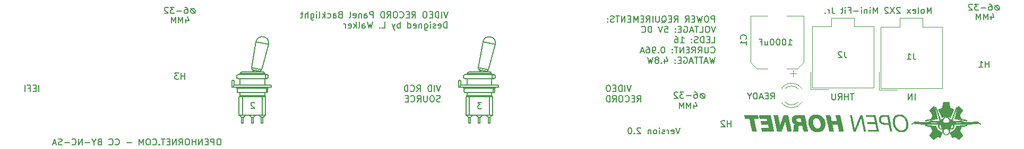
<source format=gbr>
%TF.GenerationSoftware,KiCad,Pcbnew,(5.1.6)-1*%
%TF.CreationDate,2021-08-25T12:57:47+10:00*%
%TF.ProjectId,HUD VID RCD Panel PCB V2,48554420-5649-4442-9052-43442050616e,rev?*%
%TF.SameCoordinates,Original*%
%TF.FileFunction,Legend,Bot*%
%TF.FilePolarity,Positive*%
%FSLAX46Y46*%
G04 Gerber Fmt 4.6, Leading zero omitted, Abs format (unit mm)*
G04 Created by KiCad (PCBNEW (5.1.6)-1) date 2021-08-25 12:57:47*
%MOMM*%
%LPD*%
G01*
G04 APERTURE LIST*
%ADD10C,0.150000*%
%ADD11C,0.120000*%
%ADD12C,0.010000*%
%ADD13C,0.200000*%
G04 APERTURE END LIST*
D10*
X213423380Y-70143714D02*
X213423380Y-70810380D01*
X213661476Y-69762761D02*
X213899571Y-70477047D01*
X213280523Y-70477047D01*
X212899571Y-70810380D02*
X212899571Y-69810380D01*
X212566238Y-70524666D01*
X212232904Y-69810380D01*
X212232904Y-70810380D01*
X211756714Y-70810380D02*
X211756714Y-69810380D01*
X211423380Y-70524666D01*
X211090047Y-69810380D01*
X211090047Y-70810380D01*
X166052380Y-84367714D02*
X166052380Y-85034380D01*
X166290476Y-83986761D02*
X166528571Y-84701047D01*
X165909523Y-84701047D01*
X165528571Y-85034380D02*
X165528571Y-84034380D01*
X165195238Y-84748666D01*
X164861904Y-84034380D01*
X164861904Y-85034380D01*
X164385714Y-85034380D02*
X164385714Y-84034380D01*
X164052380Y-84748666D01*
X163719047Y-84034380D01*
X163719047Y-85034380D01*
X85026380Y-70651714D02*
X85026380Y-71318380D01*
X85264476Y-70270761D02*
X85502571Y-70985047D01*
X84883523Y-70985047D01*
X84502571Y-71318380D02*
X84502571Y-70318380D01*
X84169238Y-71032666D01*
X83835904Y-70318380D01*
X83835904Y-71318380D01*
X83359714Y-71318380D02*
X83359714Y-70318380D01*
X83026380Y-71032666D01*
X82693047Y-70318380D01*
X82693047Y-71318380D01*
X90382666Y-89876380D02*
X90192190Y-89876380D01*
X90096952Y-89924000D01*
X90001714Y-90019238D01*
X89954095Y-90209714D01*
X89954095Y-90543047D01*
X90001714Y-90733523D01*
X90096952Y-90828761D01*
X90192190Y-90876380D01*
X90382666Y-90876380D01*
X90477904Y-90828761D01*
X90573142Y-90733523D01*
X90620761Y-90543047D01*
X90620761Y-90209714D01*
X90573142Y-90019238D01*
X90477904Y-89924000D01*
X90382666Y-89876380D01*
X89525523Y-90876380D02*
X89525523Y-89876380D01*
X89144571Y-89876380D01*
X89049333Y-89924000D01*
X89001714Y-89971619D01*
X88954095Y-90066857D01*
X88954095Y-90209714D01*
X89001714Y-90304952D01*
X89049333Y-90352571D01*
X89144571Y-90400190D01*
X89525523Y-90400190D01*
X88525523Y-90352571D02*
X88192190Y-90352571D01*
X88049333Y-90876380D02*
X88525523Y-90876380D01*
X88525523Y-89876380D01*
X88049333Y-89876380D01*
X87620761Y-90876380D02*
X87620761Y-89876380D01*
X87049333Y-90876380D01*
X87049333Y-89876380D01*
X86573142Y-90876380D02*
X86573142Y-89876380D01*
X86573142Y-90352571D02*
X86001714Y-90352571D01*
X86001714Y-90876380D02*
X86001714Y-89876380D01*
X85335047Y-89876380D02*
X85144571Y-89876380D01*
X85049333Y-89924000D01*
X84954095Y-90019238D01*
X84906476Y-90209714D01*
X84906476Y-90543047D01*
X84954095Y-90733523D01*
X85049333Y-90828761D01*
X85144571Y-90876380D01*
X85335047Y-90876380D01*
X85430285Y-90828761D01*
X85525523Y-90733523D01*
X85573142Y-90543047D01*
X85573142Y-90209714D01*
X85525523Y-90019238D01*
X85430285Y-89924000D01*
X85335047Y-89876380D01*
X83906476Y-90876380D02*
X84239809Y-90400190D01*
X84477904Y-90876380D02*
X84477904Y-89876380D01*
X84096952Y-89876380D01*
X84001714Y-89924000D01*
X83954095Y-89971619D01*
X83906476Y-90066857D01*
X83906476Y-90209714D01*
X83954095Y-90304952D01*
X84001714Y-90352571D01*
X84096952Y-90400190D01*
X84477904Y-90400190D01*
X83477904Y-90876380D02*
X83477904Y-89876380D01*
X82906476Y-90876380D01*
X82906476Y-89876380D01*
X82430285Y-90352571D02*
X82096952Y-90352571D01*
X81954095Y-90876380D02*
X82430285Y-90876380D01*
X82430285Y-89876380D01*
X81954095Y-89876380D01*
X81668380Y-89876380D02*
X81096952Y-89876380D01*
X81382666Y-90876380D02*
X81382666Y-89876380D01*
X80763619Y-90781142D02*
X80716000Y-90828761D01*
X80763619Y-90876380D01*
X80811238Y-90828761D01*
X80763619Y-90781142D01*
X80763619Y-90876380D01*
X79716000Y-90781142D02*
X79763619Y-90828761D01*
X79906476Y-90876380D01*
X80001714Y-90876380D01*
X80144571Y-90828761D01*
X80239809Y-90733523D01*
X80287428Y-90638285D01*
X80335047Y-90447809D01*
X80335047Y-90304952D01*
X80287428Y-90114476D01*
X80239809Y-90019238D01*
X80144571Y-89924000D01*
X80001714Y-89876380D01*
X79906476Y-89876380D01*
X79763619Y-89924000D01*
X79716000Y-89971619D01*
X79096952Y-89876380D02*
X78906476Y-89876380D01*
X78811238Y-89924000D01*
X78716000Y-90019238D01*
X78668380Y-90209714D01*
X78668380Y-90543047D01*
X78716000Y-90733523D01*
X78811238Y-90828761D01*
X78906476Y-90876380D01*
X79096952Y-90876380D01*
X79192190Y-90828761D01*
X79287428Y-90733523D01*
X79335047Y-90543047D01*
X79335047Y-90209714D01*
X79287428Y-90019238D01*
X79192190Y-89924000D01*
X79096952Y-89876380D01*
X78239809Y-90876380D02*
X78239809Y-89876380D01*
X77906476Y-90590666D01*
X77573142Y-89876380D01*
X77573142Y-90876380D01*
X76335047Y-90495428D02*
X75573142Y-90495428D01*
X73763619Y-90781142D02*
X73811238Y-90828761D01*
X73954095Y-90876380D01*
X74049333Y-90876380D01*
X74192190Y-90828761D01*
X74287428Y-90733523D01*
X74335047Y-90638285D01*
X74382666Y-90447809D01*
X74382666Y-90304952D01*
X74335047Y-90114476D01*
X74287428Y-90019238D01*
X74192190Y-89924000D01*
X74049333Y-89876380D01*
X73954095Y-89876380D01*
X73811238Y-89924000D01*
X73763619Y-89971619D01*
X72763619Y-90781142D02*
X72811238Y-90828761D01*
X72954095Y-90876380D01*
X73049333Y-90876380D01*
X73192190Y-90828761D01*
X73287428Y-90733523D01*
X73335047Y-90638285D01*
X73382666Y-90447809D01*
X73382666Y-90304952D01*
X73335047Y-90114476D01*
X73287428Y-90019238D01*
X73192190Y-89924000D01*
X73049333Y-89876380D01*
X72954095Y-89876380D01*
X72811238Y-89924000D01*
X72763619Y-89971619D01*
X71239809Y-90352571D02*
X71096952Y-90400190D01*
X71049333Y-90447809D01*
X71001714Y-90543047D01*
X71001714Y-90685904D01*
X71049333Y-90781142D01*
X71096952Y-90828761D01*
X71192190Y-90876380D01*
X71573142Y-90876380D01*
X71573142Y-89876380D01*
X71239809Y-89876380D01*
X71144571Y-89924000D01*
X71096952Y-89971619D01*
X71049333Y-90066857D01*
X71049333Y-90162095D01*
X71096952Y-90257333D01*
X71144571Y-90304952D01*
X71239809Y-90352571D01*
X71573142Y-90352571D01*
X70382666Y-90400190D02*
X70382666Y-90876380D01*
X70716000Y-89876380D02*
X70382666Y-90400190D01*
X70049333Y-89876380D01*
X69716000Y-90495428D02*
X68954095Y-90495428D01*
X68477904Y-90876380D02*
X68477904Y-89876380D01*
X67906476Y-90876380D01*
X67906476Y-89876380D01*
X66858857Y-90781142D02*
X66906476Y-90828761D01*
X67049333Y-90876380D01*
X67144571Y-90876380D01*
X67287428Y-90828761D01*
X67382666Y-90733523D01*
X67430285Y-90638285D01*
X67477904Y-90447809D01*
X67477904Y-90304952D01*
X67430285Y-90114476D01*
X67382666Y-90019238D01*
X67287428Y-89924000D01*
X67144571Y-89876380D01*
X67049333Y-89876380D01*
X66906476Y-89924000D01*
X66858857Y-89971619D01*
X66430285Y-90495428D02*
X65668380Y-90495428D01*
X65239809Y-90828761D02*
X65096952Y-90876380D01*
X64858857Y-90876380D01*
X64763619Y-90828761D01*
X64716000Y-90781142D01*
X64668380Y-90685904D01*
X64668380Y-90590666D01*
X64716000Y-90495428D01*
X64763619Y-90447809D01*
X64858857Y-90400190D01*
X65049333Y-90352571D01*
X65144571Y-90304952D01*
X65192190Y-90257333D01*
X65239809Y-90162095D01*
X65239809Y-90066857D01*
X65192190Y-89971619D01*
X65144571Y-89924000D01*
X65049333Y-89876380D01*
X64811238Y-89876380D01*
X64668380Y-89924000D01*
X64287428Y-90590666D02*
X63811238Y-90590666D01*
X64382666Y-90876380D02*
X64049333Y-89876380D01*
X63716000Y-90876380D01*
X169336404Y-71193380D02*
X169336404Y-70193380D01*
X168955452Y-70193380D01*
X168860214Y-70241000D01*
X168812595Y-70288619D01*
X168764976Y-70383857D01*
X168764976Y-70526714D01*
X168812595Y-70621952D01*
X168860214Y-70669571D01*
X168955452Y-70717190D01*
X169336404Y-70717190D01*
X168145928Y-70193380D02*
X167955452Y-70193380D01*
X167860214Y-70241000D01*
X167764976Y-70336238D01*
X167717357Y-70526714D01*
X167717357Y-70860047D01*
X167764976Y-71050523D01*
X167860214Y-71145761D01*
X167955452Y-71193380D01*
X168145928Y-71193380D01*
X168241166Y-71145761D01*
X168336404Y-71050523D01*
X168384023Y-70860047D01*
X168384023Y-70526714D01*
X168336404Y-70336238D01*
X168241166Y-70241000D01*
X168145928Y-70193380D01*
X167384023Y-70193380D02*
X167145928Y-71193380D01*
X166955452Y-70479095D01*
X166764976Y-71193380D01*
X166526880Y-70193380D01*
X166145928Y-70669571D02*
X165812595Y-70669571D01*
X165669738Y-71193380D02*
X166145928Y-71193380D01*
X166145928Y-70193380D01*
X165669738Y-70193380D01*
X164669738Y-71193380D02*
X165003071Y-70717190D01*
X165241166Y-71193380D02*
X165241166Y-70193380D01*
X164860214Y-70193380D01*
X164764976Y-70241000D01*
X164717357Y-70288619D01*
X164669738Y-70383857D01*
X164669738Y-70526714D01*
X164717357Y-70621952D01*
X164764976Y-70669571D01*
X164860214Y-70717190D01*
X165241166Y-70717190D01*
X162907833Y-71193380D02*
X163241166Y-70717190D01*
X163479261Y-71193380D02*
X163479261Y-70193380D01*
X163098309Y-70193380D01*
X163003071Y-70241000D01*
X162955452Y-70288619D01*
X162907833Y-70383857D01*
X162907833Y-70526714D01*
X162955452Y-70621952D01*
X163003071Y-70669571D01*
X163098309Y-70717190D01*
X163479261Y-70717190D01*
X162479261Y-70669571D02*
X162145928Y-70669571D01*
X162003071Y-71193380D02*
X162479261Y-71193380D01*
X162479261Y-70193380D01*
X162003071Y-70193380D01*
X160907833Y-71288619D02*
X161003071Y-71241000D01*
X161098309Y-71145761D01*
X161241166Y-71002904D01*
X161336404Y-70955285D01*
X161431642Y-70955285D01*
X161384023Y-71193380D02*
X161479261Y-71145761D01*
X161574500Y-71050523D01*
X161622119Y-70860047D01*
X161622119Y-70526714D01*
X161574500Y-70336238D01*
X161479261Y-70241000D01*
X161384023Y-70193380D01*
X161193547Y-70193380D01*
X161098309Y-70241000D01*
X161003071Y-70336238D01*
X160955452Y-70526714D01*
X160955452Y-70860047D01*
X161003071Y-71050523D01*
X161098309Y-71145761D01*
X161193547Y-71193380D01*
X161384023Y-71193380D01*
X160526880Y-70193380D02*
X160526880Y-71002904D01*
X160479261Y-71098142D01*
X160431642Y-71145761D01*
X160336404Y-71193380D01*
X160145928Y-71193380D01*
X160050690Y-71145761D01*
X160003071Y-71098142D01*
X159955452Y-71002904D01*
X159955452Y-70193380D01*
X159479261Y-71193380D02*
X159479261Y-70193380D01*
X158431642Y-71193380D02*
X158764976Y-70717190D01*
X159003071Y-71193380D02*
X159003071Y-70193380D01*
X158622119Y-70193380D01*
X158526880Y-70241000D01*
X158479261Y-70288619D01*
X158431642Y-70383857D01*
X158431642Y-70526714D01*
X158479261Y-70621952D01*
X158526880Y-70669571D01*
X158622119Y-70717190D01*
X159003071Y-70717190D01*
X158003071Y-70669571D02*
X157669738Y-70669571D01*
X157526880Y-71193380D02*
X158003071Y-71193380D01*
X158003071Y-70193380D01*
X157526880Y-70193380D01*
X157098309Y-71193380D02*
X157098309Y-70193380D01*
X156764976Y-70907666D01*
X156431642Y-70193380D01*
X156431642Y-71193380D01*
X155955452Y-70669571D02*
X155622119Y-70669571D01*
X155479261Y-71193380D02*
X155955452Y-71193380D01*
X155955452Y-70193380D01*
X155479261Y-70193380D01*
X155050690Y-71193380D02*
X155050690Y-70193380D01*
X154479261Y-71193380D01*
X154479261Y-70193380D01*
X154145928Y-70193380D02*
X153574500Y-70193380D01*
X153860214Y-71193380D02*
X153860214Y-70193380D01*
X153288785Y-71145761D02*
X153145928Y-71193380D01*
X152907833Y-71193380D01*
X152812595Y-71145761D01*
X152764976Y-71098142D01*
X152717357Y-71002904D01*
X152717357Y-70907666D01*
X152764976Y-70812428D01*
X152812595Y-70764809D01*
X152907833Y-70717190D01*
X153098309Y-70669571D01*
X153193547Y-70621952D01*
X153241166Y-70574333D01*
X153288785Y-70479095D01*
X153288785Y-70383857D01*
X153241166Y-70288619D01*
X153193547Y-70241000D01*
X153098309Y-70193380D01*
X152860214Y-70193380D01*
X152717357Y-70241000D01*
X152288785Y-71098142D02*
X152241166Y-71145761D01*
X152288785Y-71193380D01*
X152336404Y-71145761D01*
X152288785Y-71098142D01*
X152288785Y-71193380D01*
X152288785Y-70574333D02*
X152241166Y-70621952D01*
X152288785Y-70669571D01*
X152336404Y-70621952D01*
X152288785Y-70574333D01*
X152288785Y-70669571D01*
X169479261Y-71843380D02*
X169145928Y-72843380D01*
X168812595Y-71843380D01*
X168288785Y-71843380D02*
X168098309Y-71843380D01*
X168003071Y-71891000D01*
X167907833Y-71986238D01*
X167860214Y-72176714D01*
X167860214Y-72510047D01*
X167907833Y-72700523D01*
X168003071Y-72795761D01*
X168098309Y-72843380D01*
X168288785Y-72843380D01*
X168384023Y-72795761D01*
X168479261Y-72700523D01*
X168526880Y-72510047D01*
X168526880Y-72176714D01*
X168479261Y-71986238D01*
X168384023Y-71891000D01*
X168288785Y-71843380D01*
X166955452Y-72843380D02*
X167431642Y-72843380D01*
X167431642Y-71843380D01*
X166764976Y-71843380D02*
X166193547Y-71843380D01*
X166479261Y-72843380D02*
X166479261Y-71843380D01*
X165907833Y-72557666D02*
X165431642Y-72557666D01*
X166003071Y-72843380D02*
X165669738Y-71843380D01*
X165336404Y-72843380D01*
X164479261Y-71891000D02*
X164574500Y-71843380D01*
X164717357Y-71843380D01*
X164860214Y-71891000D01*
X164955452Y-71986238D01*
X165003071Y-72081476D01*
X165050690Y-72271952D01*
X165050690Y-72414809D01*
X165003071Y-72605285D01*
X164955452Y-72700523D01*
X164860214Y-72795761D01*
X164717357Y-72843380D01*
X164622119Y-72843380D01*
X164479261Y-72795761D01*
X164431642Y-72748142D01*
X164431642Y-72414809D01*
X164622119Y-72414809D01*
X164003071Y-72319571D02*
X163669738Y-72319571D01*
X163526880Y-72843380D02*
X164003071Y-72843380D01*
X164003071Y-71843380D01*
X163526880Y-71843380D01*
X163098309Y-72748142D02*
X163050690Y-72795761D01*
X163098309Y-72843380D01*
X163145928Y-72795761D01*
X163098309Y-72748142D01*
X163098309Y-72843380D01*
X163098309Y-72224333D02*
X163050690Y-72271952D01*
X163098309Y-72319571D01*
X163145928Y-72271952D01*
X163098309Y-72224333D01*
X163098309Y-72319571D01*
X161384023Y-71843380D02*
X161860214Y-71843380D01*
X161907833Y-72319571D01*
X161860214Y-72271952D01*
X161764976Y-72224333D01*
X161526880Y-72224333D01*
X161431642Y-72271952D01*
X161384023Y-72319571D01*
X161336404Y-72414809D01*
X161336404Y-72652904D01*
X161384023Y-72748142D01*
X161431642Y-72795761D01*
X161526880Y-72843380D01*
X161764976Y-72843380D01*
X161860214Y-72795761D01*
X161907833Y-72748142D01*
X161050690Y-71843380D02*
X160717357Y-72843380D01*
X160384023Y-71843380D01*
X159288785Y-72843380D02*
X159288785Y-71843380D01*
X159050690Y-71843380D01*
X158907833Y-71891000D01*
X158812595Y-71986238D01*
X158764976Y-72081476D01*
X158717357Y-72271952D01*
X158717357Y-72414809D01*
X158764976Y-72605285D01*
X158812595Y-72700523D01*
X158907833Y-72795761D01*
X159050690Y-72843380D01*
X159288785Y-72843380D01*
X157717357Y-72748142D02*
X157764976Y-72795761D01*
X157907833Y-72843380D01*
X158003071Y-72843380D01*
X158145928Y-72795761D01*
X158241166Y-72700523D01*
X158288785Y-72605285D01*
X158336404Y-72414809D01*
X158336404Y-72271952D01*
X158288785Y-72081476D01*
X158241166Y-71986238D01*
X158145928Y-71891000D01*
X158003071Y-71843380D01*
X157907833Y-71843380D01*
X157764976Y-71891000D01*
X157717357Y-71938619D01*
X168860214Y-74493380D02*
X169336404Y-74493380D01*
X169336404Y-73493380D01*
X168526880Y-73969571D02*
X168193547Y-73969571D01*
X168050690Y-74493380D02*
X168526880Y-74493380D01*
X168526880Y-73493380D01*
X168050690Y-73493380D01*
X167622119Y-74493380D02*
X167622119Y-73493380D01*
X167384023Y-73493380D01*
X167241166Y-73541000D01*
X167145928Y-73636238D01*
X167098309Y-73731476D01*
X167050690Y-73921952D01*
X167050690Y-74064809D01*
X167098309Y-74255285D01*
X167145928Y-74350523D01*
X167241166Y-74445761D01*
X167384023Y-74493380D01*
X167622119Y-74493380D01*
X166669738Y-74445761D02*
X166526880Y-74493380D01*
X166288785Y-74493380D01*
X166193547Y-74445761D01*
X166145928Y-74398142D01*
X166098309Y-74302904D01*
X166098309Y-74207666D01*
X166145928Y-74112428D01*
X166193547Y-74064809D01*
X166288785Y-74017190D01*
X166479261Y-73969571D01*
X166574500Y-73921952D01*
X166622119Y-73874333D01*
X166669738Y-73779095D01*
X166669738Y-73683857D01*
X166622119Y-73588619D01*
X166574500Y-73541000D01*
X166479261Y-73493380D01*
X166241166Y-73493380D01*
X166098309Y-73541000D01*
X165669738Y-74398142D02*
X165622119Y-74445761D01*
X165669738Y-74493380D01*
X165717357Y-74445761D01*
X165669738Y-74398142D01*
X165669738Y-74493380D01*
X165669738Y-73874333D02*
X165622119Y-73921952D01*
X165669738Y-73969571D01*
X165717357Y-73921952D01*
X165669738Y-73874333D01*
X165669738Y-73969571D01*
X163907833Y-74493380D02*
X164479261Y-74493380D01*
X164193547Y-74493380D02*
X164193547Y-73493380D01*
X164288785Y-73636238D01*
X164384023Y-73731476D01*
X164479261Y-73779095D01*
X163050690Y-73493380D02*
X163241166Y-73493380D01*
X163336404Y-73541000D01*
X163384023Y-73588619D01*
X163479261Y-73731476D01*
X163526880Y-73921952D01*
X163526880Y-74302904D01*
X163479261Y-74398142D01*
X163431642Y-74445761D01*
X163336404Y-74493380D01*
X163145928Y-74493380D01*
X163050690Y-74445761D01*
X163003071Y-74398142D01*
X162955452Y-74302904D01*
X162955452Y-74064809D01*
X163003071Y-73969571D01*
X163050690Y-73921952D01*
X163145928Y-73874333D01*
X163336404Y-73874333D01*
X163431642Y-73921952D01*
X163479261Y-73969571D01*
X163526880Y-74064809D01*
X168764976Y-76048142D02*
X168812595Y-76095761D01*
X168955452Y-76143380D01*
X169050690Y-76143380D01*
X169193547Y-76095761D01*
X169288785Y-76000523D01*
X169336404Y-75905285D01*
X169384023Y-75714809D01*
X169384023Y-75571952D01*
X169336404Y-75381476D01*
X169288785Y-75286238D01*
X169193547Y-75191000D01*
X169050690Y-75143380D01*
X168955452Y-75143380D01*
X168812595Y-75191000D01*
X168764976Y-75238619D01*
X168336404Y-75143380D02*
X168336404Y-75952904D01*
X168288785Y-76048142D01*
X168241166Y-76095761D01*
X168145928Y-76143380D01*
X167955452Y-76143380D01*
X167860214Y-76095761D01*
X167812595Y-76048142D01*
X167764976Y-75952904D01*
X167764976Y-75143380D01*
X166717357Y-76143380D02*
X167050690Y-75667190D01*
X167288785Y-76143380D02*
X167288785Y-75143380D01*
X166907833Y-75143380D01*
X166812595Y-75191000D01*
X166764976Y-75238619D01*
X166717357Y-75333857D01*
X166717357Y-75476714D01*
X166764976Y-75571952D01*
X166812595Y-75619571D01*
X166907833Y-75667190D01*
X167288785Y-75667190D01*
X165717357Y-76143380D02*
X166050690Y-75667190D01*
X166288785Y-76143380D02*
X166288785Y-75143380D01*
X165907833Y-75143380D01*
X165812595Y-75191000D01*
X165764976Y-75238619D01*
X165717357Y-75333857D01*
X165717357Y-75476714D01*
X165764976Y-75571952D01*
X165812595Y-75619571D01*
X165907833Y-75667190D01*
X166288785Y-75667190D01*
X165288785Y-75619571D02*
X164955452Y-75619571D01*
X164812595Y-76143380D02*
X165288785Y-76143380D01*
X165288785Y-75143380D01*
X164812595Y-75143380D01*
X164384023Y-76143380D02*
X164384023Y-75143380D01*
X163812595Y-76143380D01*
X163812595Y-75143380D01*
X163479261Y-75143380D02*
X162907833Y-75143380D01*
X163193547Y-76143380D02*
X163193547Y-75143380D01*
X162574500Y-76048142D02*
X162526880Y-76095761D01*
X162574500Y-76143380D01*
X162622119Y-76095761D01*
X162574500Y-76048142D01*
X162574500Y-76143380D01*
X162574500Y-75524333D02*
X162526880Y-75571952D01*
X162574500Y-75619571D01*
X162622119Y-75571952D01*
X162574500Y-75524333D01*
X162574500Y-75619571D01*
X161145928Y-75143380D02*
X161050690Y-75143380D01*
X160955452Y-75191000D01*
X160907833Y-75238619D01*
X160860214Y-75333857D01*
X160812595Y-75524333D01*
X160812595Y-75762428D01*
X160860214Y-75952904D01*
X160907833Y-76048142D01*
X160955452Y-76095761D01*
X161050690Y-76143380D01*
X161145928Y-76143380D01*
X161241166Y-76095761D01*
X161288785Y-76048142D01*
X161336404Y-75952904D01*
X161384023Y-75762428D01*
X161384023Y-75524333D01*
X161336404Y-75333857D01*
X161288785Y-75238619D01*
X161241166Y-75191000D01*
X161145928Y-75143380D01*
X160384023Y-76048142D02*
X160336404Y-76095761D01*
X160384023Y-76143380D01*
X160431642Y-76095761D01*
X160384023Y-76048142D01*
X160384023Y-76143380D01*
X159860214Y-76143380D02*
X159669738Y-76143380D01*
X159574500Y-76095761D01*
X159526880Y-76048142D01*
X159431642Y-75905285D01*
X159384023Y-75714809D01*
X159384023Y-75333857D01*
X159431642Y-75238619D01*
X159479261Y-75191000D01*
X159574500Y-75143380D01*
X159764976Y-75143380D01*
X159860214Y-75191000D01*
X159907833Y-75238619D01*
X159955452Y-75333857D01*
X159955452Y-75571952D01*
X159907833Y-75667190D01*
X159860214Y-75714809D01*
X159764976Y-75762428D01*
X159574500Y-75762428D01*
X159479261Y-75714809D01*
X159431642Y-75667190D01*
X159384023Y-75571952D01*
X158526880Y-75143380D02*
X158717357Y-75143380D01*
X158812595Y-75191000D01*
X158860214Y-75238619D01*
X158955452Y-75381476D01*
X159003071Y-75571952D01*
X159003071Y-75952904D01*
X158955452Y-76048142D01*
X158907833Y-76095761D01*
X158812595Y-76143380D01*
X158622119Y-76143380D01*
X158526880Y-76095761D01*
X158479261Y-76048142D01*
X158431642Y-75952904D01*
X158431642Y-75714809D01*
X158479261Y-75619571D01*
X158526880Y-75571952D01*
X158622119Y-75524333D01*
X158812595Y-75524333D01*
X158907833Y-75571952D01*
X158955452Y-75619571D01*
X159003071Y-75714809D01*
X158050690Y-75857666D02*
X157574500Y-75857666D01*
X158145928Y-76143380D02*
X157812595Y-75143380D01*
X157479261Y-76143380D01*
X169431642Y-76793380D02*
X169193547Y-77793380D01*
X169003071Y-77079095D01*
X168812595Y-77793380D01*
X168574500Y-76793380D01*
X168241166Y-77507666D02*
X167764976Y-77507666D01*
X168336404Y-77793380D02*
X168003071Y-76793380D01*
X167669738Y-77793380D01*
X167479261Y-76793380D02*
X166907833Y-76793380D01*
X167193547Y-77793380D02*
X167193547Y-76793380D01*
X166717357Y-76793380D02*
X166145928Y-76793380D01*
X166431642Y-77793380D02*
X166431642Y-76793380D01*
X165860214Y-77507666D02*
X165384023Y-77507666D01*
X165955452Y-77793380D02*
X165622119Y-76793380D01*
X165288785Y-77793380D01*
X164431642Y-76841000D02*
X164526880Y-76793380D01*
X164669738Y-76793380D01*
X164812595Y-76841000D01*
X164907833Y-76936238D01*
X164955452Y-77031476D01*
X165003071Y-77221952D01*
X165003071Y-77364809D01*
X164955452Y-77555285D01*
X164907833Y-77650523D01*
X164812595Y-77745761D01*
X164669738Y-77793380D01*
X164574500Y-77793380D01*
X164431642Y-77745761D01*
X164384023Y-77698142D01*
X164384023Y-77364809D01*
X164574500Y-77364809D01*
X163955452Y-77269571D02*
X163622119Y-77269571D01*
X163479261Y-77793380D02*
X163955452Y-77793380D01*
X163955452Y-76793380D01*
X163479261Y-76793380D01*
X163050690Y-77698142D02*
X163003071Y-77745761D01*
X163050690Y-77793380D01*
X163098309Y-77745761D01*
X163050690Y-77698142D01*
X163050690Y-77793380D01*
X163050690Y-77174333D02*
X163003071Y-77221952D01*
X163050690Y-77269571D01*
X163098309Y-77221952D01*
X163050690Y-77174333D01*
X163050690Y-77269571D01*
X161384023Y-77126714D02*
X161384023Y-77793380D01*
X161622119Y-76745761D02*
X161860214Y-77460047D01*
X161241166Y-77460047D01*
X160860214Y-77698142D02*
X160812595Y-77745761D01*
X160860214Y-77793380D01*
X160907833Y-77745761D01*
X160860214Y-77698142D01*
X160860214Y-77793380D01*
X160241166Y-77221952D02*
X160336404Y-77174333D01*
X160384023Y-77126714D01*
X160431642Y-77031476D01*
X160431642Y-76983857D01*
X160384023Y-76888619D01*
X160336404Y-76841000D01*
X160241166Y-76793380D01*
X160050690Y-76793380D01*
X159955452Y-76841000D01*
X159907833Y-76888619D01*
X159860214Y-76983857D01*
X159860214Y-77031476D01*
X159907833Y-77126714D01*
X159955452Y-77174333D01*
X160050690Y-77221952D01*
X160241166Y-77221952D01*
X160336404Y-77269571D01*
X160384023Y-77317190D01*
X160431642Y-77412428D01*
X160431642Y-77602904D01*
X160384023Y-77698142D01*
X160336404Y-77745761D01*
X160241166Y-77793380D01*
X160050690Y-77793380D01*
X159955452Y-77745761D01*
X159907833Y-77698142D01*
X159860214Y-77602904D01*
X159860214Y-77412428D01*
X159907833Y-77317190D01*
X159955452Y-77269571D01*
X160050690Y-77221952D01*
X159526880Y-76793380D02*
X159288785Y-77793380D01*
X159098309Y-77079095D01*
X158907833Y-77793380D01*
X158669738Y-76793380D01*
X178284000Y-83510380D02*
X178617333Y-83034190D01*
X178855428Y-83510380D02*
X178855428Y-82510380D01*
X178474476Y-82510380D01*
X178379238Y-82558000D01*
X178331619Y-82605619D01*
X178284000Y-82700857D01*
X178284000Y-82843714D01*
X178331619Y-82938952D01*
X178379238Y-82986571D01*
X178474476Y-83034190D01*
X178855428Y-83034190D01*
X177855428Y-82986571D02*
X177522095Y-82986571D01*
X177379238Y-83510380D02*
X177855428Y-83510380D01*
X177855428Y-82510380D01*
X177379238Y-82510380D01*
X176998285Y-83224666D02*
X176522095Y-83224666D01*
X177093523Y-83510380D02*
X176760190Y-82510380D01*
X176426857Y-83510380D01*
X176093523Y-83510380D02*
X176093523Y-82510380D01*
X175855428Y-82510380D01*
X175712571Y-82558000D01*
X175617333Y-82653238D01*
X175569714Y-82748476D01*
X175522095Y-82938952D01*
X175522095Y-83081809D01*
X175569714Y-83272285D01*
X175617333Y-83367523D01*
X175712571Y-83462761D01*
X175855428Y-83510380D01*
X176093523Y-83510380D01*
X174903047Y-83034190D02*
X174903047Y-83510380D01*
X175236380Y-82510380D02*
X174903047Y-83034190D01*
X174569714Y-82510380D01*
X181093809Y-74874380D02*
X181665238Y-74874380D01*
X181379523Y-74874380D02*
X181379523Y-73874380D01*
X181474761Y-74017238D01*
X181570000Y-74112476D01*
X181665238Y-74160095D01*
X180474761Y-73874380D02*
X180379523Y-73874380D01*
X180284285Y-73922000D01*
X180236666Y-73969619D01*
X180189047Y-74064857D01*
X180141428Y-74255333D01*
X180141428Y-74493428D01*
X180189047Y-74683904D01*
X180236666Y-74779142D01*
X180284285Y-74826761D01*
X180379523Y-74874380D01*
X180474761Y-74874380D01*
X180570000Y-74826761D01*
X180617619Y-74779142D01*
X180665238Y-74683904D01*
X180712857Y-74493428D01*
X180712857Y-74255333D01*
X180665238Y-74064857D01*
X180617619Y-73969619D01*
X180570000Y-73922000D01*
X180474761Y-73874380D01*
X179522380Y-73874380D02*
X179427142Y-73874380D01*
X179331904Y-73922000D01*
X179284285Y-73969619D01*
X179236666Y-74064857D01*
X179189047Y-74255333D01*
X179189047Y-74493428D01*
X179236666Y-74683904D01*
X179284285Y-74779142D01*
X179331904Y-74826761D01*
X179427142Y-74874380D01*
X179522380Y-74874380D01*
X179617619Y-74826761D01*
X179665238Y-74779142D01*
X179712857Y-74683904D01*
X179760476Y-74493428D01*
X179760476Y-74255333D01*
X179712857Y-74064857D01*
X179665238Y-73969619D01*
X179617619Y-73922000D01*
X179522380Y-73874380D01*
X178570000Y-73874380D02*
X178474761Y-73874380D01*
X178379523Y-73922000D01*
X178331904Y-73969619D01*
X178284285Y-74064857D01*
X178236666Y-74255333D01*
X178236666Y-74493428D01*
X178284285Y-74683904D01*
X178331904Y-74779142D01*
X178379523Y-74826761D01*
X178474761Y-74874380D01*
X178570000Y-74874380D01*
X178665238Y-74826761D01*
X178712857Y-74779142D01*
X178760476Y-74683904D01*
X178808095Y-74493428D01*
X178808095Y-74255333D01*
X178760476Y-74064857D01*
X178712857Y-73969619D01*
X178665238Y-73922000D01*
X178570000Y-73874380D01*
X177379523Y-74207714D02*
X177379523Y-74874380D01*
X177808095Y-74207714D02*
X177808095Y-74731523D01*
X177760476Y-74826761D01*
X177665238Y-74874380D01*
X177522380Y-74874380D01*
X177427142Y-74826761D01*
X177379523Y-74779142D01*
X176570000Y-74350571D02*
X176903333Y-74350571D01*
X176903333Y-74874380D02*
X176903333Y-73874380D01*
X176427142Y-73874380D01*
X163829476Y-88098380D02*
X163496142Y-89098380D01*
X163162809Y-88098380D01*
X162448523Y-89050761D02*
X162543761Y-89098380D01*
X162734238Y-89098380D01*
X162829476Y-89050761D01*
X162877095Y-88955523D01*
X162877095Y-88574571D01*
X162829476Y-88479333D01*
X162734238Y-88431714D01*
X162543761Y-88431714D01*
X162448523Y-88479333D01*
X162400904Y-88574571D01*
X162400904Y-88669809D01*
X162877095Y-88765047D01*
X161972333Y-89098380D02*
X161972333Y-88431714D01*
X161972333Y-88622190D02*
X161924714Y-88526952D01*
X161877095Y-88479333D01*
X161781857Y-88431714D01*
X161686619Y-88431714D01*
X161400904Y-89050761D02*
X161305666Y-89098380D01*
X161115190Y-89098380D01*
X161019952Y-89050761D01*
X160972333Y-88955523D01*
X160972333Y-88907904D01*
X161019952Y-88812666D01*
X161115190Y-88765047D01*
X161258047Y-88765047D01*
X161353285Y-88717428D01*
X161400904Y-88622190D01*
X161400904Y-88574571D01*
X161353285Y-88479333D01*
X161258047Y-88431714D01*
X161115190Y-88431714D01*
X161019952Y-88479333D01*
X160543761Y-89098380D02*
X160543761Y-88431714D01*
X160543761Y-88098380D02*
X160591380Y-88146000D01*
X160543761Y-88193619D01*
X160496142Y-88146000D01*
X160543761Y-88098380D01*
X160543761Y-88193619D01*
X159924714Y-89098380D02*
X160019952Y-89050761D01*
X160067571Y-89003142D01*
X160115190Y-88907904D01*
X160115190Y-88622190D01*
X160067571Y-88526952D01*
X160019952Y-88479333D01*
X159924714Y-88431714D01*
X159781857Y-88431714D01*
X159686619Y-88479333D01*
X159639000Y-88526952D01*
X159591380Y-88622190D01*
X159591380Y-88907904D01*
X159639000Y-89003142D01*
X159686619Y-89050761D01*
X159781857Y-89098380D01*
X159924714Y-89098380D01*
X159162809Y-88431714D02*
X159162809Y-89098380D01*
X159162809Y-88526952D02*
X159115190Y-88479333D01*
X159019952Y-88431714D01*
X158877095Y-88431714D01*
X158781857Y-88479333D01*
X158734238Y-88574571D01*
X158734238Y-89098380D01*
X157543761Y-88193619D02*
X157496142Y-88146000D01*
X157400904Y-88098380D01*
X157162809Y-88098380D01*
X157067571Y-88146000D01*
X157019952Y-88193619D01*
X156972333Y-88288857D01*
X156972333Y-88384095D01*
X157019952Y-88526952D01*
X157591380Y-89098380D01*
X156972333Y-89098380D01*
X156543761Y-89003142D02*
X156496142Y-89050761D01*
X156543761Y-89098380D01*
X156591380Y-89050761D01*
X156543761Y-89003142D01*
X156543761Y-89098380D01*
X155877095Y-88098380D02*
X155781857Y-88098380D01*
X155686619Y-88146000D01*
X155639000Y-88193619D01*
X155591380Y-88288857D01*
X155543761Y-88479333D01*
X155543761Y-88717428D01*
X155591380Y-88907904D01*
X155639000Y-89003142D01*
X155686619Y-89050761D01*
X155781857Y-89098380D01*
X155877095Y-89098380D01*
X155972333Y-89050761D01*
X156019952Y-89003142D01*
X156067571Y-88907904D01*
X156115190Y-88717428D01*
X156115190Y-88479333D01*
X156067571Y-88288857D01*
X156019952Y-88193619D01*
X155972333Y-88146000D01*
X155877095Y-88098380D01*
X191571333Y-82637380D02*
X190999904Y-82637380D01*
X191285619Y-83637380D02*
X191285619Y-82637380D01*
X190666571Y-83637380D02*
X190666571Y-82637380D01*
X190666571Y-83113571D02*
X190095142Y-83113571D01*
X190095142Y-83637380D02*
X190095142Y-82637380D01*
X189047523Y-83637380D02*
X189380857Y-83161190D01*
X189618952Y-83637380D02*
X189618952Y-82637380D01*
X189238000Y-82637380D01*
X189142761Y-82685000D01*
X189095142Y-82732619D01*
X189047523Y-82827857D01*
X189047523Y-82970714D01*
X189095142Y-83065952D01*
X189142761Y-83113571D01*
X189238000Y-83161190D01*
X189618952Y-83161190D01*
X188618952Y-82637380D02*
X188618952Y-83446904D01*
X188571333Y-83542142D01*
X188523714Y-83589761D01*
X188428476Y-83637380D01*
X188238000Y-83637380D01*
X188142761Y-83589761D01*
X188095142Y-83542142D01*
X188047523Y-83446904D01*
X188047523Y-82637380D01*
X201310809Y-83637380D02*
X201310809Y-82637380D01*
X200834619Y-83637380D02*
X200834619Y-82637380D01*
X200263190Y-83637380D01*
X200263190Y-82637380D01*
X203905380Y-69794380D02*
X203905380Y-68794380D01*
X203572047Y-69508666D01*
X203238714Y-68794380D01*
X203238714Y-69794380D01*
X202619666Y-69794380D02*
X202714904Y-69746761D01*
X202762523Y-69699142D01*
X202810142Y-69603904D01*
X202810142Y-69318190D01*
X202762523Y-69222952D01*
X202714904Y-69175333D01*
X202619666Y-69127714D01*
X202476809Y-69127714D01*
X202381571Y-69175333D01*
X202333952Y-69222952D01*
X202286333Y-69318190D01*
X202286333Y-69603904D01*
X202333952Y-69699142D01*
X202381571Y-69746761D01*
X202476809Y-69794380D01*
X202619666Y-69794380D01*
X201714904Y-69794380D02*
X201810142Y-69746761D01*
X201857761Y-69651523D01*
X201857761Y-68794380D01*
X200953000Y-69746761D02*
X201048238Y-69794380D01*
X201238714Y-69794380D01*
X201333952Y-69746761D01*
X201381571Y-69651523D01*
X201381571Y-69270571D01*
X201333952Y-69175333D01*
X201238714Y-69127714D01*
X201048238Y-69127714D01*
X200953000Y-69175333D01*
X200905380Y-69270571D01*
X200905380Y-69365809D01*
X201381571Y-69461047D01*
X200572047Y-69794380D02*
X200048238Y-69127714D01*
X200572047Y-69127714D02*
X200048238Y-69794380D01*
X198953000Y-68889619D02*
X198905380Y-68842000D01*
X198810142Y-68794380D01*
X198572047Y-68794380D01*
X198476809Y-68842000D01*
X198429190Y-68889619D01*
X198381571Y-68984857D01*
X198381571Y-69080095D01*
X198429190Y-69222952D01*
X199000619Y-69794380D01*
X198381571Y-69794380D01*
X198048238Y-68794380D02*
X197381571Y-69794380D01*
X197381571Y-68794380D02*
X198048238Y-69794380D01*
X197048238Y-68889619D02*
X197000619Y-68842000D01*
X196905380Y-68794380D01*
X196667285Y-68794380D01*
X196572047Y-68842000D01*
X196524428Y-68889619D01*
X196476809Y-68984857D01*
X196476809Y-69080095D01*
X196524428Y-69222952D01*
X197095857Y-69794380D01*
X196476809Y-69794380D01*
X195286333Y-69794380D02*
X195286333Y-68794380D01*
X194953000Y-69508666D01*
X194619666Y-68794380D01*
X194619666Y-69794380D01*
X194143476Y-69794380D02*
X194143476Y-69127714D01*
X194143476Y-68794380D02*
X194191095Y-68842000D01*
X194143476Y-68889619D01*
X194095857Y-68842000D01*
X194143476Y-68794380D01*
X194143476Y-68889619D01*
X193667285Y-69127714D02*
X193667285Y-69794380D01*
X193667285Y-69222952D02*
X193619666Y-69175333D01*
X193524428Y-69127714D01*
X193381571Y-69127714D01*
X193286333Y-69175333D01*
X193238714Y-69270571D01*
X193238714Y-69794380D01*
X192762523Y-69794380D02*
X192762523Y-69127714D01*
X192762523Y-68794380D02*
X192810142Y-68842000D01*
X192762523Y-68889619D01*
X192714904Y-68842000D01*
X192762523Y-68794380D01*
X192762523Y-68889619D01*
X192286333Y-69413428D02*
X191524428Y-69413428D01*
X190714904Y-69270571D02*
X191048238Y-69270571D01*
X191048238Y-69794380D02*
X191048238Y-68794380D01*
X190572047Y-68794380D01*
X190191095Y-69794380D02*
X190191095Y-69127714D01*
X190191095Y-68794380D02*
X190238714Y-68842000D01*
X190191095Y-68889619D01*
X190143476Y-68842000D01*
X190191095Y-68794380D01*
X190191095Y-68889619D01*
X189857761Y-69127714D02*
X189476809Y-69127714D01*
X189714904Y-68794380D02*
X189714904Y-69651523D01*
X189667285Y-69746761D01*
X189572047Y-69794380D01*
X189476809Y-69794380D01*
X188095857Y-68794380D02*
X188095857Y-69508666D01*
X188143476Y-69651523D01*
X188238714Y-69746761D01*
X188381571Y-69794380D01*
X188476809Y-69794380D01*
X187619666Y-69794380D02*
X187619666Y-69127714D01*
X187619666Y-69318190D02*
X187572047Y-69222952D01*
X187524428Y-69175333D01*
X187429190Y-69127714D01*
X187333952Y-69127714D01*
X187000619Y-69699142D02*
X186953000Y-69746761D01*
X187000619Y-69794380D01*
X187048238Y-69746761D01*
X187000619Y-69699142D01*
X187000619Y-69794380D01*
X156052976Y-81304380D02*
X155719642Y-82304380D01*
X155386309Y-81304380D01*
X155052976Y-82304380D02*
X155052976Y-81304380D01*
X154576785Y-82304380D02*
X154576785Y-81304380D01*
X154338690Y-81304380D01*
X154195833Y-81352000D01*
X154100595Y-81447238D01*
X154052976Y-81542476D01*
X154005357Y-81732952D01*
X154005357Y-81875809D01*
X154052976Y-82066285D01*
X154100595Y-82161523D01*
X154195833Y-82256761D01*
X154338690Y-82304380D01*
X154576785Y-82304380D01*
X153576785Y-81780571D02*
X153243452Y-81780571D01*
X153100595Y-82304380D02*
X153576785Y-82304380D01*
X153576785Y-81304380D01*
X153100595Y-81304380D01*
X152481547Y-81304380D02*
X152291071Y-81304380D01*
X152195833Y-81352000D01*
X152100595Y-81447238D01*
X152052976Y-81637714D01*
X152052976Y-81971047D01*
X152100595Y-82161523D01*
X152195833Y-82256761D01*
X152291071Y-82304380D01*
X152481547Y-82304380D01*
X152576785Y-82256761D01*
X152672023Y-82161523D01*
X152719642Y-81971047D01*
X152719642Y-81637714D01*
X152672023Y-81447238D01*
X152576785Y-81352000D01*
X152481547Y-81304380D01*
X157005357Y-83954380D02*
X157338690Y-83478190D01*
X157576785Y-83954380D02*
X157576785Y-82954380D01*
X157195833Y-82954380D01*
X157100595Y-83002000D01*
X157052976Y-83049619D01*
X157005357Y-83144857D01*
X157005357Y-83287714D01*
X157052976Y-83382952D01*
X157100595Y-83430571D01*
X157195833Y-83478190D01*
X157576785Y-83478190D01*
X156576785Y-83430571D02*
X156243452Y-83430571D01*
X156100595Y-83954380D02*
X156576785Y-83954380D01*
X156576785Y-82954380D01*
X156100595Y-82954380D01*
X155100595Y-83859142D02*
X155148214Y-83906761D01*
X155291071Y-83954380D01*
X155386309Y-83954380D01*
X155529166Y-83906761D01*
X155624404Y-83811523D01*
X155672023Y-83716285D01*
X155719642Y-83525809D01*
X155719642Y-83382952D01*
X155672023Y-83192476D01*
X155624404Y-83097238D01*
X155529166Y-83002000D01*
X155386309Y-82954380D01*
X155291071Y-82954380D01*
X155148214Y-83002000D01*
X155100595Y-83049619D01*
X154481547Y-82954380D02*
X154291071Y-82954380D01*
X154195833Y-83002000D01*
X154100595Y-83097238D01*
X154052976Y-83287714D01*
X154052976Y-83621047D01*
X154100595Y-83811523D01*
X154195833Y-83906761D01*
X154291071Y-83954380D01*
X154481547Y-83954380D01*
X154576785Y-83906761D01*
X154672023Y-83811523D01*
X154719642Y-83621047D01*
X154719642Y-83287714D01*
X154672023Y-83097238D01*
X154576785Y-83002000D01*
X154481547Y-82954380D01*
X153052976Y-83954380D02*
X153386309Y-83478190D01*
X153624404Y-83954380D02*
X153624404Y-82954380D01*
X153243452Y-82954380D01*
X153148214Y-83002000D01*
X153100595Y-83049619D01*
X153052976Y-83144857D01*
X153052976Y-83287714D01*
X153100595Y-83382952D01*
X153148214Y-83430571D01*
X153243452Y-83478190D01*
X153624404Y-83478190D01*
X152624404Y-83954380D02*
X152624404Y-82954380D01*
X152386309Y-82954380D01*
X152243452Y-83002000D01*
X152148214Y-83097238D01*
X152100595Y-83192476D01*
X152052976Y-83382952D01*
X152052976Y-83525809D01*
X152100595Y-83716285D01*
X152148214Y-83811523D01*
X152243452Y-83906761D01*
X152386309Y-83954380D01*
X152624404Y-83954380D01*
X125664261Y-81304380D02*
X125330928Y-82304380D01*
X124997595Y-81304380D01*
X124664261Y-82304380D02*
X124664261Y-81304380D01*
X124188071Y-82304380D02*
X124188071Y-81304380D01*
X123949976Y-81304380D01*
X123807119Y-81352000D01*
X123711880Y-81447238D01*
X123664261Y-81542476D01*
X123616642Y-81732952D01*
X123616642Y-81875809D01*
X123664261Y-82066285D01*
X123711880Y-82161523D01*
X123807119Y-82256761D01*
X123949976Y-82304380D01*
X124188071Y-82304380D01*
X121854738Y-82304380D02*
X122188071Y-81828190D01*
X122426166Y-82304380D02*
X122426166Y-81304380D01*
X122045214Y-81304380D01*
X121949976Y-81352000D01*
X121902357Y-81399619D01*
X121854738Y-81494857D01*
X121854738Y-81637714D01*
X121902357Y-81732952D01*
X121949976Y-81780571D01*
X122045214Y-81828190D01*
X122426166Y-81828190D01*
X120854738Y-82209142D02*
X120902357Y-82256761D01*
X121045214Y-82304380D01*
X121140452Y-82304380D01*
X121283309Y-82256761D01*
X121378547Y-82161523D01*
X121426166Y-82066285D01*
X121473785Y-81875809D01*
X121473785Y-81732952D01*
X121426166Y-81542476D01*
X121378547Y-81447238D01*
X121283309Y-81352000D01*
X121140452Y-81304380D01*
X121045214Y-81304380D01*
X120902357Y-81352000D01*
X120854738Y-81399619D01*
X120426166Y-82304380D02*
X120426166Y-81304380D01*
X120188071Y-81304380D01*
X120045214Y-81352000D01*
X119949976Y-81447238D01*
X119902357Y-81542476D01*
X119854738Y-81732952D01*
X119854738Y-81875809D01*
X119902357Y-82066285D01*
X119949976Y-82161523D01*
X120045214Y-82256761D01*
X120188071Y-82304380D01*
X120426166Y-82304380D01*
X125569023Y-83906761D02*
X125426166Y-83954380D01*
X125188071Y-83954380D01*
X125092833Y-83906761D01*
X125045214Y-83859142D01*
X124997595Y-83763904D01*
X124997595Y-83668666D01*
X125045214Y-83573428D01*
X125092833Y-83525809D01*
X125188071Y-83478190D01*
X125378547Y-83430571D01*
X125473785Y-83382952D01*
X125521404Y-83335333D01*
X125569023Y-83240095D01*
X125569023Y-83144857D01*
X125521404Y-83049619D01*
X125473785Y-83002000D01*
X125378547Y-82954380D01*
X125140452Y-82954380D01*
X124997595Y-83002000D01*
X124378547Y-82954380D02*
X124188071Y-82954380D01*
X124092833Y-83002000D01*
X123997595Y-83097238D01*
X123949976Y-83287714D01*
X123949976Y-83621047D01*
X123997595Y-83811523D01*
X124092833Y-83906761D01*
X124188071Y-83954380D01*
X124378547Y-83954380D01*
X124473785Y-83906761D01*
X124569023Y-83811523D01*
X124616642Y-83621047D01*
X124616642Y-83287714D01*
X124569023Y-83097238D01*
X124473785Y-83002000D01*
X124378547Y-82954380D01*
X123521404Y-82954380D02*
X123521404Y-83763904D01*
X123473785Y-83859142D01*
X123426166Y-83906761D01*
X123330928Y-83954380D01*
X123140452Y-83954380D01*
X123045214Y-83906761D01*
X122997595Y-83859142D01*
X122949976Y-83763904D01*
X122949976Y-82954380D01*
X121902357Y-83954380D02*
X122235690Y-83478190D01*
X122473785Y-83954380D02*
X122473785Y-82954380D01*
X122092833Y-82954380D01*
X121997595Y-83002000D01*
X121949976Y-83049619D01*
X121902357Y-83144857D01*
X121902357Y-83287714D01*
X121949976Y-83382952D01*
X121997595Y-83430571D01*
X122092833Y-83478190D01*
X122473785Y-83478190D01*
X120902357Y-83859142D02*
X120949976Y-83906761D01*
X121092833Y-83954380D01*
X121188071Y-83954380D01*
X121330928Y-83906761D01*
X121426166Y-83811523D01*
X121473785Y-83716285D01*
X121521404Y-83525809D01*
X121521404Y-83382952D01*
X121473785Y-83192476D01*
X121426166Y-83097238D01*
X121330928Y-83002000D01*
X121188071Y-82954380D01*
X121092833Y-82954380D01*
X120949976Y-83002000D01*
X120902357Y-83049619D01*
X120473785Y-83430571D02*
X120140452Y-83430571D01*
X119997595Y-83954380D02*
X120473785Y-83954380D01*
X120473785Y-82954380D01*
X119997595Y-82954380D01*
X61571047Y-82304380D02*
X61571047Y-81304380D01*
X61094857Y-81780571D02*
X60761523Y-81780571D01*
X60618666Y-82304380D02*
X61094857Y-82304380D01*
X61094857Y-81304380D01*
X60618666Y-81304380D01*
X59856761Y-81780571D02*
X60190095Y-81780571D01*
X60190095Y-82304380D02*
X60190095Y-81304380D01*
X59713904Y-81304380D01*
X59332952Y-82304380D02*
X59332952Y-81304380D01*
X126807261Y-69493380D02*
X126473928Y-70493380D01*
X126140595Y-69493380D01*
X125807261Y-70493380D02*
X125807261Y-69493380D01*
X125331071Y-70493380D02*
X125331071Y-69493380D01*
X125092976Y-69493380D01*
X124950119Y-69541000D01*
X124854880Y-69636238D01*
X124807261Y-69731476D01*
X124759642Y-69921952D01*
X124759642Y-70064809D01*
X124807261Y-70255285D01*
X124854880Y-70350523D01*
X124950119Y-70445761D01*
X125092976Y-70493380D01*
X125331071Y-70493380D01*
X124331071Y-69969571D02*
X123997738Y-69969571D01*
X123854880Y-70493380D02*
X124331071Y-70493380D01*
X124331071Y-69493380D01*
X123854880Y-69493380D01*
X123235833Y-69493380D02*
X123045357Y-69493380D01*
X122950119Y-69541000D01*
X122854880Y-69636238D01*
X122807261Y-69826714D01*
X122807261Y-70160047D01*
X122854880Y-70350523D01*
X122950119Y-70445761D01*
X123045357Y-70493380D01*
X123235833Y-70493380D01*
X123331071Y-70445761D01*
X123426309Y-70350523D01*
X123473928Y-70160047D01*
X123473928Y-69826714D01*
X123426309Y-69636238D01*
X123331071Y-69541000D01*
X123235833Y-69493380D01*
X121045357Y-70493380D02*
X121378690Y-70017190D01*
X121616785Y-70493380D02*
X121616785Y-69493380D01*
X121235833Y-69493380D01*
X121140595Y-69541000D01*
X121092976Y-69588619D01*
X121045357Y-69683857D01*
X121045357Y-69826714D01*
X121092976Y-69921952D01*
X121140595Y-69969571D01*
X121235833Y-70017190D01*
X121616785Y-70017190D01*
X120616785Y-69969571D02*
X120283452Y-69969571D01*
X120140595Y-70493380D02*
X120616785Y-70493380D01*
X120616785Y-69493380D01*
X120140595Y-69493380D01*
X119140595Y-70398142D02*
X119188214Y-70445761D01*
X119331071Y-70493380D01*
X119426309Y-70493380D01*
X119569166Y-70445761D01*
X119664404Y-70350523D01*
X119712023Y-70255285D01*
X119759642Y-70064809D01*
X119759642Y-69921952D01*
X119712023Y-69731476D01*
X119664404Y-69636238D01*
X119569166Y-69541000D01*
X119426309Y-69493380D01*
X119331071Y-69493380D01*
X119188214Y-69541000D01*
X119140595Y-69588619D01*
X118521547Y-69493380D02*
X118331071Y-69493380D01*
X118235833Y-69541000D01*
X118140595Y-69636238D01*
X118092976Y-69826714D01*
X118092976Y-70160047D01*
X118140595Y-70350523D01*
X118235833Y-70445761D01*
X118331071Y-70493380D01*
X118521547Y-70493380D01*
X118616785Y-70445761D01*
X118712023Y-70350523D01*
X118759642Y-70160047D01*
X118759642Y-69826714D01*
X118712023Y-69636238D01*
X118616785Y-69541000D01*
X118521547Y-69493380D01*
X117092976Y-70493380D02*
X117426309Y-70017190D01*
X117664404Y-70493380D02*
X117664404Y-69493380D01*
X117283452Y-69493380D01*
X117188214Y-69541000D01*
X117140595Y-69588619D01*
X117092976Y-69683857D01*
X117092976Y-69826714D01*
X117140595Y-69921952D01*
X117188214Y-69969571D01*
X117283452Y-70017190D01*
X117664404Y-70017190D01*
X116664404Y-70493380D02*
X116664404Y-69493380D01*
X116426309Y-69493380D01*
X116283452Y-69541000D01*
X116188214Y-69636238D01*
X116140595Y-69731476D01*
X116092976Y-69921952D01*
X116092976Y-70064809D01*
X116140595Y-70255285D01*
X116188214Y-70350523D01*
X116283452Y-70445761D01*
X116426309Y-70493380D01*
X116664404Y-70493380D01*
X114902500Y-70493380D02*
X114902500Y-69493380D01*
X114521547Y-69493380D01*
X114426309Y-69541000D01*
X114378690Y-69588619D01*
X114331071Y-69683857D01*
X114331071Y-69826714D01*
X114378690Y-69921952D01*
X114426309Y-69969571D01*
X114521547Y-70017190D01*
X114902500Y-70017190D01*
X113473928Y-70493380D02*
X113473928Y-69969571D01*
X113521547Y-69874333D01*
X113616785Y-69826714D01*
X113807261Y-69826714D01*
X113902500Y-69874333D01*
X113473928Y-70445761D02*
X113569166Y-70493380D01*
X113807261Y-70493380D01*
X113902500Y-70445761D01*
X113950119Y-70350523D01*
X113950119Y-70255285D01*
X113902500Y-70160047D01*
X113807261Y-70112428D01*
X113569166Y-70112428D01*
X113473928Y-70064809D01*
X112997738Y-69826714D02*
X112997738Y-70493380D01*
X112997738Y-69921952D02*
X112950119Y-69874333D01*
X112854880Y-69826714D01*
X112712023Y-69826714D01*
X112616785Y-69874333D01*
X112569166Y-69969571D01*
X112569166Y-70493380D01*
X111712023Y-70445761D02*
X111807261Y-70493380D01*
X111997738Y-70493380D01*
X112092976Y-70445761D01*
X112140595Y-70350523D01*
X112140595Y-69969571D01*
X112092976Y-69874333D01*
X111997738Y-69826714D01*
X111807261Y-69826714D01*
X111712023Y-69874333D01*
X111664404Y-69969571D01*
X111664404Y-70064809D01*
X112140595Y-70160047D01*
X111092976Y-70493380D02*
X111188214Y-70445761D01*
X111235833Y-70350523D01*
X111235833Y-69493380D01*
X109616785Y-69969571D02*
X109473928Y-70017190D01*
X109426309Y-70064809D01*
X109378690Y-70160047D01*
X109378690Y-70302904D01*
X109426309Y-70398142D01*
X109473928Y-70445761D01*
X109569166Y-70493380D01*
X109950119Y-70493380D01*
X109950119Y-69493380D01*
X109616785Y-69493380D01*
X109521547Y-69541000D01*
X109473928Y-69588619D01*
X109426309Y-69683857D01*
X109426309Y-69779095D01*
X109473928Y-69874333D01*
X109521547Y-69921952D01*
X109616785Y-69969571D01*
X109950119Y-69969571D01*
X108521547Y-70493380D02*
X108521547Y-69969571D01*
X108569166Y-69874333D01*
X108664404Y-69826714D01*
X108854880Y-69826714D01*
X108950119Y-69874333D01*
X108521547Y-70445761D02*
X108616785Y-70493380D01*
X108854880Y-70493380D01*
X108950119Y-70445761D01*
X108997738Y-70350523D01*
X108997738Y-70255285D01*
X108950119Y-70160047D01*
X108854880Y-70112428D01*
X108616785Y-70112428D01*
X108521547Y-70064809D01*
X107616785Y-70445761D02*
X107712023Y-70493380D01*
X107902500Y-70493380D01*
X107997738Y-70445761D01*
X108045357Y-70398142D01*
X108092976Y-70302904D01*
X108092976Y-70017190D01*
X108045357Y-69921952D01*
X107997738Y-69874333D01*
X107902500Y-69826714D01*
X107712023Y-69826714D01*
X107616785Y-69874333D01*
X107188214Y-70493380D02*
X107188214Y-69493380D01*
X107092976Y-70112428D02*
X106807261Y-70493380D01*
X106807261Y-69826714D02*
X107188214Y-70207666D01*
X106235833Y-70493380D02*
X106331071Y-70445761D01*
X106378690Y-70350523D01*
X106378690Y-69493380D01*
X105854880Y-70493380D02*
X105854880Y-69826714D01*
X105854880Y-69493380D02*
X105902500Y-69541000D01*
X105854880Y-69588619D01*
X105807261Y-69541000D01*
X105854880Y-69493380D01*
X105854880Y-69588619D01*
X104950119Y-69826714D02*
X104950119Y-70636238D01*
X104997738Y-70731476D01*
X105045357Y-70779095D01*
X105140595Y-70826714D01*
X105283452Y-70826714D01*
X105378690Y-70779095D01*
X104950119Y-70445761D02*
X105045357Y-70493380D01*
X105235833Y-70493380D01*
X105331071Y-70445761D01*
X105378690Y-70398142D01*
X105426309Y-70302904D01*
X105426309Y-70017190D01*
X105378690Y-69921952D01*
X105331071Y-69874333D01*
X105235833Y-69826714D01*
X105045357Y-69826714D01*
X104950119Y-69874333D01*
X104473928Y-70493380D02*
X104473928Y-69493380D01*
X104045357Y-70493380D02*
X104045357Y-69969571D01*
X104092976Y-69874333D01*
X104188214Y-69826714D01*
X104331071Y-69826714D01*
X104426309Y-69874333D01*
X104473928Y-69921952D01*
X103712023Y-69826714D02*
X103331071Y-69826714D01*
X103569166Y-69493380D02*
X103569166Y-70350523D01*
X103521547Y-70445761D01*
X103426309Y-70493380D01*
X103331071Y-70493380D01*
X126664404Y-72143380D02*
X126664404Y-71143380D01*
X126426309Y-71143380D01*
X126283452Y-71191000D01*
X126188214Y-71286238D01*
X126140595Y-71381476D01*
X126092976Y-71571952D01*
X126092976Y-71714809D01*
X126140595Y-71905285D01*
X126188214Y-72000523D01*
X126283452Y-72095761D01*
X126426309Y-72143380D01*
X126664404Y-72143380D01*
X125283452Y-72095761D02*
X125378690Y-72143380D01*
X125569166Y-72143380D01*
X125664404Y-72095761D01*
X125712023Y-72000523D01*
X125712023Y-71619571D01*
X125664404Y-71524333D01*
X125569166Y-71476714D01*
X125378690Y-71476714D01*
X125283452Y-71524333D01*
X125235833Y-71619571D01*
X125235833Y-71714809D01*
X125712023Y-71810047D01*
X124854880Y-72095761D02*
X124759642Y-72143380D01*
X124569166Y-72143380D01*
X124473928Y-72095761D01*
X124426309Y-72000523D01*
X124426309Y-71952904D01*
X124473928Y-71857666D01*
X124569166Y-71810047D01*
X124712023Y-71810047D01*
X124807261Y-71762428D01*
X124854880Y-71667190D01*
X124854880Y-71619571D01*
X124807261Y-71524333D01*
X124712023Y-71476714D01*
X124569166Y-71476714D01*
X124473928Y-71524333D01*
X123997738Y-72143380D02*
X123997738Y-71476714D01*
X123997738Y-71143380D02*
X124045357Y-71191000D01*
X123997738Y-71238619D01*
X123950119Y-71191000D01*
X123997738Y-71143380D01*
X123997738Y-71238619D01*
X123092976Y-71476714D02*
X123092976Y-72286238D01*
X123140595Y-72381476D01*
X123188214Y-72429095D01*
X123283452Y-72476714D01*
X123426309Y-72476714D01*
X123521547Y-72429095D01*
X123092976Y-72095761D02*
X123188214Y-72143380D01*
X123378690Y-72143380D01*
X123473928Y-72095761D01*
X123521547Y-72048142D01*
X123569166Y-71952904D01*
X123569166Y-71667190D01*
X123521547Y-71571952D01*
X123473928Y-71524333D01*
X123378690Y-71476714D01*
X123188214Y-71476714D01*
X123092976Y-71524333D01*
X122616785Y-71476714D02*
X122616785Y-72143380D01*
X122616785Y-71571952D02*
X122569166Y-71524333D01*
X122473928Y-71476714D01*
X122331071Y-71476714D01*
X122235833Y-71524333D01*
X122188214Y-71619571D01*
X122188214Y-72143380D01*
X121331071Y-72095761D02*
X121426309Y-72143380D01*
X121616785Y-72143380D01*
X121712023Y-72095761D01*
X121759642Y-72000523D01*
X121759642Y-71619571D01*
X121712023Y-71524333D01*
X121616785Y-71476714D01*
X121426309Y-71476714D01*
X121331071Y-71524333D01*
X121283452Y-71619571D01*
X121283452Y-71714809D01*
X121759642Y-71810047D01*
X120426309Y-72143380D02*
X120426309Y-71143380D01*
X120426309Y-72095761D02*
X120521547Y-72143380D01*
X120712023Y-72143380D01*
X120807261Y-72095761D01*
X120854880Y-72048142D01*
X120902500Y-71952904D01*
X120902500Y-71667190D01*
X120854880Y-71571952D01*
X120807261Y-71524333D01*
X120712023Y-71476714D01*
X120521547Y-71476714D01*
X120426309Y-71524333D01*
X119188214Y-72143380D02*
X119188214Y-71143380D01*
X119188214Y-71524333D02*
X119092976Y-71476714D01*
X118902500Y-71476714D01*
X118807261Y-71524333D01*
X118759642Y-71571952D01*
X118712023Y-71667190D01*
X118712023Y-71952904D01*
X118759642Y-72048142D01*
X118807261Y-72095761D01*
X118902500Y-72143380D01*
X119092976Y-72143380D01*
X119188214Y-72095761D01*
X118378690Y-71476714D02*
X118140595Y-72143380D01*
X117902500Y-71476714D02*
X118140595Y-72143380D01*
X118235833Y-72381476D01*
X118283452Y-72429095D01*
X118378690Y-72476714D01*
X116283452Y-72143380D02*
X116759642Y-72143380D01*
X116759642Y-71143380D01*
X115950119Y-72048142D02*
X115902500Y-72095761D01*
X115950119Y-72143380D01*
X115997738Y-72095761D01*
X115950119Y-72048142D01*
X115950119Y-72143380D01*
X114807261Y-71143380D02*
X114569166Y-72143380D01*
X114378690Y-71429095D01*
X114188214Y-72143380D01*
X113950119Y-71143380D01*
X113140595Y-72143380D02*
X113140595Y-71619571D01*
X113188214Y-71524333D01*
X113283452Y-71476714D01*
X113473928Y-71476714D01*
X113569166Y-71524333D01*
X113140595Y-72095761D02*
X113235833Y-72143380D01*
X113473928Y-72143380D01*
X113569166Y-72095761D01*
X113616785Y-72000523D01*
X113616785Y-71905285D01*
X113569166Y-71810047D01*
X113473928Y-71762428D01*
X113235833Y-71762428D01*
X113140595Y-71714809D01*
X112521547Y-72143380D02*
X112616785Y-72095761D01*
X112664404Y-72000523D01*
X112664404Y-71143380D01*
X112140595Y-72143380D02*
X112140595Y-71143380D01*
X112045357Y-71762428D02*
X111759642Y-72143380D01*
X111759642Y-71476714D02*
X112140595Y-71857666D01*
X110950119Y-72095761D02*
X111045357Y-72143380D01*
X111235833Y-72143380D01*
X111331071Y-72095761D01*
X111378690Y-72000523D01*
X111378690Y-71619571D01*
X111331071Y-71524333D01*
X111235833Y-71476714D01*
X111045357Y-71476714D01*
X110950119Y-71524333D01*
X110902500Y-71619571D01*
X110902500Y-71714809D01*
X111378690Y-71810047D01*
X110473928Y-72143380D02*
X110473928Y-71476714D01*
X110473928Y-71667190D02*
X110426309Y-71571952D01*
X110378690Y-71524333D01*
X110283452Y-71476714D01*
X110188214Y-71476714D01*
D11*
%TO.C,J1*%
X195569000Y-82014000D02*
X195569000Y-79164000D01*
X198419000Y-82014000D02*
X195569000Y-82014000D01*
X202529000Y-70554000D02*
X200719000Y-70554000D01*
X202529000Y-71954000D02*
X202529000Y-70554000D01*
X205629000Y-71954000D02*
X202529000Y-71954000D01*
X205629000Y-81774000D02*
X205629000Y-71954000D01*
X200719000Y-81774000D02*
X205629000Y-81774000D01*
X198909000Y-70554000D02*
X200719000Y-70554000D01*
X198909000Y-71954000D02*
X198909000Y-70554000D01*
X195809000Y-71954000D02*
X198909000Y-71954000D01*
X195809000Y-81774000D02*
X195809000Y-71954000D01*
X200719000Y-81774000D02*
X195809000Y-81774000D01*
D12*
%TO.C,G\u002A\u002A\u002A*%
G36*
X206266369Y-84023200D02*
G01*
X206245688Y-84023200D01*
X206175855Y-84023208D01*
X206113993Y-84023239D01*
X206059606Y-84023300D01*
X206012199Y-84023399D01*
X205971276Y-84023545D01*
X205936342Y-84023745D01*
X205906900Y-84024007D01*
X205882455Y-84024340D01*
X205862511Y-84024750D01*
X205846573Y-84025247D01*
X205834145Y-84025838D01*
X205824732Y-84026531D01*
X205817837Y-84027334D01*
X205812965Y-84028255D01*
X205809620Y-84029302D01*
X205807689Y-84030249D01*
X205797710Y-84038377D01*
X205791222Y-84047247D01*
X205789830Y-84052723D01*
X205787010Y-84065952D01*
X205782871Y-84086365D01*
X205777524Y-84113389D01*
X205771079Y-84146454D01*
X205763646Y-84184987D01*
X205755334Y-84228417D01*
X205746253Y-84276174D01*
X205736514Y-84327685D01*
X205726226Y-84382379D01*
X205715499Y-84439684D01*
X205708218Y-84478738D01*
X205697244Y-84537492D01*
X205686613Y-84594035D01*
X205676434Y-84647792D01*
X205666822Y-84698190D01*
X205657887Y-84744656D01*
X205649741Y-84786614D01*
X205642496Y-84823491D01*
X205636264Y-84854714D01*
X205631156Y-84879708D01*
X205627285Y-84897901D01*
X205624762Y-84908717D01*
X205623893Y-84911531D01*
X205616192Y-84922974D01*
X205608110Y-84931867D01*
X205603099Y-84934525D01*
X205590996Y-84940066D01*
X205572550Y-84948179D01*
X205548513Y-84958553D01*
X205519633Y-84970877D01*
X205486659Y-84984840D01*
X205450342Y-85000132D01*
X205411430Y-85016441D01*
X205370674Y-85033456D01*
X205328823Y-85050867D01*
X205286627Y-85068362D01*
X205244835Y-85085630D01*
X205204196Y-85102362D01*
X205165461Y-85118244D01*
X205129379Y-85132968D01*
X205096699Y-85146221D01*
X205068172Y-85157693D01*
X205044546Y-85167073D01*
X205026571Y-85174050D01*
X205014997Y-85178313D01*
X205011134Y-85179510D01*
X205010729Y-85180948D01*
X205011608Y-85185046D01*
X205013905Y-85192115D01*
X205017757Y-85202469D01*
X205023300Y-85216418D01*
X205030668Y-85234276D01*
X205039999Y-85256355D01*
X205051428Y-85282968D01*
X205065089Y-85314425D01*
X205081121Y-85351041D01*
X205099657Y-85393127D01*
X205120834Y-85440995D01*
X205144787Y-85494958D01*
X205171653Y-85555328D01*
X205201567Y-85622418D01*
X205234664Y-85696539D01*
X205271081Y-85778005D01*
X205278616Y-85794849D01*
X205309196Y-85863203D01*
X205338867Y-85929495D01*
X205367441Y-85993311D01*
X205394733Y-86054234D01*
X205420554Y-86111847D01*
X205444719Y-86165736D01*
X205467040Y-86215484D01*
X205487331Y-86260675D01*
X205505405Y-86300892D01*
X205521075Y-86335721D01*
X205534155Y-86364745D01*
X205544457Y-86387547D01*
X205551796Y-86403713D01*
X205555983Y-86412825D01*
X205556918Y-86414755D01*
X205559548Y-86416791D01*
X205564824Y-86417206D01*
X205573943Y-86415775D01*
X205588101Y-86412272D01*
X205608495Y-86406472D01*
X205621753Y-86402536D01*
X205682596Y-86385097D01*
X205747792Y-86367808D01*
X205815218Y-86351163D01*
X205882751Y-86335653D01*
X205948266Y-86321770D01*
X206009641Y-86310004D01*
X206053266Y-86302616D01*
X206078675Y-86299511D01*
X206110841Y-86296971D01*
X206148073Y-86295018D01*
X206188680Y-86293671D01*
X206230971Y-86292951D01*
X206273253Y-86292879D01*
X206313837Y-86293476D01*
X206351029Y-86294762D01*
X206383140Y-86296758D01*
X206399909Y-86298379D01*
X206448418Y-86304963D01*
X206503219Y-86314129D01*
X206562665Y-86325518D01*
X206625109Y-86338768D01*
X206688905Y-86353518D01*
X206752405Y-86369407D01*
X206813964Y-86386074D01*
X206856709Y-86398519D01*
X206879595Y-86405347D01*
X206899629Y-86411215D01*
X206915418Y-86415723D01*
X206925572Y-86418475D01*
X206928676Y-86419144D01*
X206930674Y-86415318D01*
X206935870Y-86404141D01*
X206944081Y-86386026D01*
X206955125Y-86361386D01*
X206968820Y-86330633D01*
X206984984Y-86294181D01*
X207003436Y-86252441D01*
X207023992Y-86205826D01*
X207046472Y-86154749D01*
X207070692Y-86099622D01*
X207096472Y-86040858D01*
X207123629Y-85978870D01*
X207151980Y-85914071D01*
X207181345Y-85846872D01*
X207200500Y-85802992D01*
X207230422Y-85734407D01*
X207259423Y-85667901D01*
X207287323Y-85603892D01*
X207313940Y-85542796D01*
X207339093Y-85485030D01*
X207362601Y-85431010D01*
X207384283Y-85381155D01*
X207403958Y-85335879D01*
X207421444Y-85295600D01*
X207436561Y-85260735D01*
X207449127Y-85231701D01*
X207458962Y-85208913D01*
X207465884Y-85192789D01*
X207469712Y-85183746D01*
X207470453Y-85181873D01*
X207466807Y-85179322D01*
X207455662Y-85173798D01*
X207437386Y-85165459D01*
X207412346Y-85154463D01*
X207380912Y-85140967D01*
X207343449Y-85125129D01*
X207300328Y-85107107D01*
X207251914Y-85087057D01*
X207198576Y-85065139D01*
X207186965Y-85060387D01*
X207140089Y-85041172D01*
X207095270Y-85022712D01*
X207053162Y-85005281D01*
X207014420Y-84989155D01*
X206979697Y-84974609D01*
X206949647Y-84961917D01*
X206924924Y-84951355D01*
X206906183Y-84943196D01*
X206894076Y-84937716D01*
X206889495Y-84935373D01*
X206878657Y-84925466D01*
X206869664Y-84913028D01*
X206869158Y-84912068D01*
X206867185Y-84905543D01*
X206863795Y-84891080D01*
X206859065Y-84869076D01*
X206853072Y-84839927D01*
X206845894Y-84804029D01*
X206837609Y-84761779D01*
X206828295Y-84713573D01*
X206818030Y-84659806D01*
X206806890Y-84600876D01*
X206794954Y-84537178D01*
X206783322Y-84474623D01*
X206772406Y-84415864D01*
X206761860Y-84359373D01*
X206751791Y-84305718D01*
X206742309Y-84255466D01*
X206733522Y-84209183D01*
X206725539Y-84167436D01*
X206718469Y-84130794D01*
X206712421Y-84099823D01*
X206707502Y-84075090D01*
X206703823Y-84057162D01*
X206701492Y-84046606D01*
X206700730Y-84043925D01*
X206699001Y-84040613D01*
X206697239Y-84037674D01*
X206694957Y-84035085D01*
X206691666Y-84032825D01*
X206686879Y-84030871D01*
X206680107Y-84029200D01*
X206670863Y-84027791D01*
X206658657Y-84026621D01*
X206643003Y-84025669D01*
X206623411Y-84024911D01*
X206599394Y-84024327D01*
X206570464Y-84023892D01*
X206536133Y-84023586D01*
X206495911Y-84023385D01*
X206449313Y-84023269D01*
X206395848Y-84023214D01*
X206335030Y-84023199D01*
X206266369Y-84023200D01*
G37*
X206266369Y-84023200D02*
X206245688Y-84023200D01*
X206175855Y-84023208D01*
X206113993Y-84023239D01*
X206059606Y-84023300D01*
X206012199Y-84023399D01*
X205971276Y-84023545D01*
X205936342Y-84023745D01*
X205906900Y-84024007D01*
X205882455Y-84024340D01*
X205862511Y-84024750D01*
X205846573Y-84025247D01*
X205834145Y-84025838D01*
X205824732Y-84026531D01*
X205817837Y-84027334D01*
X205812965Y-84028255D01*
X205809620Y-84029302D01*
X205807689Y-84030249D01*
X205797710Y-84038377D01*
X205791222Y-84047247D01*
X205789830Y-84052723D01*
X205787010Y-84065952D01*
X205782871Y-84086365D01*
X205777524Y-84113389D01*
X205771079Y-84146454D01*
X205763646Y-84184987D01*
X205755334Y-84228417D01*
X205746253Y-84276174D01*
X205736514Y-84327685D01*
X205726226Y-84382379D01*
X205715499Y-84439684D01*
X205708218Y-84478738D01*
X205697244Y-84537492D01*
X205686613Y-84594035D01*
X205676434Y-84647792D01*
X205666822Y-84698190D01*
X205657887Y-84744656D01*
X205649741Y-84786614D01*
X205642496Y-84823491D01*
X205636264Y-84854714D01*
X205631156Y-84879708D01*
X205627285Y-84897901D01*
X205624762Y-84908717D01*
X205623893Y-84911531D01*
X205616192Y-84922974D01*
X205608110Y-84931867D01*
X205603099Y-84934525D01*
X205590996Y-84940066D01*
X205572550Y-84948179D01*
X205548513Y-84958553D01*
X205519633Y-84970877D01*
X205486659Y-84984840D01*
X205450342Y-85000132D01*
X205411430Y-85016441D01*
X205370674Y-85033456D01*
X205328823Y-85050867D01*
X205286627Y-85068362D01*
X205244835Y-85085630D01*
X205204196Y-85102362D01*
X205165461Y-85118244D01*
X205129379Y-85132968D01*
X205096699Y-85146221D01*
X205068172Y-85157693D01*
X205044546Y-85167073D01*
X205026571Y-85174050D01*
X205014997Y-85178313D01*
X205011134Y-85179510D01*
X205010729Y-85180948D01*
X205011608Y-85185046D01*
X205013905Y-85192115D01*
X205017757Y-85202469D01*
X205023300Y-85216418D01*
X205030668Y-85234276D01*
X205039999Y-85256355D01*
X205051428Y-85282968D01*
X205065089Y-85314425D01*
X205081121Y-85351041D01*
X205099657Y-85393127D01*
X205120834Y-85440995D01*
X205144787Y-85494958D01*
X205171653Y-85555328D01*
X205201567Y-85622418D01*
X205234664Y-85696539D01*
X205271081Y-85778005D01*
X205278616Y-85794849D01*
X205309196Y-85863203D01*
X205338867Y-85929495D01*
X205367441Y-85993311D01*
X205394733Y-86054234D01*
X205420554Y-86111847D01*
X205444719Y-86165736D01*
X205467040Y-86215484D01*
X205487331Y-86260675D01*
X205505405Y-86300892D01*
X205521075Y-86335721D01*
X205534155Y-86364745D01*
X205544457Y-86387547D01*
X205551796Y-86403713D01*
X205555983Y-86412825D01*
X205556918Y-86414755D01*
X205559548Y-86416791D01*
X205564824Y-86417206D01*
X205573943Y-86415775D01*
X205588101Y-86412272D01*
X205608495Y-86406472D01*
X205621753Y-86402536D01*
X205682596Y-86385097D01*
X205747792Y-86367808D01*
X205815218Y-86351163D01*
X205882751Y-86335653D01*
X205948266Y-86321770D01*
X206009641Y-86310004D01*
X206053266Y-86302616D01*
X206078675Y-86299511D01*
X206110841Y-86296971D01*
X206148073Y-86295018D01*
X206188680Y-86293671D01*
X206230971Y-86292951D01*
X206273253Y-86292879D01*
X206313837Y-86293476D01*
X206351029Y-86294762D01*
X206383140Y-86296758D01*
X206399909Y-86298379D01*
X206448418Y-86304963D01*
X206503219Y-86314129D01*
X206562665Y-86325518D01*
X206625109Y-86338768D01*
X206688905Y-86353518D01*
X206752405Y-86369407D01*
X206813964Y-86386074D01*
X206856709Y-86398519D01*
X206879595Y-86405347D01*
X206899629Y-86411215D01*
X206915418Y-86415723D01*
X206925572Y-86418475D01*
X206928676Y-86419144D01*
X206930674Y-86415318D01*
X206935870Y-86404141D01*
X206944081Y-86386026D01*
X206955125Y-86361386D01*
X206968820Y-86330633D01*
X206984984Y-86294181D01*
X207003436Y-86252441D01*
X207023992Y-86205826D01*
X207046472Y-86154749D01*
X207070692Y-86099622D01*
X207096472Y-86040858D01*
X207123629Y-85978870D01*
X207151980Y-85914071D01*
X207181345Y-85846872D01*
X207200500Y-85802992D01*
X207230422Y-85734407D01*
X207259423Y-85667901D01*
X207287323Y-85603892D01*
X207313940Y-85542796D01*
X207339093Y-85485030D01*
X207362601Y-85431010D01*
X207384283Y-85381155D01*
X207403958Y-85335879D01*
X207421444Y-85295600D01*
X207436561Y-85260735D01*
X207449127Y-85231701D01*
X207458962Y-85208913D01*
X207465884Y-85192789D01*
X207469712Y-85183746D01*
X207470453Y-85181873D01*
X207466807Y-85179322D01*
X207455662Y-85173798D01*
X207437386Y-85165459D01*
X207412346Y-85154463D01*
X207380912Y-85140967D01*
X207343449Y-85125129D01*
X207300328Y-85107107D01*
X207251914Y-85087057D01*
X207198576Y-85065139D01*
X207186965Y-85060387D01*
X207140089Y-85041172D01*
X207095270Y-85022712D01*
X207053162Y-85005281D01*
X207014420Y-84989155D01*
X206979697Y-84974609D01*
X206949647Y-84961917D01*
X206924924Y-84951355D01*
X206906183Y-84943196D01*
X206894076Y-84937716D01*
X206889495Y-84935373D01*
X206878657Y-84925466D01*
X206869664Y-84913028D01*
X206869158Y-84912068D01*
X206867185Y-84905543D01*
X206863795Y-84891080D01*
X206859065Y-84869076D01*
X206853072Y-84839927D01*
X206845894Y-84804029D01*
X206837609Y-84761779D01*
X206828295Y-84713573D01*
X206818030Y-84659806D01*
X206806890Y-84600876D01*
X206794954Y-84537178D01*
X206783322Y-84474623D01*
X206772406Y-84415864D01*
X206761860Y-84359373D01*
X206751791Y-84305718D01*
X206742309Y-84255466D01*
X206733522Y-84209183D01*
X206725539Y-84167436D01*
X206718469Y-84130794D01*
X206712421Y-84099823D01*
X206707502Y-84075090D01*
X206703823Y-84057162D01*
X206701492Y-84046606D01*
X206700730Y-84043925D01*
X206699001Y-84040613D01*
X206697239Y-84037674D01*
X206694957Y-84035085D01*
X206691666Y-84032825D01*
X206686879Y-84030871D01*
X206680107Y-84029200D01*
X206670863Y-84027791D01*
X206658657Y-84026621D01*
X206643003Y-84025669D01*
X206623411Y-84024911D01*
X206599394Y-84024327D01*
X206570464Y-84023892D01*
X206536133Y-84023586D01*
X206495911Y-84023385D01*
X206449313Y-84023269D01*
X206395848Y-84023214D01*
X206335030Y-84023199D01*
X206266369Y-84023200D01*
G36*
X204225013Y-84685636D02*
G01*
X204220536Y-84688947D01*
X204210598Y-84697783D01*
X204195695Y-84711654D01*
X204176321Y-84730067D01*
X204152971Y-84752530D01*
X204126140Y-84778551D01*
X204096323Y-84807639D01*
X204064016Y-84839302D01*
X204029712Y-84873047D01*
X203993908Y-84908382D01*
X203957097Y-84944816D01*
X203919775Y-84981857D01*
X203882437Y-85019013D01*
X203845577Y-85055791D01*
X203809691Y-85091701D01*
X203775274Y-85126249D01*
X203742820Y-85158945D01*
X203712825Y-85189295D01*
X203685783Y-85216809D01*
X203662189Y-85240994D01*
X203642539Y-85261359D01*
X203627326Y-85277410D01*
X203617047Y-85288657D01*
X203612196Y-85294608D01*
X203612018Y-85294913D01*
X203607479Y-85310912D01*
X203607748Y-85321036D01*
X203610627Y-85327217D01*
X203618353Y-85340260D01*
X203630888Y-85360111D01*
X203648198Y-85386715D01*
X203670245Y-85420017D01*
X203696993Y-85459963D01*
X203728406Y-85506497D01*
X203764447Y-85559566D01*
X203805080Y-85619115D01*
X203849997Y-85684691D01*
X203889317Y-85742103D01*
X203925819Y-85795598D01*
X203959294Y-85844866D01*
X203989537Y-85889596D01*
X204016339Y-85929479D01*
X204039494Y-85964203D01*
X204058794Y-85993459D01*
X204074033Y-86016936D01*
X204085003Y-86034324D01*
X204091496Y-86045312D01*
X204093311Y-86049195D01*
X204095018Y-86062028D01*
X204094605Y-86072930D01*
X204094529Y-86073293D01*
X204092330Y-86079586D01*
X204087087Y-86092838D01*
X204079114Y-86112313D01*
X204068730Y-86137274D01*
X204056250Y-86166986D01*
X204041991Y-86200714D01*
X204026270Y-86237721D01*
X204009404Y-86277271D01*
X203991709Y-86318630D01*
X203973501Y-86361061D01*
X203955098Y-86403828D01*
X203936816Y-86446196D01*
X203918972Y-86487429D01*
X203901882Y-86526791D01*
X203885862Y-86563546D01*
X203871231Y-86596958D01*
X203858303Y-86626293D01*
X203847396Y-86650813D01*
X203838827Y-86669784D01*
X203832912Y-86682469D01*
X203829967Y-86688133D01*
X203829901Y-86688221D01*
X203819929Y-86698055D01*
X203810194Y-86704709D01*
X203804502Y-86706296D01*
X203791064Y-86709303D01*
X203770460Y-86713615D01*
X203743271Y-86719119D01*
X203710078Y-86725703D01*
X203671461Y-86733253D01*
X203628001Y-86741656D01*
X203580278Y-86750799D01*
X203528873Y-86760568D01*
X203474367Y-86770851D01*
X203417340Y-86781535D01*
X203386176Y-86787342D01*
X203318458Y-86799942D01*
X203258566Y-86811100D01*
X203206003Y-86820921D01*
X203160271Y-86829509D01*
X203120873Y-86836969D01*
X203087311Y-86843406D01*
X203059086Y-86848924D01*
X203035703Y-86853628D01*
X203016662Y-86857622D01*
X203001466Y-86861011D01*
X202989618Y-86863899D01*
X202980619Y-86866390D01*
X202973973Y-86868591D01*
X202969181Y-86870604D01*
X202965746Y-86872535D01*
X202963169Y-86874488D01*
X202960955Y-86876568D01*
X202960816Y-86876705D01*
X202948116Y-86889307D01*
X202945454Y-87037333D01*
X202955252Y-87036901D01*
X202961037Y-87035835D01*
X202974295Y-87032914D01*
X202994279Y-87028315D01*
X203020242Y-87022217D01*
X203051438Y-87014797D01*
X203087119Y-87006232D01*
X203126540Y-86996700D01*
X203168954Y-86986378D01*
X203212700Y-86975670D01*
X203306619Y-86952742D01*
X203392738Y-86931992D01*
X203471414Y-86913339D01*
X203543007Y-86896702D01*
X203607874Y-86881997D01*
X203666374Y-86869143D01*
X203718866Y-86858058D01*
X203765708Y-86848661D01*
X203784200Y-86845119D01*
X203798951Y-86842427D01*
X203821403Y-86838455D01*
X203850905Y-86833312D01*
X203886807Y-86827109D01*
X203928457Y-86819959D01*
X203975206Y-86811971D01*
X204026402Y-86803257D01*
X204081395Y-86793927D01*
X204139535Y-86784092D01*
X204200170Y-86773864D01*
X204262650Y-86763354D01*
X204326324Y-86752671D01*
X204332417Y-86751651D01*
X204394938Y-86741141D01*
X204455494Y-86730889D01*
X204513517Y-86720993D01*
X204568438Y-86711555D01*
X204619691Y-86702673D01*
X204666706Y-86694449D01*
X204708916Y-86686982D01*
X204745753Y-86680372D01*
X204776649Y-86674719D01*
X204801035Y-86670123D01*
X204818343Y-86666685D01*
X204828006Y-86664503D01*
X204829146Y-86664171D01*
X204843466Y-86659166D01*
X204851197Y-86655243D01*
X204853912Y-86651239D01*
X204853291Y-86646339D01*
X204851373Y-86639589D01*
X204849099Y-86631023D01*
X204846400Y-86620320D01*
X204843204Y-86607156D01*
X204839440Y-86591209D01*
X204835037Y-86572157D01*
X204829925Y-86549675D01*
X204824032Y-86523443D01*
X204817288Y-86493136D01*
X204809622Y-86458432D01*
X204800963Y-86419010D01*
X204791240Y-86374545D01*
X204780382Y-86324715D01*
X204768318Y-86269197D01*
X204754977Y-86207669D01*
X204740289Y-86139809D01*
X204724183Y-86065292D01*
X204706588Y-85983797D01*
X204687432Y-85895001D01*
X204666646Y-85798581D01*
X204644157Y-85694214D01*
X204643487Y-85691102D01*
X204456067Y-84821121D01*
X204357656Y-84753419D01*
X204331615Y-84735730D01*
X204307338Y-84719670D01*
X204285837Y-84705872D01*
X204268121Y-84694971D01*
X204255198Y-84687602D01*
X204248081Y-84684398D01*
X204247694Y-84684327D01*
X204234278Y-84684276D01*
X204225013Y-84685636D01*
G37*
X204225013Y-84685636D02*
X204220536Y-84688947D01*
X204210598Y-84697783D01*
X204195695Y-84711654D01*
X204176321Y-84730067D01*
X204152971Y-84752530D01*
X204126140Y-84778551D01*
X204096323Y-84807639D01*
X204064016Y-84839302D01*
X204029712Y-84873047D01*
X203993908Y-84908382D01*
X203957097Y-84944816D01*
X203919775Y-84981857D01*
X203882437Y-85019013D01*
X203845577Y-85055791D01*
X203809691Y-85091701D01*
X203775274Y-85126249D01*
X203742820Y-85158945D01*
X203712825Y-85189295D01*
X203685783Y-85216809D01*
X203662189Y-85240994D01*
X203642539Y-85261359D01*
X203627326Y-85277410D01*
X203617047Y-85288657D01*
X203612196Y-85294608D01*
X203612018Y-85294913D01*
X203607479Y-85310912D01*
X203607748Y-85321036D01*
X203610627Y-85327217D01*
X203618353Y-85340260D01*
X203630888Y-85360111D01*
X203648198Y-85386715D01*
X203670245Y-85420017D01*
X203696993Y-85459963D01*
X203728406Y-85506497D01*
X203764447Y-85559566D01*
X203805080Y-85619115D01*
X203849997Y-85684691D01*
X203889317Y-85742103D01*
X203925819Y-85795598D01*
X203959294Y-85844866D01*
X203989537Y-85889596D01*
X204016339Y-85929479D01*
X204039494Y-85964203D01*
X204058794Y-85993459D01*
X204074033Y-86016936D01*
X204085003Y-86034324D01*
X204091496Y-86045312D01*
X204093311Y-86049195D01*
X204095018Y-86062028D01*
X204094605Y-86072930D01*
X204094529Y-86073293D01*
X204092330Y-86079586D01*
X204087087Y-86092838D01*
X204079114Y-86112313D01*
X204068730Y-86137274D01*
X204056250Y-86166986D01*
X204041991Y-86200714D01*
X204026270Y-86237721D01*
X204009404Y-86277271D01*
X203991709Y-86318630D01*
X203973501Y-86361061D01*
X203955098Y-86403828D01*
X203936816Y-86446196D01*
X203918972Y-86487429D01*
X203901882Y-86526791D01*
X203885862Y-86563546D01*
X203871231Y-86596958D01*
X203858303Y-86626293D01*
X203847396Y-86650813D01*
X203838827Y-86669784D01*
X203832912Y-86682469D01*
X203829967Y-86688133D01*
X203829901Y-86688221D01*
X203819929Y-86698055D01*
X203810194Y-86704709D01*
X203804502Y-86706296D01*
X203791064Y-86709303D01*
X203770460Y-86713615D01*
X203743271Y-86719119D01*
X203710078Y-86725703D01*
X203671461Y-86733253D01*
X203628001Y-86741656D01*
X203580278Y-86750799D01*
X203528873Y-86760568D01*
X203474367Y-86770851D01*
X203417340Y-86781535D01*
X203386176Y-86787342D01*
X203318458Y-86799942D01*
X203258566Y-86811100D01*
X203206003Y-86820921D01*
X203160271Y-86829509D01*
X203120873Y-86836969D01*
X203087311Y-86843406D01*
X203059086Y-86848924D01*
X203035703Y-86853628D01*
X203016662Y-86857622D01*
X203001466Y-86861011D01*
X202989618Y-86863899D01*
X202980619Y-86866390D01*
X202973973Y-86868591D01*
X202969181Y-86870604D01*
X202965746Y-86872535D01*
X202963169Y-86874488D01*
X202960955Y-86876568D01*
X202960816Y-86876705D01*
X202948116Y-86889307D01*
X202945454Y-87037333D01*
X202955252Y-87036901D01*
X202961037Y-87035835D01*
X202974295Y-87032914D01*
X202994279Y-87028315D01*
X203020242Y-87022217D01*
X203051438Y-87014797D01*
X203087119Y-87006232D01*
X203126540Y-86996700D01*
X203168954Y-86986378D01*
X203212700Y-86975670D01*
X203306619Y-86952742D01*
X203392738Y-86931992D01*
X203471414Y-86913339D01*
X203543007Y-86896702D01*
X203607874Y-86881997D01*
X203666374Y-86869143D01*
X203718866Y-86858058D01*
X203765708Y-86848661D01*
X203784200Y-86845119D01*
X203798951Y-86842427D01*
X203821403Y-86838455D01*
X203850905Y-86833312D01*
X203886807Y-86827109D01*
X203928457Y-86819959D01*
X203975206Y-86811971D01*
X204026402Y-86803257D01*
X204081395Y-86793927D01*
X204139535Y-86784092D01*
X204200170Y-86773864D01*
X204262650Y-86763354D01*
X204326324Y-86752671D01*
X204332417Y-86751651D01*
X204394938Y-86741141D01*
X204455494Y-86730889D01*
X204513517Y-86720993D01*
X204568438Y-86711555D01*
X204619691Y-86702673D01*
X204666706Y-86694449D01*
X204708916Y-86686982D01*
X204745753Y-86680372D01*
X204776649Y-86674719D01*
X204801035Y-86670123D01*
X204818343Y-86666685D01*
X204828006Y-86664503D01*
X204829146Y-86664171D01*
X204843466Y-86659166D01*
X204851197Y-86655243D01*
X204853912Y-86651239D01*
X204853291Y-86646339D01*
X204851373Y-86639589D01*
X204849099Y-86631023D01*
X204846400Y-86620320D01*
X204843204Y-86607156D01*
X204839440Y-86591209D01*
X204835037Y-86572157D01*
X204829925Y-86549675D01*
X204824032Y-86523443D01*
X204817288Y-86493136D01*
X204809622Y-86458432D01*
X204800963Y-86419010D01*
X204791240Y-86374545D01*
X204780382Y-86324715D01*
X204768318Y-86269197D01*
X204754977Y-86207669D01*
X204740289Y-86139809D01*
X204724183Y-86065292D01*
X204706588Y-85983797D01*
X204687432Y-85895001D01*
X204666646Y-85798581D01*
X204644157Y-85694214D01*
X204643487Y-85691102D01*
X204456067Y-84821121D01*
X204357656Y-84753419D01*
X204331615Y-84735730D01*
X204307338Y-84719670D01*
X204285837Y-84705872D01*
X204268121Y-84694971D01*
X204255198Y-84687602D01*
X204248081Y-84684398D01*
X204247694Y-84684327D01*
X204234278Y-84684276D01*
X204225013Y-84685636D01*
G36*
X208254531Y-84683743D02*
G01*
X208248523Y-84684092D01*
X208242322Y-84685396D01*
X208235026Y-84688177D01*
X208225733Y-84692962D01*
X208213541Y-84700273D01*
X208197547Y-84710636D01*
X208176849Y-84724575D01*
X208150545Y-84742614D01*
X208136168Y-84752535D01*
X208036785Y-84821183D01*
X207845577Y-85707890D01*
X207827152Y-85793291D01*
X207809146Y-85876669D01*
X207791644Y-85957634D01*
X207774731Y-86035793D01*
X207758493Y-86110754D01*
X207743015Y-86182125D01*
X207728383Y-86249513D01*
X207714681Y-86312528D01*
X207701995Y-86370777D01*
X207690411Y-86423867D01*
X207680014Y-86471408D01*
X207670889Y-86513006D01*
X207663122Y-86548271D01*
X207656798Y-86576809D01*
X207652002Y-86598229D01*
X207648820Y-86612139D01*
X207647365Y-86618056D01*
X207643109Y-86632195D01*
X207639568Y-86643751D01*
X207638051Y-86648553D01*
X207638435Y-86652840D01*
X207643578Y-86656855D01*
X207654837Y-86661418D01*
X207664712Y-86664640D01*
X207672656Y-86666520D01*
X207688390Y-86669683D01*
X207711349Y-86674028D01*
X207740969Y-86679457D01*
X207776685Y-86685871D01*
X207817935Y-86693170D01*
X207864154Y-86701256D01*
X207914777Y-86710031D01*
X207969242Y-86719393D01*
X208026982Y-86729246D01*
X208087436Y-86739489D01*
X208150038Y-86750025D01*
X208174167Y-86754066D01*
X208258770Y-86768222D01*
X208335704Y-86781116D01*
X208405650Y-86792885D01*
X208469290Y-86803665D01*
X208527305Y-86813591D01*
X208580376Y-86822799D01*
X208629184Y-86831426D01*
X208674412Y-86839607D01*
X208716740Y-86847478D01*
X208756849Y-86855175D01*
X208795422Y-86862834D01*
X208833139Y-86870591D01*
X208870682Y-86878582D01*
X208908731Y-86886943D01*
X208947970Y-86895810D01*
X208989078Y-86905318D01*
X209032737Y-86915604D01*
X209079629Y-86926804D01*
X209130435Y-86939053D01*
X209185836Y-86952488D01*
X209246514Y-86967244D01*
X209263925Y-86971481D01*
X209310459Y-86982785D01*
X209354630Y-86993475D01*
X209395742Y-87003386D01*
X209433096Y-87012351D01*
X209465995Y-87020204D01*
X209493741Y-87026779D01*
X209515638Y-87031909D01*
X209530987Y-87035429D01*
X209539090Y-87037171D01*
X209540150Y-87037333D01*
X209542309Y-87035636D01*
X209543868Y-87029874D01*
X209544906Y-87019036D01*
X209545507Y-87002112D01*
X209545750Y-86978093D01*
X209545766Y-86967682D01*
X209545550Y-86938112D01*
X209544729Y-86915746D01*
X209543053Y-86899326D01*
X209540265Y-86887597D01*
X209536114Y-86879302D01*
X209530345Y-86873185D01*
X209526059Y-86870075D01*
X209520351Y-86868280D01*
X209506741Y-86865068D01*
X209485663Y-86860523D01*
X209457549Y-86854730D01*
X209422829Y-86847774D01*
X209381936Y-86839741D01*
X209335302Y-86830715D01*
X209283359Y-86820780D01*
X209226538Y-86810022D01*
X209165271Y-86798526D01*
X209104437Y-86787201D01*
X209036301Y-86774551D01*
X208975995Y-86763326D01*
X208923019Y-86753423D01*
X208876877Y-86744739D01*
X208837069Y-86737173D01*
X208803098Y-86730623D01*
X208774464Y-86724985D01*
X208750669Y-86720159D01*
X208731216Y-86716041D01*
X208715605Y-86712530D01*
X208703338Y-86709523D01*
X208693918Y-86706919D01*
X208686845Y-86704615D01*
X208681621Y-86702508D01*
X208677748Y-86700497D01*
X208675920Y-86699331D01*
X208672736Y-86697012D01*
X208669638Y-86694225D01*
X208666377Y-86690443D01*
X208662707Y-86685134D01*
X208658380Y-86677771D01*
X208653149Y-86667825D01*
X208646766Y-86654765D01*
X208638984Y-86638064D01*
X208629556Y-86617191D01*
X208618234Y-86591618D01*
X208604771Y-86560816D01*
X208588920Y-86524256D01*
X208570432Y-86481407D01*
X208549062Y-86431742D01*
X208529089Y-86385271D01*
X208504337Y-86327639D01*
X208482747Y-86277247D01*
X208464128Y-86233559D01*
X208448290Y-86196039D01*
X208435042Y-86164153D01*
X208424195Y-86137363D01*
X208415559Y-86115136D01*
X208408943Y-86096935D01*
X208404157Y-86082225D01*
X208401012Y-86070470D01*
X208399316Y-86061134D01*
X208398881Y-86053683D01*
X208399515Y-86047580D01*
X208401029Y-86042291D01*
X208403232Y-86037279D01*
X208404596Y-86034588D01*
X208407814Y-86029491D01*
X208415493Y-86017913D01*
X208427298Y-86000349D01*
X208442891Y-85977292D01*
X208461935Y-85949238D01*
X208484094Y-85916682D01*
X208509031Y-85880116D01*
X208536409Y-85840037D01*
X208565892Y-85796939D01*
X208597142Y-85751316D01*
X208629823Y-85703662D01*
X208644436Y-85682374D01*
X208677601Y-85634022D01*
X208709448Y-85587500D01*
X208739642Y-85543300D01*
X208767851Y-85501915D01*
X208793740Y-85463838D01*
X208816976Y-85429560D01*
X208837225Y-85399575D01*
X208854154Y-85374375D01*
X208867429Y-85354453D01*
X208876716Y-85340302D01*
X208881682Y-85332413D01*
X208882413Y-85331050D01*
X208884151Y-85326611D01*
X208885496Y-85322473D01*
X208886125Y-85318270D01*
X208885712Y-85313637D01*
X208883933Y-85308207D01*
X208880464Y-85301617D01*
X208874980Y-85293499D01*
X208867157Y-85283488D01*
X208856670Y-85271219D01*
X208843195Y-85256327D01*
X208826408Y-85238445D01*
X208805983Y-85217208D01*
X208781597Y-85192251D01*
X208752925Y-85163208D01*
X208719643Y-85129713D01*
X208681426Y-85091401D01*
X208637949Y-85047906D01*
X208588889Y-84998863D01*
X208577322Y-84987300D01*
X208273512Y-84683600D01*
X208254531Y-84683743D01*
G37*
X208254531Y-84683743D02*
X208248523Y-84684092D01*
X208242322Y-84685396D01*
X208235026Y-84688177D01*
X208225733Y-84692962D01*
X208213541Y-84700273D01*
X208197547Y-84710636D01*
X208176849Y-84724575D01*
X208150545Y-84742614D01*
X208136168Y-84752535D01*
X208036785Y-84821183D01*
X207845577Y-85707890D01*
X207827152Y-85793291D01*
X207809146Y-85876669D01*
X207791644Y-85957634D01*
X207774731Y-86035793D01*
X207758493Y-86110754D01*
X207743015Y-86182125D01*
X207728383Y-86249513D01*
X207714681Y-86312528D01*
X207701995Y-86370777D01*
X207690411Y-86423867D01*
X207680014Y-86471408D01*
X207670889Y-86513006D01*
X207663122Y-86548271D01*
X207656798Y-86576809D01*
X207652002Y-86598229D01*
X207648820Y-86612139D01*
X207647365Y-86618056D01*
X207643109Y-86632195D01*
X207639568Y-86643751D01*
X207638051Y-86648553D01*
X207638435Y-86652840D01*
X207643578Y-86656855D01*
X207654837Y-86661418D01*
X207664712Y-86664640D01*
X207672656Y-86666520D01*
X207688390Y-86669683D01*
X207711349Y-86674028D01*
X207740969Y-86679457D01*
X207776685Y-86685871D01*
X207817935Y-86693170D01*
X207864154Y-86701256D01*
X207914777Y-86710031D01*
X207969242Y-86719393D01*
X208026982Y-86729246D01*
X208087436Y-86739489D01*
X208150038Y-86750025D01*
X208174167Y-86754066D01*
X208258770Y-86768222D01*
X208335704Y-86781116D01*
X208405650Y-86792885D01*
X208469290Y-86803665D01*
X208527305Y-86813591D01*
X208580376Y-86822799D01*
X208629184Y-86831426D01*
X208674412Y-86839607D01*
X208716740Y-86847478D01*
X208756849Y-86855175D01*
X208795422Y-86862834D01*
X208833139Y-86870591D01*
X208870682Y-86878582D01*
X208908731Y-86886943D01*
X208947970Y-86895810D01*
X208989078Y-86905318D01*
X209032737Y-86915604D01*
X209079629Y-86926804D01*
X209130435Y-86939053D01*
X209185836Y-86952488D01*
X209246514Y-86967244D01*
X209263925Y-86971481D01*
X209310459Y-86982785D01*
X209354630Y-86993475D01*
X209395742Y-87003386D01*
X209433096Y-87012351D01*
X209465995Y-87020204D01*
X209493741Y-87026779D01*
X209515638Y-87031909D01*
X209530987Y-87035429D01*
X209539090Y-87037171D01*
X209540150Y-87037333D01*
X209542309Y-87035636D01*
X209543868Y-87029874D01*
X209544906Y-87019036D01*
X209545507Y-87002112D01*
X209545750Y-86978093D01*
X209545766Y-86967682D01*
X209545550Y-86938112D01*
X209544729Y-86915746D01*
X209543053Y-86899326D01*
X209540265Y-86887597D01*
X209536114Y-86879302D01*
X209530345Y-86873185D01*
X209526059Y-86870075D01*
X209520351Y-86868280D01*
X209506741Y-86865068D01*
X209485663Y-86860523D01*
X209457549Y-86854730D01*
X209422829Y-86847774D01*
X209381936Y-86839741D01*
X209335302Y-86830715D01*
X209283359Y-86820780D01*
X209226538Y-86810022D01*
X209165271Y-86798526D01*
X209104437Y-86787201D01*
X209036301Y-86774551D01*
X208975995Y-86763326D01*
X208923019Y-86753423D01*
X208876877Y-86744739D01*
X208837069Y-86737173D01*
X208803098Y-86730623D01*
X208774464Y-86724985D01*
X208750669Y-86720159D01*
X208731216Y-86716041D01*
X208715605Y-86712530D01*
X208703338Y-86709523D01*
X208693918Y-86706919D01*
X208686845Y-86704615D01*
X208681621Y-86702508D01*
X208677748Y-86700497D01*
X208675920Y-86699331D01*
X208672736Y-86697012D01*
X208669638Y-86694225D01*
X208666377Y-86690443D01*
X208662707Y-86685134D01*
X208658380Y-86677771D01*
X208653149Y-86667825D01*
X208646766Y-86654765D01*
X208638984Y-86638064D01*
X208629556Y-86617191D01*
X208618234Y-86591618D01*
X208604771Y-86560816D01*
X208588920Y-86524256D01*
X208570432Y-86481407D01*
X208549062Y-86431742D01*
X208529089Y-86385271D01*
X208504337Y-86327639D01*
X208482747Y-86277247D01*
X208464128Y-86233559D01*
X208448290Y-86196039D01*
X208435042Y-86164153D01*
X208424195Y-86137363D01*
X208415559Y-86115136D01*
X208408943Y-86096935D01*
X208404157Y-86082225D01*
X208401012Y-86070470D01*
X208399316Y-86061134D01*
X208398881Y-86053683D01*
X208399515Y-86047580D01*
X208401029Y-86042291D01*
X208403232Y-86037279D01*
X208404596Y-86034588D01*
X208407814Y-86029491D01*
X208415493Y-86017913D01*
X208427298Y-86000349D01*
X208442891Y-85977292D01*
X208461935Y-85949238D01*
X208484094Y-85916682D01*
X208509031Y-85880116D01*
X208536409Y-85840037D01*
X208565892Y-85796939D01*
X208597142Y-85751316D01*
X208629823Y-85703662D01*
X208644436Y-85682374D01*
X208677601Y-85634022D01*
X208709448Y-85587500D01*
X208739642Y-85543300D01*
X208767851Y-85501915D01*
X208793740Y-85463838D01*
X208816976Y-85429560D01*
X208837225Y-85399575D01*
X208854154Y-85374375D01*
X208867429Y-85354453D01*
X208876716Y-85340302D01*
X208881682Y-85332413D01*
X208882413Y-85331050D01*
X208884151Y-85326611D01*
X208885496Y-85322473D01*
X208886125Y-85318270D01*
X208885712Y-85313637D01*
X208883933Y-85308207D01*
X208880464Y-85301617D01*
X208874980Y-85293499D01*
X208867157Y-85283488D01*
X208856670Y-85271219D01*
X208843195Y-85256327D01*
X208826408Y-85238445D01*
X208805983Y-85217208D01*
X208781597Y-85192251D01*
X208752925Y-85163208D01*
X208719643Y-85129713D01*
X208681426Y-85091401D01*
X208637949Y-85047906D01*
X208588889Y-84998863D01*
X208577322Y-84987300D01*
X208273512Y-84683600D01*
X208254531Y-84683743D01*
G36*
X175024097Y-86063670D02*
G01*
X174932590Y-86063683D01*
X174843685Y-86063703D01*
X174757741Y-86063730D01*
X174675119Y-86063765D01*
X174596176Y-86063807D01*
X174521274Y-86063854D01*
X174450772Y-86063908D01*
X174385028Y-86063967D01*
X174324403Y-86064032D01*
X174269256Y-86064101D01*
X174219946Y-86064175D01*
X174176834Y-86064254D01*
X174140277Y-86064336D01*
X174110637Y-86064421D01*
X174088273Y-86064510D01*
X174073543Y-86064601D01*
X174066808Y-86064695D01*
X174066399Y-86064724D01*
X174067288Y-86068938D01*
X174069786Y-86080736D01*
X174073745Y-86099422D01*
X174079016Y-86124298D01*
X174085453Y-86154668D01*
X174092907Y-86189833D01*
X174101231Y-86229097D01*
X174110277Y-86271762D01*
X174119896Y-86317131D01*
X174122703Y-86330366D01*
X174178806Y-86594950D01*
X174530576Y-86596032D01*
X174596006Y-86596259D01*
X174653414Y-86596515D01*
X174703247Y-86596810D01*
X174745948Y-86597150D01*
X174781963Y-86597545D01*
X174811738Y-86598002D01*
X174835718Y-86598529D01*
X174854347Y-86599133D01*
X174868072Y-86599824D01*
X174877337Y-86600609D01*
X174882588Y-86601496D01*
X174884247Y-86602382D01*
X174885287Y-86606938D01*
X174888013Y-86619421D01*
X174892350Y-86639479D01*
X174898223Y-86666757D01*
X174905556Y-86700903D01*
X174914272Y-86741561D01*
X174924298Y-86788380D01*
X174935557Y-86841005D01*
X174947974Y-86899083D01*
X174961472Y-86962260D01*
X174975978Y-87030183D01*
X174991414Y-87102497D01*
X175007706Y-87178851D01*
X175024777Y-87258889D01*
X175042553Y-87342259D01*
X175060958Y-87428606D01*
X175079916Y-87517578D01*
X175099351Y-87608821D01*
X175105883Y-87639490D01*
X175325616Y-88671331D01*
X175658991Y-88671365D01*
X175726560Y-88671320D01*
X175786832Y-88671169D01*
X175839663Y-88670915D01*
X175884908Y-88670560D01*
X175922424Y-88670105D01*
X175952067Y-88669553D01*
X175973692Y-88668905D01*
X175987155Y-88668162D01*
X175992312Y-88667328D01*
X175992366Y-88667227D01*
X175991502Y-88662769D01*
X175988959Y-88650381D01*
X175984812Y-88630416D01*
X175979134Y-88603228D01*
X175972001Y-88569171D01*
X175963487Y-88528597D01*
X175953666Y-88481860D01*
X175942612Y-88429313D01*
X175930401Y-88371310D01*
X175917106Y-88308203D01*
X175902803Y-88240347D01*
X175887564Y-88168095D01*
X175871465Y-88091799D01*
X175854581Y-88011814D01*
X175836985Y-87928493D01*
X175818753Y-87842188D01*
X175799957Y-87753254D01*
X175780674Y-87662043D01*
X175774350Y-87632137D01*
X175754929Y-87540294D01*
X175735972Y-87450628D01*
X175717553Y-87363493D01*
X175699746Y-87279239D01*
X175682627Y-87198219D01*
X175666269Y-87120787D01*
X175650746Y-87047294D01*
X175636134Y-86978092D01*
X175622506Y-86913535D01*
X175609937Y-86853974D01*
X175598501Y-86799761D01*
X175588273Y-86751250D01*
X175579326Y-86708793D01*
X175571736Y-86672742D01*
X175565577Y-86643449D01*
X175560922Y-86621267D01*
X175557848Y-86606548D01*
X175556427Y-86599645D01*
X175556333Y-86599142D01*
X175560464Y-86598829D01*
X175572449Y-86598531D01*
X175591675Y-86598250D01*
X175617528Y-86597991D01*
X175649397Y-86597756D01*
X175686667Y-86597550D01*
X175728727Y-86597376D01*
X175774962Y-86597237D01*
X175824761Y-86597137D01*
X175877510Y-86597079D01*
X175918283Y-86597066D01*
X175972828Y-86597028D01*
X176024879Y-86596918D01*
X176073823Y-86596741D01*
X176119046Y-86596503D01*
X176159936Y-86596209D01*
X176195880Y-86595866D01*
X176226264Y-86595479D01*
X176250477Y-86595053D01*
X176267905Y-86594595D01*
X176277934Y-86594109D01*
X176280233Y-86593734D01*
X176279385Y-86589105D01*
X176276939Y-86576915D01*
X176273047Y-86557888D01*
X176267858Y-86532750D01*
X176261523Y-86502222D01*
X176254192Y-86467031D01*
X176246015Y-86427899D01*
X176237143Y-86385550D01*
X176227726Y-86340709D01*
X176227298Y-86338676D01*
X176217786Y-86293442D01*
X176208744Y-86250437D01*
X176200329Y-86210418D01*
X176192702Y-86174140D01*
X176186020Y-86142359D01*
X176180444Y-86115832D01*
X176176131Y-86095314D01*
X176173241Y-86081561D01*
X176171933Y-86075331D01*
X176171929Y-86075308D01*
X176169494Y-86063666D01*
X175117847Y-86063666D01*
X175024097Y-86063670D01*
G37*
X175024097Y-86063670D02*
X174932590Y-86063683D01*
X174843685Y-86063703D01*
X174757741Y-86063730D01*
X174675119Y-86063765D01*
X174596176Y-86063807D01*
X174521274Y-86063854D01*
X174450772Y-86063908D01*
X174385028Y-86063967D01*
X174324403Y-86064032D01*
X174269256Y-86064101D01*
X174219946Y-86064175D01*
X174176834Y-86064254D01*
X174140277Y-86064336D01*
X174110637Y-86064421D01*
X174088273Y-86064510D01*
X174073543Y-86064601D01*
X174066808Y-86064695D01*
X174066399Y-86064724D01*
X174067288Y-86068938D01*
X174069786Y-86080736D01*
X174073745Y-86099422D01*
X174079016Y-86124298D01*
X174085453Y-86154668D01*
X174092907Y-86189833D01*
X174101231Y-86229097D01*
X174110277Y-86271762D01*
X174119896Y-86317131D01*
X174122703Y-86330366D01*
X174178806Y-86594950D01*
X174530576Y-86596032D01*
X174596006Y-86596259D01*
X174653414Y-86596515D01*
X174703247Y-86596810D01*
X174745948Y-86597150D01*
X174781963Y-86597545D01*
X174811738Y-86598002D01*
X174835718Y-86598529D01*
X174854347Y-86599133D01*
X174868072Y-86599824D01*
X174877337Y-86600609D01*
X174882588Y-86601496D01*
X174884247Y-86602382D01*
X174885287Y-86606938D01*
X174888013Y-86619421D01*
X174892350Y-86639479D01*
X174898223Y-86666757D01*
X174905556Y-86700903D01*
X174914272Y-86741561D01*
X174924298Y-86788380D01*
X174935557Y-86841005D01*
X174947974Y-86899083D01*
X174961472Y-86962260D01*
X174975978Y-87030183D01*
X174991414Y-87102497D01*
X175007706Y-87178851D01*
X175024777Y-87258889D01*
X175042553Y-87342259D01*
X175060958Y-87428606D01*
X175079916Y-87517578D01*
X175099351Y-87608821D01*
X175105883Y-87639490D01*
X175325616Y-88671331D01*
X175658991Y-88671365D01*
X175726560Y-88671320D01*
X175786832Y-88671169D01*
X175839663Y-88670915D01*
X175884908Y-88670560D01*
X175922424Y-88670105D01*
X175952067Y-88669553D01*
X175973692Y-88668905D01*
X175987155Y-88668162D01*
X175992312Y-88667328D01*
X175992366Y-88667227D01*
X175991502Y-88662769D01*
X175988959Y-88650381D01*
X175984812Y-88630416D01*
X175979134Y-88603228D01*
X175972001Y-88569171D01*
X175963487Y-88528597D01*
X175953666Y-88481860D01*
X175942612Y-88429313D01*
X175930401Y-88371310D01*
X175917106Y-88308203D01*
X175902803Y-88240347D01*
X175887564Y-88168095D01*
X175871465Y-88091799D01*
X175854581Y-88011814D01*
X175836985Y-87928493D01*
X175818753Y-87842188D01*
X175799957Y-87753254D01*
X175780674Y-87662043D01*
X175774350Y-87632137D01*
X175754929Y-87540294D01*
X175735972Y-87450628D01*
X175717553Y-87363493D01*
X175699746Y-87279239D01*
X175682627Y-87198219D01*
X175666269Y-87120787D01*
X175650746Y-87047294D01*
X175636134Y-86978092D01*
X175622506Y-86913535D01*
X175609937Y-86853974D01*
X175598501Y-86799761D01*
X175588273Y-86751250D01*
X175579326Y-86708793D01*
X175571736Y-86672742D01*
X175565577Y-86643449D01*
X175560922Y-86621267D01*
X175557848Y-86606548D01*
X175556427Y-86599645D01*
X175556333Y-86599142D01*
X175560464Y-86598829D01*
X175572449Y-86598531D01*
X175591675Y-86598250D01*
X175617528Y-86597991D01*
X175649397Y-86597756D01*
X175686667Y-86597550D01*
X175728727Y-86597376D01*
X175774962Y-86597237D01*
X175824761Y-86597137D01*
X175877510Y-86597079D01*
X175918283Y-86597066D01*
X175972828Y-86597028D01*
X176024879Y-86596918D01*
X176073823Y-86596741D01*
X176119046Y-86596503D01*
X176159936Y-86596209D01*
X176195880Y-86595866D01*
X176226264Y-86595479D01*
X176250477Y-86595053D01*
X176267905Y-86594595D01*
X176277934Y-86594109D01*
X176280233Y-86593734D01*
X176279385Y-86589105D01*
X176276939Y-86576915D01*
X176273047Y-86557888D01*
X176267858Y-86532750D01*
X176261523Y-86502222D01*
X176254192Y-86467031D01*
X176246015Y-86427899D01*
X176237143Y-86385550D01*
X176227726Y-86340709D01*
X176227298Y-86338676D01*
X176217786Y-86293442D01*
X176208744Y-86250437D01*
X176200329Y-86210418D01*
X176192702Y-86174140D01*
X176186020Y-86142359D01*
X176180444Y-86115832D01*
X176176131Y-86095314D01*
X176173241Y-86081561D01*
X176171933Y-86075331D01*
X176171929Y-86075308D01*
X176169494Y-86063666D01*
X175117847Y-86063666D01*
X175024097Y-86063670D01*
G36*
X177217696Y-86063681D02*
G01*
X177133247Y-86063724D01*
X177051456Y-86063794D01*
X176972712Y-86063890D01*
X176897403Y-86064010D01*
X176825918Y-86064154D01*
X176758644Y-86064319D01*
X176695971Y-86064504D01*
X176638286Y-86064708D01*
X176585979Y-86064929D01*
X176539437Y-86065167D01*
X176499049Y-86065419D01*
X176465203Y-86065685D01*
X176438288Y-86065963D01*
X176418692Y-86066252D01*
X176406803Y-86066549D01*
X176403002Y-86066841D01*
X176403845Y-86071442D01*
X176406273Y-86083609D01*
X176410138Y-86102621D01*
X176415291Y-86127757D01*
X176421583Y-86158296D01*
X176428867Y-86193518D01*
X176436993Y-86232701D01*
X176445813Y-86275124D01*
X176455178Y-86320067D01*
X176455919Y-86323616D01*
X176465321Y-86368736D01*
X176474190Y-86411403D01*
X176482376Y-86450895D01*
X176489730Y-86486488D01*
X176496104Y-86517462D01*
X176501350Y-86543092D01*
X176505318Y-86562658D01*
X176507861Y-86575435D01*
X176508828Y-86580703D01*
X176508833Y-86580776D01*
X176512986Y-86581210D01*
X176525119Y-86581645D01*
X176544748Y-86582077D01*
X176571386Y-86582500D01*
X176604549Y-86582912D01*
X176643750Y-86583309D01*
X176688504Y-86583687D01*
X176738326Y-86584041D01*
X176792729Y-86584368D01*
X176851227Y-86584665D01*
X176913337Y-86584926D01*
X176978571Y-86585149D01*
X177046444Y-86585329D01*
X177085423Y-86585409D01*
X177662013Y-86586483D01*
X177711819Y-86819316D01*
X177721051Y-86862555D01*
X177729733Y-86903373D01*
X177737705Y-86941008D01*
X177744807Y-86974700D01*
X177750880Y-87003687D01*
X177755764Y-87027207D01*
X177759299Y-87044499D01*
X177761326Y-87054802D01*
X177761762Y-87057441D01*
X177760248Y-87058249D01*
X177755413Y-87058976D01*
X177746886Y-87059626D01*
X177734295Y-87060201D01*
X177717268Y-87060707D01*
X177695434Y-87061146D01*
X177668420Y-87061523D01*
X177635856Y-87061841D01*
X177597370Y-87062104D01*
X177552589Y-87062315D01*
X177501143Y-87062479D01*
X177442659Y-87062599D01*
X177376766Y-87062679D01*
X177303092Y-87062722D01*
X177234513Y-87062733D01*
X176707127Y-87062733D01*
X176709559Y-87074375D01*
X176710860Y-87080567D01*
X176713746Y-87094269D01*
X176718053Y-87114706D01*
X176723617Y-87141104D01*
X176730275Y-87172687D01*
X176737865Y-87208681D01*
X176746222Y-87248312D01*
X176755183Y-87290804D01*
X176762812Y-87326974D01*
X176772068Y-87370922D01*
X176780782Y-87412404D01*
X176788797Y-87450678D01*
X176795961Y-87485002D01*
X176802120Y-87514637D01*
X176807118Y-87538841D01*
X176810802Y-87556872D01*
X176813019Y-87567990D01*
X176813633Y-87571449D01*
X176817782Y-87571889D01*
X176829891Y-87572313D01*
X176849452Y-87572718D01*
X176875959Y-87573100D01*
X176908905Y-87573456D01*
X176947782Y-87573783D01*
X176992085Y-87574077D01*
X177041305Y-87574335D01*
X177094936Y-87574554D01*
X177152472Y-87574730D01*
X177213404Y-87574859D01*
X177277226Y-87574939D01*
X177342719Y-87574966D01*
X177871805Y-87574966D01*
X177874018Y-87584491D01*
X177875801Y-87592602D01*
X177879038Y-87607786D01*
X177883558Y-87629215D01*
X177889190Y-87656060D01*
X177895760Y-87687492D01*
X177903099Y-87722683D01*
X177911033Y-87760804D01*
X177919392Y-87801027D01*
X177928004Y-87842523D01*
X177936697Y-87884464D01*
X177945299Y-87926020D01*
X177953639Y-87966364D01*
X177961545Y-88004667D01*
X177968845Y-88040100D01*
X177975368Y-88071834D01*
X177980942Y-88099042D01*
X177985395Y-88120894D01*
X177988556Y-88136562D01*
X177990253Y-88145217D01*
X177990500Y-88146683D01*
X177986303Y-88147258D01*
X177973857Y-88147794D01*
X177953379Y-88148290D01*
X177925088Y-88148743D01*
X177889200Y-88149153D01*
X177845934Y-88149519D01*
X177795506Y-88149837D01*
X177738135Y-88150108D01*
X177674038Y-88150330D01*
X177603433Y-88150501D01*
X177526537Y-88150621D01*
X177443567Y-88150686D01*
X177382731Y-88150699D01*
X177298923Y-88150703D01*
X177223177Y-88150718D01*
X177155089Y-88150748D01*
X177094253Y-88150799D01*
X177040266Y-88150876D01*
X176992723Y-88150983D01*
X176951220Y-88151126D01*
X176915351Y-88151309D01*
X176884713Y-88151538D01*
X176858901Y-88151817D01*
X176837510Y-88152151D01*
X176820136Y-88152546D01*
X176806373Y-88153006D01*
X176795819Y-88153536D01*
X176788068Y-88154141D01*
X176782715Y-88154827D01*
X176779357Y-88155597D01*
X176777587Y-88156457D01*
X176777003Y-88157413D01*
X176777074Y-88158108D01*
X176778317Y-88163475D01*
X176781171Y-88176385D01*
X176785476Y-88196100D01*
X176791073Y-88221884D01*
X176797802Y-88253000D01*
X176805505Y-88288710D01*
X176814021Y-88328278D01*
X176823192Y-88370966D01*
X176832857Y-88416038D01*
X176833376Y-88418458D01*
X176887567Y-88671400D01*
X178761884Y-88671400D01*
X178759563Y-88661875D01*
X178758508Y-88657019D01*
X178755759Y-88644199D01*
X178751386Y-88623732D01*
X178745456Y-88595937D01*
X178738036Y-88561130D01*
X178729193Y-88519629D01*
X178718996Y-88471752D01*
X178707513Y-88417817D01*
X178694809Y-88358140D01*
X178680954Y-88293040D01*
X178666015Y-88222833D01*
X178650059Y-88147839D01*
X178633154Y-88068374D01*
X178615368Y-87984755D01*
X178596768Y-87897301D01*
X178577421Y-87806329D01*
X178557396Y-87712156D01*
X178536759Y-87615101D01*
X178515579Y-87515480D01*
X178493923Y-87413612D01*
X178483678Y-87365416D01*
X178461827Y-87262633D01*
X178440422Y-87161961D01*
X178419530Y-87063718D01*
X178399218Y-86968221D01*
X178379554Y-86875787D01*
X178360605Y-86786732D01*
X178342440Y-86701373D01*
X178325125Y-86620028D01*
X178308727Y-86543013D01*
X178293316Y-86470644D01*
X178278957Y-86403240D01*
X178265718Y-86341117D01*
X178253668Y-86284591D01*
X178242872Y-86233980D01*
X178233400Y-86189600D01*
X178225318Y-86151769D01*
X178218695Y-86120803D01*
X178213596Y-86097019D01*
X178210091Y-86080734D01*
X178208245Y-86072265D01*
X178207971Y-86071074D01*
X178207427Y-86070228D01*
X178206081Y-86069449D01*
X178203599Y-86068733D01*
X178199646Y-86068079D01*
X178193889Y-86067484D01*
X178185992Y-86066944D01*
X178175623Y-86066458D01*
X178162446Y-86066022D01*
X178146128Y-86065634D01*
X178126334Y-86065290D01*
X178102729Y-86064989D01*
X178074981Y-86064727D01*
X178042753Y-86064502D01*
X178005713Y-86064311D01*
X177963526Y-86064152D01*
X177915858Y-86064020D01*
X177862374Y-86063915D01*
X177802740Y-86063832D01*
X177736622Y-86063770D01*
X177663686Y-86063725D01*
X177583597Y-86063695D01*
X177496022Y-86063677D01*
X177400625Y-86063668D01*
X177304415Y-86063666D01*
X177217696Y-86063681D01*
G37*
X177217696Y-86063681D02*
X177133247Y-86063724D01*
X177051456Y-86063794D01*
X176972712Y-86063890D01*
X176897403Y-86064010D01*
X176825918Y-86064154D01*
X176758644Y-86064319D01*
X176695971Y-86064504D01*
X176638286Y-86064708D01*
X176585979Y-86064929D01*
X176539437Y-86065167D01*
X176499049Y-86065419D01*
X176465203Y-86065685D01*
X176438288Y-86065963D01*
X176418692Y-86066252D01*
X176406803Y-86066549D01*
X176403002Y-86066841D01*
X176403845Y-86071442D01*
X176406273Y-86083609D01*
X176410138Y-86102621D01*
X176415291Y-86127757D01*
X176421583Y-86158296D01*
X176428867Y-86193518D01*
X176436993Y-86232701D01*
X176445813Y-86275124D01*
X176455178Y-86320067D01*
X176455919Y-86323616D01*
X176465321Y-86368736D01*
X176474190Y-86411403D01*
X176482376Y-86450895D01*
X176489730Y-86486488D01*
X176496104Y-86517462D01*
X176501350Y-86543092D01*
X176505318Y-86562658D01*
X176507861Y-86575435D01*
X176508828Y-86580703D01*
X176508833Y-86580776D01*
X176512986Y-86581210D01*
X176525119Y-86581645D01*
X176544748Y-86582077D01*
X176571386Y-86582500D01*
X176604549Y-86582912D01*
X176643750Y-86583309D01*
X176688504Y-86583687D01*
X176738326Y-86584041D01*
X176792729Y-86584368D01*
X176851227Y-86584665D01*
X176913337Y-86584926D01*
X176978571Y-86585149D01*
X177046444Y-86585329D01*
X177085423Y-86585409D01*
X177662013Y-86586483D01*
X177711819Y-86819316D01*
X177721051Y-86862555D01*
X177729733Y-86903373D01*
X177737705Y-86941008D01*
X177744807Y-86974700D01*
X177750880Y-87003687D01*
X177755764Y-87027207D01*
X177759299Y-87044499D01*
X177761326Y-87054802D01*
X177761762Y-87057441D01*
X177760248Y-87058249D01*
X177755413Y-87058976D01*
X177746886Y-87059626D01*
X177734295Y-87060201D01*
X177717268Y-87060707D01*
X177695434Y-87061146D01*
X177668420Y-87061523D01*
X177635856Y-87061841D01*
X177597370Y-87062104D01*
X177552589Y-87062315D01*
X177501143Y-87062479D01*
X177442659Y-87062599D01*
X177376766Y-87062679D01*
X177303092Y-87062722D01*
X177234513Y-87062733D01*
X176707127Y-87062733D01*
X176709559Y-87074375D01*
X176710860Y-87080567D01*
X176713746Y-87094269D01*
X176718053Y-87114706D01*
X176723617Y-87141104D01*
X176730275Y-87172687D01*
X176737865Y-87208681D01*
X176746222Y-87248312D01*
X176755183Y-87290804D01*
X176762812Y-87326974D01*
X176772068Y-87370922D01*
X176780782Y-87412404D01*
X176788797Y-87450678D01*
X176795961Y-87485002D01*
X176802120Y-87514637D01*
X176807118Y-87538841D01*
X176810802Y-87556872D01*
X176813019Y-87567990D01*
X176813633Y-87571449D01*
X176817782Y-87571889D01*
X176829891Y-87572313D01*
X176849452Y-87572718D01*
X176875959Y-87573100D01*
X176908905Y-87573456D01*
X176947782Y-87573783D01*
X176992085Y-87574077D01*
X177041305Y-87574335D01*
X177094936Y-87574554D01*
X177152472Y-87574730D01*
X177213404Y-87574859D01*
X177277226Y-87574939D01*
X177342719Y-87574966D01*
X177871805Y-87574966D01*
X177874018Y-87584491D01*
X177875801Y-87592602D01*
X177879038Y-87607786D01*
X177883558Y-87629215D01*
X177889190Y-87656060D01*
X177895760Y-87687492D01*
X177903099Y-87722683D01*
X177911033Y-87760804D01*
X177919392Y-87801027D01*
X177928004Y-87842523D01*
X177936697Y-87884464D01*
X177945299Y-87926020D01*
X177953639Y-87966364D01*
X177961545Y-88004667D01*
X177968845Y-88040100D01*
X177975368Y-88071834D01*
X177980942Y-88099042D01*
X177985395Y-88120894D01*
X177988556Y-88136562D01*
X177990253Y-88145217D01*
X177990500Y-88146683D01*
X177986303Y-88147258D01*
X177973857Y-88147794D01*
X177953379Y-88148290D01*
X177925088Y-88148743D01*
X177889200Y-88149153D01*
X177845934Y-88149519D01*
X177795506Y-88149837D01*
X177738135Y-88150108D01*
X177674038Y-88150330D01*
X177603433Y-88150501D01*
X177526537Y-88150621D01*
X177443567Y-88150686D01*
X177382731Y-88150699D01*
X177298923Y-88150703D01*
X177223177Y-88150718D01*
X177155089Y-88150748D01*
X177094253Y-88150799D01*
X177040266Y-88150876D01*
X176992723Y-88150983D01*
X176951220Y-88151126D01*
X176915351Y-88151309D01*
X176884713Y-88151538D01*
X176858901Y-88151817D01*
X176837510Y-88152151D01*
X176820136Y-88152546D01*
X176806373Y-88153006D01*
X176795819Y-88153536D01*
X176788068Y-88154141D01*
X176782715Y-88154827D01*
X176779357Y-88155597D01*
X176777587Y-88156457D01*
X176777003Y-88157413D01*
X176777074Y-88158108D01*
X176778317Y-88163475D01*
X176781171Y-88176385D01*
X176785476Y-88196100D01*
X176791073Y-88221884D01*
X176797802Y-88253000D01*
X176805505Y-88288710D01*
X176814021Y-88328278D01*
X176823192Y-88370966D01*
X176832857Y-88416038D01*
X176833376Y-88418458D01*
X176887567Y-88671400D01*
X178761884Y-88671400D01*
X178759563Y-88661875D01*
X178758508Y-88657019D01*
X178755759Y-88644199D01*
X178751386Y-88623732D01*
X178745456Y-88595937D01*
X178738036Y-88561130D01*
X178729193Y-88519629D01*
X178718996Y-88471752D01*
X178707513Y-88417817D01*
X178694809Y-88358140D01*
X178680954Y-88293040D01*
X178666015Y-88222833D01*
X178650059Y-88147839D01*
X178633154Y-88068374D01*
X178615368Y-87984755D01*
X178596768Y-87897301D01*
X178577421Y-87806329D01*
X178557396Y-87712156D01*
X178536759Y-87615101D01*
X178515579Y-87515480D01*
X178493923Y-87413612D01*
X178483678Y-87365416D01*
X178461827Y-87262633D01*
X178440422Y-87161961D01*
X178419530Y-87063718D01*
X178399218Y-86968221D01*
X178379554Y-86875787D01*
X178360605Y-86786732D01*
X178342440Y-86701373D01*
X178325125Y-86620028D01*
X178308727Y-86543013D01*
X178293316Y-86470644D01*
X178278957Y-86403240D01*
X178265718Y-86341117D01*
X178253668Y-86284591D01*
X178242872Y-86233980D01*
X178233400Y-86189600D01*
X178225318Y-86151769D01*
X178218695Y-86120803D01*
X178213596Y-86097019D01*
X178210091Y-86080734D01*
X178208245Y-86072265D01*
X178207971Y-86071074D01*
X178207427Y-86070228D01*
X178206081Y-86069449D01*
X178203599Y-86068733D01*
X178199646Y-86068079D01*
X178193889Y-86067484D01*
X178185992Y-86066944D01*
X178175623Y-86066458D01*
X178162446Y-86066022D01*
X178146128Y-86065634D01*
X178126334Y-86065290D01*
X178102729Y-86064989D01*
X178074981Y-86064727D01*
X178042753Y-86064502D01*
X178005713Y-86064311D01*
X177963526Y-86064152D01*
X177915858Y-86064020D01*
X177862374Y-86063915D01*
X177802740Y-86063832D01*
X177736622Y-86063770D01*
X177663686Y-86063725D01*
X177583597Y-86063695D01*
X177496022Y-86063677D01*
X177400625Y-86063668D01*
X177304415Y-86063666D01*
X177217696Y-86063681D01*
G36*
X179001362Y-86063674D02*
G01*
X178949838Y-86063708D01*
X178905665Y-86063779D01*
X178868287Y-86063902D01*
X178837146Y-86064088D01*
X178811683Y-86064353D01*
X178791343Y-86064708D01*
X178775567Y-86065167D01*
X178763798Y-86065742D01*
X178755478Y-86066447D01*
X178750049Y-86067296D01*
X178746956Y-86068300D01*
X178745639Y-86069474D01*
X178745541Y-86070829D01*
X178745604Y-86071075D01*
X178746646Y-86075760D01*
X178749379Y-86088410D01*
X178753737Y-86108708D01*
X178759652Y-86136337D01*
X178767057Y-86170981D01*
X178775884Y-86212322D01*
X178786066Y-86260043D01*
X178797534Y-86313828D01*
X178810223Y-86373359D01*
X178824064Y-86438321D01*
X178838989Y-86508395D01*
X178854931Y-86583265D01*
X178871823Y-86662614D01*
X178889598Y-86746126D01*
X178908186Y-86833482D01*
X178927522Y-86924368D01*
X178947538Y-87018465D01*
X178968166Y-87115456D01*
X178989338Y-87215025D01*
X179010988Y-87316855D01*
X179021311Y-87365416D01*
X179043166Y-87468224D01*
X179064577Y-87568933D01*
X179085475Y-87667225D01*
X179105794Y-87762782D01*
X179125466Y-87855286D01*
X179144422Y-87944421D01*
X179162597Y-88029868D01*
X179179921Y-88111310D01*
X179196328Y-88188429D01*
X179211750Y-88260908D01*
X179226119Y-88328430D01*
X179239368Y-88390676D01*
X179251429Y-88447329D01*
X179262235Y-88498071D01*
X179271717Y-88542586D01*
X179279809Y-88580554D01*
X179286443Y-88611660D01*
X179291551Y-88635584D01*
X179295066Y-88652011D01*
X179296919Y-88660621D01*
X179297197Y-88661875D01*
X179299518Y-88671400D01*
X179630317Y-88671378D01*
X179961117Y-88671357D01*
X180268033Y-87818416D01*
X180297490Y-87736579D01*
X180326198Y-87656877D01*
X180354024Y-87579675D01*
X180380837Y-87505336D01*
X180406504Y-87434226D01*
X180430893Y-87366709D01*
X180453872Y-87303149D01*
X180475310Y-87243912D01*
X180495073Y-87189362D01*
X180513030Y-87139862D01*
X180529049Y-87095779D01*
X180542998Y-87057476D01*
X180554745Y-87025317D01*
X180564157Y-86999669D01*
X180571103Y-86980894D01*
X180575450Y-86969359D01*
X180577066Y-86965426D01*
X180577067Y-86965426D01*
X180578137Y-86969498D01*
X180580875Y-86981467D01*
X180585195Y-87000945D01*
X180591015Y-87027544D01*
X180598253Y-87060877D01*
X180606825Y-87100555D01*
X180616648Y-87146192D01*
X180627639Y-87197400D01*
X180639714Y-87253791D01*
X180652792Y-87314978D01*
X180666789Y-87380573D01*
X180681622Y-87450189D01*
X180697207Y-87523437D01*
X180713463Y-87599931D01*
X180730305Y-87679282D01*
X180747651Y-87761104D01*
X180758663Y-87813097D01*
X180776291Y-87896340D01*
X180793465Y-87977401D01*
X180810102Y-88055889D01*
X180826118Y-88131413D01*
X180841430Y-88203582D01*
X180855956Y-88272006D01*
X180869611Y-88336293D01*
X180882314Y-88396053D01*
X180893980Y-88450894D01*
X180904527Y-88500427D01*
X180913872Y-88544261D01*
X180921931Y-88582004D01*
X180928621Y-88613265D01*
X180933859Y-88637655D01*
X180937563Y-88654781D01*
X180939649Y-88664254D01*
X180940091Y-88666108D01*
X180942123Y-88667153D01*
X180947720Y-88668060D01*
X180957360Y-88668838D01*
X180971526Y-88669496D01*
X180990697Y-88670040D01*
X181015354Y-88670480D01*
X181045978Y-88670824D01*
X181083051Y-88671079D01*
X181127051Y-88671255D01*
X181178460Y-88671358D01*
X181237759Y-88671398D01*
X181250619Y-88671400D01*
X181309194Y-88671391D01*
X181359870Y-88671355D01*
X181403217Y-88671280D01*
X181439803Y-88671150D01*
X181470198Y-88670953D01*
X181494970Y-88670675D01*
X181514688Y-88670301D01*
X181529921Y-88669819D01*
X181541236Y-88669215D01*
X181549204Y-88668475D01*
X181554392Y-88667585D01*
X181557370Y-88666532D01*
X181558706Y-88665302D01*
X181558974Y-88663991D01*
X181558090Y-88659307D01*
X181555518Y-88646656D01*
X181551325Y-88626354D01*
X181545577Y-88598716D01*
X181538340Y-88564060D01*
X181529682Y-88522700D01*
X181519669Y-88474952D01*
X181508367Y-88421133D01*
X181495842Y-88361558D01*
X181482162Y-88296543D01*
X181467393Y-88226404D01*
X181451601Y-88151458D01*
X181434853Y-88072019D01*
X181417215Y-87988404D01*
X181398754Y-87900928D01*
X181379536Y-87809909D01*
X181359629Y-87715661D01*
X181339097Y-87618500D01*
X181318008Y-87518742D01*
X181296429Y-87416704D01*
X181284684Y-87361183D01*
X181010619Y-86065783D01*
X180677889Y-86064699D01*
X180616891Y-86064508D01*
X180563807Y-86064368D01*
X180518082Y-86064288D01*
X180479165Y-86064279D01*
X180446500Y-86064351D01*
X180419536Y-86064516D01*
X180397718Y-86064783D01*
X180380493Y-86065162D01*
X180367309Y-86065666D01*
X180357611Y-86066302D01*
X180350847Y-86067084D01*
X180346462Y-86068020D01*
X180343905Y-86069121D01*
X180342620Y-86070398D01*
X180342304Y-86071049D01*
X180340650Y-86075711D01*
X180336334Y-86087993D01*
X180329487Y-86107523D01*
X180320238Y-86133926D01*
X180308718Y-86166831D01*
X180295058Y-86205865D01*
X180279387Y-86250654D01*
X180261837Y-86300826D01*
X180242538Y-86356008D01*
X180221620Y-86415827D01*
X180199214Y-86479911D01*
X180175449Y-86547885D01*
X180150457Y-86619378D01*
X180124368Y-86694017D01*
X180097312Y-86771429D01*
X180069420Y-86851240D01*
X180045071Y-86920916D01*
X180016577Y-87002444D01*
X179988809Y-87081869D01*
X179961897Y-87158819D01*
X179935972Y-87232924D01*
X179911162Y-87303811D01*
X179887600Y-87371110D01*
X179865414Y-87434448D01*
X179844736Y-87493455D01*
X179825695Y-87547759D01*
X179808422Y-87596988D01*
X179793046Y-87640770D01*
X179779699Y-87678736D01*
X179768511Y-87710512D01*
X179759610Y-87735728D01*
X179753129Y-87754012D01*
X179749197Y-87764993D01*
X179747954Y-87768311D01*
X179746816Y-87764726D01*
X179744000Y-87753244D01*
X179739589Y-87734248D01*
X179733668Y-87708123D01*
X179726320Y-87675253D01*
X179717630Y-87636022D01*
X179707680Y-87590813D01*
X179696555Y-87540012D01*
X179684339Y-87484001D01*
X179671115Y-87423164D01*
X179656968Y-87357887D01*
X179641980Y-87288553D01*
X179626236Y-87215545D01*
X179609820Y-87139248D01*
X179592816Y-87060046D01*
X179575306Y-86978324D01*
X179563636Y-86923761D01*
X179545823Y-86840446D01*
X179528470Y-86759312D01*
X179511658Y-86680749D01*
X179495472Y-86605147D01*
X179479996Y-86532897D01*
X179465314Y-86464388D01*
X179451509Y-86400012D01*
X179438664Y-86340157D01*
X179426865Y-86285214D01*
X179416195Y-86235574D01*
X179406737Y-86191626D01*
X179398575Y-86153761D01*
X179391793Y-86122368D01*
X179386474Y-86097838D01*
X179382704Y-86080562D01*
X179380564Y-86070928D01*
X179380091Y-86068958D01*
X179378066Y-86067927D01*
X179372491Y-86067029D01*
X179362891Y-86066258D01*
X179348792Y-86065604D01*
X179329720Y-86065060D01*
X179305201Y-86064619D01*
X179274760Y-86064272D01*
X179237922Y-86064011D01*
X179194214Y-86063829D01*
X179143162Y-86063718D01*
X179084290Y-86063670D01*
X179060795Y-86063666D01*
X179001362Y-86063674D01*
G37*
X179001362Y-86063674D02*
X178949838Y-86063708D01*
X178905665Y-86063779D01*
X178868287Y-86063902D01*
X178837146Y-86064088D01*
X178811683Y-86064353D01*
X178791343Y-86064708D01*
X178775567Y-86065167D01*
X178763798Y-86065742D01*
X178755478Y-86066447D01*
X178750049Y-86067296D01*
X178746956Y-86068300D01*
X178745639Y-86069474D01*
X178745541Y-86070829D01*
X178745604Y-86071075D01*
X178746646Y-86075760D01*
X178749379Y-86088410D01*
X178753737Y-86108708D01*
X178759652Y-86136337D01*
X178767057Y-86170981D01*
X178775884Y-86212322D01*
X178786066Y-86260043D01*
X178797534Y-86313828D01*
X178810223Y-86373359D01*
X178824064Y-86438321D01*
X178838989Y-86508395D01*
X178854931Y-86583265D01*
X178871823Y-86662614D01*
X178889598Y-86746126D01*
X178908186Y-86833482D01*
X178927522Y-86924368D01*
X178947538Y-87018465D01*
X178968166Y-87115456D01*
X178989338Y-87215025D01*
X179010988Y-87316855D01*
X179021311Y-87365416D01*
X179043166Y-87468224D01*
X179064577Y-87568933D01*
X179085475Y-87667225D01*
X179105794Y-87762782D01*
X179125466Y-87855286D01*
X179144422Y-87944421D01*
X179162597Y-88029868D01*
X179179921Y-88111310D01*
X179196328Y-88188429D01*
X179211750Y-88260908D01*
X179226119Y-88328430D01*
X179239368Y-88390676D01*
X179251429Y-88447329D01*
X179262235Y-88498071D01*
X179271717Y-88542586D01*
X179279809Y-88580554D01*
X179286443Y-88611660D01*
X179291551Y-88635584D01*
X179295066Y-88652011D01*
X179296919Y-88660621D01*
X179297197Y-88661875D01*
X179299518Y-88671400D01*
X179630317Y-88671378D01*
X179961117Y-88671357D01*
X180268033Y-87818416D01*
X180297490Y-87736579D01*
X180326198Y-87656877D01*
X180354024Y-87579675D01*
X180380837Y-87505336D01*
X180406504Y-87434226D01*
X180430893Y-87366709D01*
X180453872Y-87303149D01*
X180475310Y-87243912D01*
X180495073Y-87189362D01*
X180513030Y-87139862D01*
X180529049Y-87095779D01*
X180542998Y-87057476D01*
X180554745Y-87025317D01*
X180564157Y-86999669D01*
X180571103Y-86980894D01*
X180575450Y-86969359D01*
X180577066Y-86965426D01*
X180577067Y-86965426D01*
X180578137Y-86969498D01*
X180580875Y-86981467D01*
X180585195Y-87000945D01*
X180591015Y-87027544D01*
X180598253Y-87060877D01*
X180606825Y-87100555D01*
X180616648Y-87146192D01*
X180627639Y-87197400D01*
X180639714Y-87253791D01*
X180652792Y-87314978D01*
X180666789Y-87380573D01*
X180681622Y-87450189D01*
X180697207Y-87523437D01*
X180713463Y-87599931D01*
X180730305Y-87679282D01*
X180747651Y-87761104D01*
X180758663Y-87813097D01*
X180776291Y-87896340D01*
X180793465Y-87977401D01*
X180810102Y-88055889D01*
X180826118Y-88131413D01*
X180841430Y-88203582D01*
X180855956Y-88272006D01*
X180869611Y-88336293D01*
X180882314Y-88396053D01*
X180893980Y-88450894D01*
X180904527Y-88500427D01*
X180913872Y-88544261D01*
X180921931Y-88582004D01*
X180928621Y-88613265D01*
X180933859Y-88637655D01*
X180937563Y-88654781D01*
X180939649Y-88664254D01*
X180940091Y-88666108D01*
X180942123Y-88667153D01*
X180947720Y-88668060D01*
X180957360Y-88668838D01*
X180971526Y-88669496D01*
X180990697Y-88670040D01*
X181015354Y-88670480D01*
X181045978Y-88670824D01*
X181083051Y-88671079D01*
X181127051Y-88671255D01*
X181178460Y-88671358D01*
X181237759Y-88671398D01*
X181250619Y-88671400D01*
X181309194Y-88671391D01*
X181359870Y-88671355D01*
X181403217Y-88671280D01*
X181439803Y-88671150D01*
X181470198Y-88670953D01*
X181494970Y-88670675D01*
X181514688Y-88670301D01*
X181529921Y-88669819D01*
X181541236Y-88669215D01*
X181549204Y-88668475D01*
X181554392Y-88667585D01*
X181557370Y-88666532D01*
X181558706Y-88665302D01*
X181558974Y-88663991D01*
X181558090Y-88659307D01*
X181555518Y-88646656D01*
X181551325Y-88626354D01*
X181545577Y-88598716D01*
X181538340Y-88564060D01*
X181529682Y-88522700D01*
X181519669Y-88474952D01*
X181508367Y-88421133D01*
X181495842Y-88361558D01*
X181482162Y-88296543D01*
X181467393Y-88226404D01*
X181451601Y-88151458D01*
X181434853Y-88072019D01*
X181417215Y-87988404D01*
X181398754Y-87900928D01*
X181379536Y-87809909D01*
X181359629Y-87715661D01*
X181339097Y-87618500D01*
X181318008Y-87518742D01*
X181296429Y-87416704D01*
X181284684Y-87361183D01*
X181010619Y-86065783D01*
X180677889Y-86064699D01*
X180616891Y-86064508D01*
X180563807Y-86064368D01*
X180518082Y-86064288D01*
X180479165Y-86064279D01*
X180446500Y-86064351D01*
X180419536Y-86064516D01*
X180397718Y-86064783D01*
X180380493Y-86065162D01*
X180367309Y-86065666D01*
X180357611Y-86066302D01*
X180350847Y-86067084D01*
X180346462Y-86068020D01*
X180343905Y-86069121D01*
X180342620Y-86070398D01*
X180342304Y-86071049D01*
X180340650Y-86075711D01*
X180336334Y-86087993D01*
X180329487Y-86107523D01*
X180320238Y-86133926D01*
X180308718Y-86166831D01*
X180295058Y-86205865D01*
X180279387Y-86250654D01*
X180261837Y-86300826D01*
X180242538Y-86356008D01*
X180221620Y-86415827D01*
X180199214Y-86479911D01*
X180175449Y-86547885D01*
X180150457Y-86619378D01*
X180124368Y-86694017D01*
X180097312Y-86771429D01*
X180069420Y-86851240D01*
X180045071Y-86920916D01*
X180016577Y-87002444D01*
X179988809Y-87081869D01*
X179961897Y-87158819D01*
X179935972Y-87232924D01*
X179911162Y-87303811D01*
X179887600Y-87371110D01*
X179865414Y-87434448D01*
X179844736Y-87493455D01*
X179825695Y-87547759D01*
X179808422Y-87596988D01*
X179793046Y-87640770D01*
X179779699Y-87678736D01*
X179768511Y-87710512D01*
X179759610Y-87735728D01*
X179753129Y-87754012D01*
X179749197Y-87764993D01*
X179747954Y-87768311D01*
X179746816Y-87764726D01*
X179744000Y-87753244D01*
X179739589Y-87734248D01*
X179733668Y-87708123D01*
X179726320Y-87675253D01*
X179717630Y-87636022D01*
X179707680Y-87590813D01*
X179696555Y-87540012D01*
X179684339Y-87484001D01*
X179671115Y-87423164D01*
X179656968Y-87357887D01*
X179641980Y-87288553D01*
X179626236Y-87215545D01*
X179609820Y-87139248D01*
X179592816Y-87060046D01*
X179575306Y-86978324D01*
X179563636Y-86923761D01*
X179545823Y-86840446D01*
X179528470Y-86759312D01*
X179511658Y-86680749D01*
X179495472Y-86605147D01*
X179479996Y-86532897D01*
X179465314Y-86464388D01*
X179451509Y-86400012D01*
X179438664Y-86340157D01*
X179426865Y-86285214D01*
X179416195Y-86235574D01*
X179406737Y-86191626D01*
X179398575Y-86153761D01*
X179391793Y-86122368D01*
X179386474Y-86097838D01*
X179382704Y-86080562D01*
X179380564Y-86070928D01*
X179380091Y-86068958D01*
X179378066Y-86067927D01*
X179372491Y-86067029D01*
X179362891Y-86066258D01*
X179348792Y-86065604D01*
X179329720Y-86065060D01*
X179305201Y-86064619D01*
X179274760Y-86064272D01*
X179237922Y-86064011D01*
X179194214Y-86063829D01*
X179143162Y-86063718D01*
X179084290Y-86063670D01*
X179060795Y-86063666D01*
X179001362Y-86063674D01*
G36*
X182970866Y-86065803D02*
G01*
X182892281Y-86065866D01*
X182821408Y-86065974D01*
X182757871Y-86066132D01*
X182701290Y-86066342D01*
X182651290Y-86066609D01*
X182607493Y-86066935D01*
X182569522Y-86067323D01*
X182536999Y-86067777D01*
X182509547Y-86068301D01*
X182486789Y-86068898D01*
X182468348Y-86069570D01*
X182453846Y-86070322D01*
X182442906Y-86071157D01*
X182441850Y-86071260D01*
X182341358Y-86083538D01*
X182248295Y-86099671D01*
X182162514Y-86119734D01*
X182083868Y-86143803D01*
X182012209Y-86171953D01*
X181947390Y-86204258D01*
X181889265Y-86240794D01*
X181837687Y-86281635D01*
X181792507Y-86326858D01*
X181753580Y-86376537D01*
X181720757Y-86430747D01*
X181714708Y-86442550D01*
X181689308Y-86502081D01*
X181669437Y-86567552D01*
X181655003Y-86639261D01*
X181653835Y-86646924D01*
X181650602Y-86676108D01*
X181648420Y-86711378D01*
X181647286Y-86750417D01*
X181647201Y-86790910D01*
X181648163Y-86830542D01*
X181650169Y-86866996D01*
X181653220Y-86897957D01*
X181653978Y-86903437D01*
X181669320Y-86982429D01*
X181691395Y-87056291D01*
X181720209Y-87125035D01*
X181755770Y-87188676D01*
X181798086Y-87247227D01*
X181847164Y-87300703D01*
X181893178Y-87341354D01*
X181959589Y-87389513D01*
X182031979Y-87432067D01*
X182109641Y-87468611D01*
X182126467Y-87475450D01*
X182143322Y-87482157D01*
X182156904Y-87487634D01*
X182165510Y-87491188D01*
X182167661Y-87492163D01*
X182164744Y-87494616D01*
X182156087Y-87500647D01*
X182143099Y-87509297D01*
X182130126Y-87517722D01*
X182083154Y-87552295D01*
X182043401Y-87591102D01*
X182010650Y-87634466D01*
X181984685Y-87682713D01*
X181965290Y-87736167D01*
X181954801Y-87780518D01*
X181951917Y-87802678D01*
X181950093Y-87832288D01*
X181949306Y-87868403D01*
X181949535Y-87910074D01*
X181950758Y-87956356D01*
X181952953Y-88006301D01*
X181956098Y-88058963D01*
X181960172Y-88113395D01*
X181963244Y-88148583D01*
X181968743Y-88211886D01*
X181972942Y-88268419D01*
X181975831Y-88317912D01*
X181977400Y-88360098D01*
X181977639Y-88394708D01*
X181976537Y-88421473D01*
X181974368Y-88438751D01*
X181962464Y-88478519D01*
X181943334Y-88513902D01*
X181917136Y-88544661D01*
X181890458Y-88566289D01*
X181872467Y-88578673D01*
X181872467Y-88671400D01*
X182612598Y-88671400D01*
X182617409Y-88649175D01*
X182624439Y-88612823D01*
X182629803Y-88575827D01*
X182633495Y-88537301D01*
X182635513Y-88496360D01*
X182635852Y-88452117D01*
X182634509Y-88403687D01*
X182631480Y-88350184D01*
X182626761Y-88290722D01*
X182620348Y-88224416D01*
X182615380Y-88178216D01*
X182609426Y-88123113D01*
X182604688Y-88075553D01*
X182601141Y-88034703D01*
X182598764Y-87999730D01*
X182597532Y-87969800D01*
X182597424Y-87944083D01*
X182598417Y-87921743D01*
X182600487Y-87901949D01*
X182603612Y-87883867D01*
X182606898Y-87869911D01*
X182621652Y-87828509D01*
X182642739Y-87792727D01*
X182670159Y-87762564D01*
X182703912Y-87738020D01*
X182743996Y-87719097D01*
X182770124Y-87710703D01*
X182788157Y-87705920D01*
X182805169Y-87701850D01*
X182822037Y-87698428D01*
X182839639Y-87695590D01*
X182858851Y-87693269D01*
X182880553Y-87691400D01*
X182905621Y-87689920D01*
X182934933Y-87688762D01*
X182969366Y-87687861D01*
X183009798Y-87687153D01*
X183057106Y-87686573D01*
X183101192Y-87686150D01*
X183142948Y-87685808D01*
X183182029Y-87685542D01*
X183217641Y-87685353D01*
X183248987Y-87685243D01*
X183275271Y-87685213D01*
X183295698Y-87685265D01*
X183309470Y-87685401D01*
X183315793Y-87685623D01*
X183316120Y-87685700D01*
X183316997Y-87689944D01*
X183319533Y-87701957D01*
X183323620Y-87721228D01*
X183329148Y-87747246D01*
X183336009Y-87779501D01*
X183344094Y-87817481D01*
X183353294Y-87860676D01*
X183363500Y-87908574D01*
X183374604Y-87960665D01*
X183386496Y-88016437D01*
X183399068Y-88075380D01*
X183412212Y-88136983D01*
X183421011Y-88178216D01*
X183525816Y-88669283D01*
X184168024Y-88671453D01*
X184165293Y-88655551D01*
X184164208Y-88650180D01*
X184161437Y-88636845D01*
X184157049Y-88615867D01*
X184151110Y-88587565D01*
X184143688Y-88552258D01*
X184134851Y-88510267D01*
X184124665Y-88461911D01*
X184113199Y-88407511D01*
X184100521Y-88347385D01*
X184086696Y-88281854D01*
X184071794Y-88211237D01*
X184055881Y-88135854D01*
X184039025Y-88056025D01*
X184021293Y-87972070D01*
X184002753Y-87884308D01*
X183983473Y-87793059D01*
X183963519Y-87698643D01*
X183942959Y-87601379D01*
X183921861Y-87501588D01*
X183900293Y-87399589D01*
X183890379Y-87352716D01*
X183852170Y-87172053D01*
X183205697Y-87172053D01*
X183201675Y-87173387D01*
X183190030Y-87174502D01*
X183171603Y-87175405D01*
X183147235Y-87176105D01*
X183117768Y-87176607D01*
X183084041Y-87176921D01*
X183046896Y-87177052D01*
X183007173Y-87177009D01*
X182965715Y-87176798D01*
X182923361Y-87176428D01*
X182880952Y-87175904D01*
X182839330Y-87175236D01*
X182799334Y-87174429D01*
X182761808Y-87173491D01*
X182727590Y-87172430D01*
X182697522Y-87171253D01*
X182672445Y-87169968D01*
X182653200Y-87168581D01*
X182640817Y-87167131D01*
X182579285Y-87154735D01*
X182525073Y-87139231D01*
X182477514Y-87120326D01*
X182435944Y-87097728D01*
X182399695Y-87071144D01*
X182379297Y-87052224D01*
X182349498Y-87017375D01*
X182326008Y-86979274D01*
X182308470Y-86937027D01*
X182296527Y-86889743D01*
X182289820Y-86836529D01*
X182289231Y-86827783D01*
X182289490Y-86779146D01*
X182296279Y-86734827D01*
X182309463Y-86695260D01*
X182328907Y-86660876D01*
X182348264Y-86638000D01*
X182369268Y-86619525D01*
X182392084Y-86604829D01*
X182418976Y-86592674D01*
X182449935Y-86582479D01*
X182467757Y-86577513D01*
X182484967Y-86573239D01*
X182502346Y-86569604D01*
X182520674Y-86566558D01*
X182540731Y-86564048D01*
X182563299Y-86562023D01*
X182589157Y-86560431D01*
X182619087Y-86559221D01*
X182653868Y-86558340D01*
X182694282Y-86557737D01*
X182741109Y-86557360D01*
X182795128Y-86557159D01*
X182833255Y-86557098D01*
X183076493Y-86556850D01*
X183140961Y-86861650D01*
X183151439Y-86911248D01*
X183161395Y-86958489D01*
X183170692Y-87002710D01*
X183179191Y-87043250D01*
X183186754Y-87079445D01*
X183193243Y-87110635D01*
X183198520Y-87136157D01*
X183202447Y-87155348D01*
X183204885Y-87167547D01*
X183205697Y-87172053D01*
X183852170Y-87172053D01*
X183618196Y-86065783D01*
X183057540Y-86065783D01*
X182970866Y-86065803D01*
G37*
X182970866Y-86065803D02*
X182892281Y-86065866D01*
X182821408Y-86065974D01*
X182757871Y-86066132D01*
X182701290Y-86066342D01*
X182651290Y-86066609D01*
X182607493Y-86066935D01*
X182569522Y-86067323D01*
X182536999Y-86067777D01*
X182509547Y-86068301D01*
X182486789Y-86068898D01*
X182468348Y-86069570D01*
X182453846Y-86070322D01*
X182442906Y-86071157D01*
X182441850Y-86071260D01*
X182341358Y-86083538D01*
X182248295Y-86099671D01*
X182162514Y-86119734D01*
X182083868Y-86143803D01*
X182012209Y-86171953D01*
X181947390Y-86204258D01*
X181889265Y-86240794D01*
X181837687Y-86281635D01*
X181792507Y-86326858D01*
X181753580Y-86376537D01*
X181720757Y-86430747D01*
X181714708Y-86442550D01*
X181689308Y-86502081D01*
X181669437Y-86567552D01*
X181655003Y-86639261D01*
X181653835Y-86646924D01*
X181650602Y-86676108D01*
X181648420Y-86711378D01*
X181647286Y-86750417D01*
X181647201Y-86790910D01*
X181648163Y-86830542D01*
X181650169Y-86866996D01*
X181653220Y-86897957D01*
X181653978Y-86903437D01*
X181669320Y-86982429D01*
X181691395Y-87056291D01*
X181720209Y-87125035D01*
X181755770Y-87188676D01*
X181798086Y-87247227D01*
X181847164Y-87300703D01*
X181893178Y-87341354D01*
X181959589Y-87389513D01*
X182031979Y-87432067D01*
X182109641Y-87468611D01*
X182126467Y-87475450D01*
X182143322Y-87482157D01*
X182156904Y-87487634D01*
X182165510Y-87491188D01*
X182167661Y-87492163D01*
X182164744Y-87494616D01*
X182156087Y-87500647D01*
X182143099Y-87509297D01*
X182130126Y-87517722D01*
X182083154Y-87552295D01*
X182043401Y-87591102D01*
X182010650Y-87634466D01*
X181984685Y-87682713D01*
X181965290Y-87736167D01*
X181954801Y-87780518D01*
X181951917Y-87802678D01*
X181950093Y-87832288D01*
X181949306Y-87868403D01*
X181949535Y-87910074D01*
X181950758Y-87956356D01*
X181952953Y-88006301D01*
X181956098Y-88058963D01*
X181960172Y-88113395D01*
X181963244Y-88148583D01*
X181968743Y-88211886D01*
X181972942Y-88268419D01*
X181975831Y-88317912D01*
X181977400Y-88360098D01*
X181977639Y-88394708D01*
X181976537Y-88421473D01*
X181974368Y-88438751D01*
X181962464Y-88478519D01*
X181943334Y-88513902D01*
X181917136Y-88544661D01*
X181890458Y-88566289D01*
X181872467Y-88578673D01*
X181872467Y-88671400D01*
X182612598Y-88671400D01*
X182617409Y-88649175D01*
X182624439Y-88612823D01*
X182629803Y-88575827D01*
X182633495Y-88537301D01*
X182635513Y-88496360D01*
X182635852Y-88452117D01*
X182634509Y-88403687D01*
X182631480Y-88350184D01*
X182626761Y-88290722D01*
X182620348Y-88224416D01*
X182615380Y-88178216D01*
X182609426Y-88123113D01*
X182604688Y-88075553D01*
X182601141Y-88034703D01*
X182598764Y-87999730D01*
X182597532Y-87969800D01*
X182597424Y-87944083D01*
X182598417Y-87921743D01*
X182600487Y-87901949D01*
X182603612Y-87883867D01*
X182606898Y-87869911D01*
X182621652Y-87828509D01*
X182642739Y-87792727D01*
X182670159Y-87762564D01*
X182703912Y-87738020D01*
X182743996Y-87719097D01*
X182770124Y-87710703D01*
X182788157Y-87705920D01*
X182805169Y-87701850D01*
X182822037Y-87698428D01*
X182839639Y-87695590D01*
X182858851Y-87693269D01*
X182880553Y-87691400D01*
X182905621Y-87689920D01*
X182934933Y-87688762D01*
X182969366Y-87687861D01*
X183009798Y-87687153D01*
X183057106Y-87686573D01*
X183101192Y-87686150D01*
X183142948Y-87685808D01*
X183182029Y-87685542D01*
X183217641Y-87685353D01*
X183248987Y-87685243D01*
X183275271Y-87685213D01*
X183295698Y-87685265D01*
X183309470Y-87685401D01*
X183315793Y-87685623D01*
X183316120Y-87685700D01*
X183316997Y-87689944D01*
X183319533Y-87701957D01*
X183323620Y-87721228D01*
X183329148Y-87747246D01*
X183336009Y-87779501D01*
X183344094Y-87817481D01*
X183353294Y-87860676D01*
X183363500Y-87908574D01*
X183374604Y-87960665D01*
X183386496Y-88016437D01*
X183399068Y-88075380D01*
X183412212Y-88136983D01*
X183421011Y-88178216D01*
X183525816Y-88669283D01*
X184168024Y-88671453D01*
X184165293Y-88655551D01*
X184164208Y-88650180D01*
X184161437Y-88636845D01*
X184157049Y-88615867D01*
X184151110Y-88587565D01*
X184143688Y-88552258D01*
X184134851Y-88510267D01*
X184124665Y-88461911D01*
X184113199Y-88407511D01*
X184100521Y-88347385D01*
X184086696Y-88281854D01*
X184071794Y-88211237D01*
X184055881Y-88135854D01*
X184039025Y-88056025D01*
X184021293Y-87972070D01*
X184002753Y-87884308D01*
X183983473Y-87793059D01*
X183963519Y-87698643D01*
X183942959Y-87601379D01*
X183921861Y-87501588D01*
X183900293Y-87399589D01*
X183890379Y-87352716D01*
X183852170Y-87172053D01*
X183205697Y-87172053D01*
X183201675Y-87173387D01*
X183190030Y-87174502D01*
X183171603Y-87175405D01*
X183147235Y-87176105D01*
X183117768Y-87176607D01*
X183084041Y-87176921D01*
X183046896Y-87177052D01*
X183007173Y-87177009D01*
X182965715Y-87176798D01*
X182923361Y-87176428D01*
X182880952Y-87175904D01*
X182839330Y-87175236D01*
X182799334Y-87174429D01*
X182761808Y-87173491D01*
X182727590Y-87172430D01*
X182697522Y-87171253D01*
X182672445Y-87169968D01*
X182653200Y-87168581D01*
X182640817Y-87167131D01*
X182579285Y-87154735D01*
X182525073Y-87139231D01*
X182477514Y-87120326D01*
X182435944Y-87097728D01*
X182399695Y-87071144D01*
X182379297Y-87052224D01*
X182349498Y-87017375D01*
X182326008Y-86979274D01*
X182308470Y-86937027D01*
X182296527Y-86889743D01*
X182289820Y-86836529D01*
X182289231Y-86827783D01*
X182289490Y-86779146D01*
X182296279Y-86734827D01*
X182309463Y-86695260D01*
X182328907Y-86660876D01*
X182348264Y-86638000D01*
X182369268Y-86619525D01*
X182392084Y-86604829D01*
X182418976Y-86592674D01*
X182449935Y-86582479D01*
X182467757Y-86577513D01*
X182484967Y-86573239D01*
X182502346Y-86569604D01*
X182520674Y-86566558D01*
X182540731Y-86564048D01*
X182563299Y-86562023D01*
X182589157Y-86560431D01*
X182619087Y-86559221D01*
X182653868Y-86558340D01*
X182694282Y-86557737D01*
X182741109Y-86557360D01*
X182795128Y-86557159D01*
X182833255Y-86557098D01*
X183076493Y-86556850D01*
X183140961Y-86861650D01*
X183151439Y-86911248D01*
X183161395Y-86958489D01*
X183170692Y-87002710D01*
X183179191Y-87043250D01*
X183186754Y-87079445D01*
X183193243Y-87110635D01*
X183198520Y-87136157D01*
X183202447Y-87155348D01*
X183204885Y-87167547D01*
X183205697Y-87172053D01*
X183852170Y-87172053D01*
X183618196Y-86065783D01*
X183057540Y-86065783D01*
X182970866Y-86065803D01*
G36*
X187064517Y-86079516D02*
G01*
X187065602Y-86084887D01*
X187068372Y-86098222D01*
X187072760Y-86119200D01*
X187078697Y-86147503D01*
X187086116Y-86182810D01*
X187094950Y-86224802D01*
X187105131Y-86273158D01*
X187116593Y-86327560D01*
X187129267Y-86387686D01*
X187143085Y-86453219D01*
X187157982Y-86523837D01*
X187173888Y-86599221D01*
X187190738Y-86679051D01*
X187208462Y-86763008D01*
X187226994Y-86850771D01*
X187246267Y-86942021D01*
X187266213Y-87036439D01*
X187286763Y-87133703D01*
X187307852Y-87233496D01*
X187329412Y-87335496D01*
X187339317Y-87382349D01*
X187611380Y-88669283D01*
X187946557Y-88670367D01*
X188015255Y-88670543D01*
X188075660Y-88670600D01*
X188127943Y-88670536D01*
X188172278Y-88670349D01*
X188208836Y-88670037D01*
X188237789Y-88669599D01*
X188259310Y-88669033D01*
X188273572Y-88668337D01*
X188280746Y-88667509D01*
X188281733Y-88667010D01*
X188280874Y-88662398D01*
X188278364Y-88649993D01*
X188274307Y-88630286D01*
X188268804Y-88603767D01*
X188261960Y-88570927D01*
X188253877Y-88532255D01*
X188244657Y-88488244D01*
X188234403Y-88439382D01*
X188223218Y-88386161D01*
X188211206Y-88329070D01*
X188198467Y-88268601D01*
X188185107Y-88205244D01*
X188171226Y-88139489D01*
X188167433Y-88121534D01*
X188153429Y-88055211D01*
X188139918Y-87991149D01*
X188127002Y-87929838D01*
X188114784Y-87871769D01*
X188103367Y-87817434D01*
X188092853Y-87767323D01*
X188083346Y-87721928D01*
X188074948Y-87681738D01*
X188067762Y-87647246D01*
X188061891Y-87618943D01*
X188057438Y-87597318D01*
X188054505Y-87582864D01*
X188053195Y-87576071D01*
X188053133Y-87575616D01*
X188055320Y-87574792D01*
X188062101Y-87574055D01*
X188073812Y-87573403D01*
X188090784Y-87572831D01*
X188113351Y-87572338D01*
X188141847Y-87571917D01*
X188176604Y-87571567D01*
X188217957Y-87571284D01*
X188266238Y-87571063D01*
X188321781Y-87570901D01*
X188384920Y-87570796D01*
X188455987Y-87570742D01*
X188503698Y-87570733D01*
X188575333Y-87570738D01*
X188638975Y-87570761D01*
X188695098Y-87570807D01*
X188744175Y-87570885D01*
X188786680Y-87571004D01*
X188823088Y-87571169D01*
X188853871Y-87571390D01*
X188879503Y-87571674D01*
X188900458Y-87572029D01*
X188917210Y-87572462D01*
X188930233Y-87572981D01*
X188940000Y-87573595D01*
X188946984Y-87574310D01*
X188951661Y-87575134D01*
X188954502Y-87576076D01*
X188955983Y-87577143D01*
X188956521Y-87578141D01*
X188957659Y-87583129D01*
X188960438Y-87595904D01*
X188964750Y-87615968D01*
X188970492Y-87642823D01*
X188977556Y-87675972D01*
X188985837Y-87714917D01*
X188995230Y-87759159D01*
X189005630Y-87808201D01*
X189016929Y-87861546D01*
X189029023Y-87918694D01*
X189041805Y-87979150D01*
X189055171Y-88042414D01*
X189069015Y-88107989D01*
X189071328Y-88118949D01*
X189085246Y-88184901D01*
X189098705Y-88248652D01*
X189111599Y-88309702D01*
X189123822Y-88367551D01*
X189135269Y-88421699D01*
X189145832Y-88471645D01*
X189155407Y-88516889D01*
X189163887Y-88556930D01*
X189171166Y-88591268D01*
X189177139Y-88619402D01*
X189181700Y-88640833D01*
X189184743Y-88655059D01*
X189186161Y-88661581D01*
X189186230Y-88661875D01*
X189188584Y-88671400D01*
X189859695Y-88671400D01*
X189846085Y-88606841D01*
X189844098Y-88597426D01*
X189840432Y-88580070D01*
X189835160Y-88555117D01*
X189828355Y-88522910D01*
X189820089Y-88483792D01*
X189810434Y-88438106D01*
X189799463Y-88386196D01*
X189787249Y-88328405D01*
X189773864Y-88265076D01*
X189759381Y-88196553D01*
X189743872Y-88123177D01*
X189727410Y-88045294D01*
X189710067Y-87963245D01*
X189691916Y-87877374D01*
X189673029Y-87788025D01*
X189653480Y-87695539D01*
X189633340Y-87600262D01*
X189612682Y-87502536D01*
X189591578Y-87402703D01*
X189570497Y-87302974D01*
X189308517Y-86063666D01*
X188972925Y-86063666D01*
X188920446Y-86063683D01*
X188870485Y-86063731D01*
X188823679Y-86063807D01*
X188780663Y-86063910D01*
X188742076Y-86064037D01*
X188708552Y-86064185D01*
X188680730Y-86064351D01*
X188659245Y-86064534D01*
X188644733Y-86064730D01*
X188637833Y-86064937D01*
X188637333Y-86065010D01*
X188638189Y-86069285D01*
X188640666Y-86081202D01*
X188644630Y-86100124D01*
X188649944Y-86125410D01*
X188656474Y-86156421D01*
X188664084Y-86192518D01*
X188672639Y-86233063D01*
X188682004Y-86277414D01*
X188692044Y-86324934D01*
X188702622Y-86374983D01*
X188713605Y-86426922D01*
X188724856Y-86480111D01*
X188736240Y-86533911D01*
X188747622Y-86587683D01*
X188758867Y-86640788D01*
X188769839Y-86692586D01*
X188780404Y-86742438D01*
X188790425Y-86789704D01*
X188799768Y-86833747D01*
X188808297Y-86873925D01*
X188815877Y-86909601D01*
X188822372Y-86940134D01*
X188827648Y-86964886D01*
X188831569Y-86983217D01*
X188834000Y-86994488D01*
X188834776Y-86997973D01*
X188837218Y-87007700D01*
X188385776Y-87007700D01*
X188313646Y-87007690D01*
X188249519Y-87007657D01*
X188192929Y-87007595D01*
X188143411Y-87007496D01*
X188100502Y-87007353D01*
X188063737Y-87007160D01*
X188032651Y-87006911D01*
X188006779Y-87006598D01*
X187985657Y-87006214D01*
X187968820Y-87005754D01*
X187955804Y-87005211D01*
X187946145Y-87004577D01*
X187939376Y-87003846D01*
X187935035Y-87003011D01*
X187932655Y-87002066D01*
X187931820Y-87001147D01*
X187930627Y-86996214D01*
X187927799Y-86983530D01*
X187923452Y-86963629D01*
X187917698Y-86937045D01*
X187910653Y-86904312D01*
X187902430Y-86865962D01*
X187893144Y-86822530D01*
X187882908Y-86774549D01*
X187871838Y-86722552D01*
X187860047Y-86667074D01*
X187847649Y-86608648D01*
X187834759Y-86547808D01*
X187831030Y-86530189D01*
X187732754Y-86065783D01*
X187061780Y-86063615D01*
X187064517Y-86079516D01*
G37*
X187064517Y-86079516D02*
X187065602Y-86084887D01*
X187068372Y-86098222D01*
X187072760Y-86119200D01*
X187078697Y-86147503D01*
X187086116Y-86182810D01*
X187094950Y-86224802D01*
X187105131Y-86273158D01*
X187116593Y-86327560D01*
X187129267Y-86387686D01*
X187143085Y-86453219D01*
X187157982Y-86523837D01*
X187173888Y-86599221D01*
X187190738Y-86679051D01*
X187208462Y-86763008D01*
X187226994Y-86850771D01*
X187246267Y-86942021D01*
X187266213Y-87036439D01*
X187286763Y-87133703D01*
X187307852Y-87233496D01*
X187329412Y-87335496D01*
X187339317Y-87382349D01*
X187611380Y-88669283D01*
X187946557Y-88670367D01*
X188015255Y-88670543D01*
X188075660Y-88670600D01*
X188127943Y-88670536D01*
X188172278Y-88670349D01*
X188208836Y-88670037D01*
X188237789Y-88669599D01*
X188259310Y-88669033D01*
X188273572Y-88668337D01*
X188280746Y-88667509D01*
X188281733Y-88667010D01*
X188280874Y-88662398D01*
X188278364Y-88649993D01*
X188274307Y-88630286D01*
X188268804Y-88603767D01*
X188261960Y-88570927D01*
X188253877Y-88532255D01*
X188244657Y-88488244D01*
X188234403Y-88439382D01*
X188223218Y-88386161D01*
X188211206Y-88329070D01*
X188198467Y-88268601D01*
X188185107Y-88205244D01*
X188171226Y-88139489D01*
X188167433Y-88121534D01*
X188153429Y-88055211D01*
X188139918Y-87991149D01*
X188127002Y-87929838D01*
X188114784Y-87871769D01*
X188103367Y-87817434D01*
X188092853Y-87767323D01*
X188083346Y-87721928D01*
X188074948Y-87681738D01*
X188067762Y-87647246D01*
X188061891Y-87618943D01*
X188057438Y-87597318D01*
X188054505Y-87582864D01*
X188053195Y-87576071D01*
X188053133Y-87575616D01*
X188055320Y-87574792D01*
X188062101Y-87574055D01*
X188073812Y-87573403D01*
X188090784Y-87572831D01*
X188113351Y-87572338D01*
X188141847Y-87571917D01*
X188176604Y-87571567D01*
X188217957Y-87571284D01*
X188266238Y-87571063D01*
X188321781Y-87570901D01*
X188384920Y-87570796D01*
X188455987Y-87570742D01*
X188503698Y-87570733D01*
X188575333Y-87570738D01*
X188638975Y-87570761D01*
X188695098Y-87570807D01*
X188744175Y-87570885D01*
X188786680Y-87571004D01*
X188823088Y-87571169D01*
X188853871Y-87571390D01*
X188879503Y-87571674D01*
X188900458Y-87572029D01*
X188917210Y-87572462D01*
X188930233Y-87572981D01*
X188940000Y-87573595D01*
X188946984Y-87574310D01*
X188951661Y-87575134D01*
X188954502Y-87576076D01*
X188955983Y-87577143D01*
X188956521Y-87578141D01*
X188957659Y-87583129D01*
X188960438Y-87595904D01*
X188964750Y-87615968D01*
X188970492Y-87642823D01*
X188977556Y-87675972D01*
X188985837Y-87714917D01*
X188995230Y-87759159D01*
X189005630Y-87808201D01*
X189016929Y-87861546D01*
X189029023Y-87918694D01*
X189041805Y-87979150D01*
X189055171Y-88042414D01*
X189069015Y-88107989D01*
X189071328Y-88118949D01*
X189085246Y-88184901D01*
X189098705Y-88248652D01*
X189111599Y-88309702D01*
X189123822Y-88367551D01*
X189135269Y-88421699D01*
X189145832Y-88471645D01*
X189155407Y-88516889D01*
X189163887Y-88556930D01*
X189171166Y-88591268D01*
X189177139Y-88619402D01*
X189181700Y-88640833D01*
X189184743Y-88655059D01*
X189186161Y-88661581D01*
X189186230Y-88661875D01*
X189188584Y-88671400D01*
X189859695Y-88671400D01*
X189846085Y-88606841D01*
X189844098Y-88597426D01*
X189840432Y-88580070D01*
X189835160Y-88555117D01*
X189828355Y-88522910D01*
X189820089Y-88483792D01*
X189810434Y-88438106D01*
X189799463Y-88386196D01*
X189787249Y-88328405D01*
X189773864Y-88265076D01*
X189759381Y-88196553D01*
X189743872Y-88123177D01*
X189727410Y-88045294D01*
X189710067Y-87963245D01*
X189691916Y-87877374D01*
X189673029Y-87788025D01*
X189653480Y-87695539D01*
X189633340Y-87600262D01*
X189612682Y-87502536D01*
X189591578Y-87402703D01*
X189570497Y-87302974D01*
X189308517Y-86063666D01*
X188972925Y-86063666D01*
X188920446Y-86063683D01*
X188870485Y-86063731D01*
X188823679Y-86063807D01*
X188780663Y-86063910D01*
X188742076Y-86064037D01*
X188708552Y-86064185D01*
X188680730Y-86064351D01*
X188659245Y-86064534D01*
X188644733Y-86064730D01*
X188637833Y-86064937D01*
X188637333Y-86065010D01*
X188638189Y-86069285D01*
X188640666Y-86081202D01*
X188644630Y-86100124D01*
X188649944Y-86125410D01*
X188656474Y-86156421D01*
X188664084Y-86192518D01*
X188672639Y-86233063D01*
X188682004Y-86277414D01*
X188692044Y-86324934D01*
X188702622Y-86374983D01*
X188713605Y-86426922D01*
X188724856Y-86480111D01*
X188736240Y-86533911D01*
X188747622Y-86587683D01*
X188758867Y-86640788D01*
X188769839Y-86692586D01*
X188780404Y-86742438D01*
X188790425Y-86789704D01*
X188799768Y-86833747D01*
X188808297Y-86873925D01*
X188815877Y-86909601D01*
X188822372Y-86940134D01*
X188827648Y-86964886D01*
X188831569Y-86983217D01*
X188834000Y-86994488D01*
X188834776Y-86997973D01*
X188837218Y-87007700D01*
X188385776Y-87007700D01*
X188313646Y-87007690D01*
X188249519Y-87007657D01*
X188192929Y-87007595D01*
X188143411Y-87007496D01*
X188100502Y-87007353D01*
X188063737Y-87007160D01*
X188032651Y-87006911D01*
X188006779Y-87006598D01*
X187985657Y-87006214D01*
X187968820Y-87005754D01*
X187955804Y-87005211D01*
X187946145Y-87004577D01*
X187939376Y-87003846D01*
X187935035Y-87003011D01*
X187932655Y-87002066D01*
X187931820Y-87001147D01*
X187930627Y-86996214D01*
X187927799Y-86983530D01*
X187923452Y-86963629D01*
X187917698Y-86937045D01*
X187910653Y-86904312D01*
X187902430Y-86865962D01*
X187893144Y-86822530D01*
X187882908Y-86774549D01*
X187871838Y-86722552D01*
X187860047Y-86667074D01*
X187847649Y-86608648D01*
X187834759Y-86547808D01*
X187831030Y-86530189D01*
X187732754Y-86065783D01*
X187061780Y-86063615D01*
X187064517Y-86079516D01*
G36*
X192719221Y-86064667D02*
G01*
X192581668Y-86065783D01*
X192119665Y-87222265D01*
X192081766Y-87317124D01*
X192044674Y-87409941D01*
X192008512Y-87500409D01*
X191973404Y-87588221D01*
X191939472Y-87673069D01*
X191906841Y-87754644D01*
X191875633Y-87832641D01*
X191845971Y-87906750D01*
X191817979Y-87976664D01*
X191791780Y-88042076D01*
X191767498Y-88102678D01*
X191745255Y-88158162D01*
X191725175Y-88208220D01*
X191707380Y-88252545D01*
X191691996Y-88290830D01*
X191679143Y-88322766D01*
X191668947Y-88348046D01*
X191661529Y-88366362D01*
X191657013Y-88377407D01*
X191655528Y-88380883D01*
X191654505Y-88376972D01*
X191651846Y-88365100D01*
X191647619Y-88345598D01*
X191641893Y-88318795D01*
X191634738Y-88285024D01*
X191626222Y-88244616D01*
X191616415Y-88197901D01*
X191605385Y-88145212D01*
X191593201Y-88086878D01*
X191579932Y-88023232D01*
X191565648Y-87954604D01*
X191550418Y-87881325D01*
X191534309Y-87803727D01*
X191517393Y-87722141D01*
X191499736Y-87636897D01*
X191481409Y-87548328D01*
X191462481Y-87456764D01*
X191443020Y-87362536D01*
X191423095Y-87265976D01*
X191414305Y-87223347D01*
X191175216Y-86063677D01*
X191057741Y-86063671D01*
X191027193Y-86063761D01*
X190999602Y-86064017D01*
X190976044Y-86064414D01*
X190957595Y-86064930D01*
X190945331Y-86065539D01*
X190940328Y-86066218D01*
X190940266Y-86066304D01*
X190941120Y-86070607D01*
X190943639Y-86082884D01*
X190947756Y-86102821D01*
X190953407Y-86130103D01*
X190960526Y-86164416D01*
X190969047Y-86205446D01*
X190978906Y-86252879D01*
X190990036Y-86306400D01*
X191002373Y-86365695D01*
X191015851Y-86430450D01*
X191030404Y-86500351D01*
X191045968Y-86575083D01*
X191062476Y-86654333D01*
X191079863Y-86737785D01*
X191098065Y-86825126D01*
X191117014Y-86916041D01*
X191136647Y-87010217D01*
X191156897Y-87107338D01*
X191177700Y-87207092D01*
X191198989Y-87309162D01*
X191211200Y-87367698D01*
X191232735Y-87470937D01*
X191253820Y-87572035D01*
X191274390Y-87670679D01*
X191294379Y-87766553D01*
X191313723Y-87859344D01*
X191332355Y-87948738D01*
X191350209Y-88034420D01*
X191367222Y-88116076D01*
X191383327Y-88193392D01*
X191398459Y-88266053D01*
X191412552Y-88333746D01*
X191425541Y-88396157D01*
X191437360Y-88452970D01*
X191447945Y-88503872D01*
X191457230Y-88548549D01*
X191465149Y-88586686D01*
X191471637Y-88617969D01*
X191476628Y-88642084D01*
X191480057Y-88658717D01*
X191481859Y-88667554D01*
X191482133Y-88668981D01*
X191486207Y-88669538D01*
X191497790Y-88669990D01*
X191515926Y-88670328D01*
X191539658Y-88670544D01*
X191568029Y-88670627D01*
X191600083Y-88670570D01*
X191630679Y-88670395D01*
X191779226Y-88669283D01*
X192232871Y-87529941D01*
X192270357Y-87435819D01*
X192307038Y-87343767D01*
X192342790Y-87254093D01*
X192377489Y-87167107D01*
X192411013Y-87083116D01*
X192443236Y-87002431D01*
X192474036Y-86925358D01*
X192503289Y-86852208D01*
X192530871Y-86783289D01*
X192556658Y-86718910D01*
X192580526Y-86659379D01*
X192602352Y-86605006D01*
X192622012Y-86556099D01*
X192639383Y-86512967D01*
X192654340Y-86475919D01*
X192666760Y-86445263D01*
X192676519Y-86421308D01*
X192683494Y-86404363D01*
X192687560Y-86394737D01*
X192688633Y-86392508D01*
X192689652Y-86396763D01*
X192692297Y-86408977D01*
X192696501Y-86428814D01*
X192702194Y-86455938D01*
X192709306Y-86490012D01*
X192717768Y-86530701D01*
X192727511Y-86577668D01*
X192738465Y-86630578D01*
X192750561Y-86689095D01*
X192763729Y-86752882D01*
X192777901Y-86821604D01*
X192793007Y-86894924D01*
X192808976Y-86972506D01*
X192825741Y-87054014D01*
X192843232Y-87139113D01*
X192861379Y-87227466D01*
X192880113Y-87318738D01*
X192899365Y-87412591D01*
X192919065Y-87508690D01*
X192923811Y-87531850D01*
X193156872Y-88669283D01*
X193282891Y-88670405D01*
X193318860Y-88670700D01*
X193347235Y-88670842D01*
X193368890Y-88670787D01*
X193384699Y-88670489D01*
X193395533Y-88669904D01*
X193402265Y-88668988D01*
X193405770Y-88667694D01*
X193406919Y-88665980D01*
X193406665Y-88664055D01*
X193405671Y-88659537D01*
X193403008Y-88647120D01*
X193398758Y-88627188D01*
X193393001Y-88600127D01*
X193385819Y-88566321D01*
X193377294Y-88526155D01*
X193367507Y-88480013D01*
X193356538Y-88428281D01*
X193344471Y-88371342D01*
X193331385Y-88309582D01*
X193317363Y-88243385D01*
X193302486Y-88173136D01*
X193286834Y-88099219D01*
X193270490Y-88022020D01*
X193253535Y-87941923D01*
X193236050Y-87859312D01*
X193218117Y-87774573D01*
X193199817Y-87688090D01*
X193181231Y-87600248D01*
X193162441Y-87511432D01*
X193143527Y-87422025D01*
X193124573Y-87332414D01*
X193105658Y-87242982D01*
X193086864Y-87154114D01*
X193068273Y-87066196D01*
X193049966Y-86979611D01*
X193032024Y-86894745D01*
X193014529Y-86811981D01*
X192997562Y-86731706D01*
X192981204Y-86654303D01*
X192965538Y-86580157D01*
X192950643Y-86509653D01*
X192936602Y-86443175D01*
X192923496Y-86381109D01*
X192911406Y-86323839D01*
X192900414Y-86271750D01*
X192890601Y-86225226D01*
X192882049Y-86184652D01*
X192874838Y-86150413D01*
X192869050Y-86122893D01*
X192864767Y-86102477D01*
X192862070Y-86089551D01*
X192861305Y-86085834D01*
X192856775Y-86063552D01*
X192719221Y-86064667D01*
G37*
X192719221Y-86064667D02*
X192581668Y-86065783D01*
X192119665Y-87222265D01*
X192081766Y-87317124D01*
X192044674Y-87409941D01*
X192008512Y-87500409D01*
X191973404Y-87588221D01*
X191939472Y-87673069D01*
X191906841Y-87754644D01*
X191875633Y-87832641D01*
X191845971Y-87906750D01*
X191817979Y-87976664D01*
X191791780Y-88042076D01*
X191767498Y-88102678D01*
X191745255Y-88158162D01*
X191725175Y-88208220D01*
X191707380Y-88252545D01*
X191691996Y-88290830D01*
X191679143Y-88322766D01*
X191668947Y-88348046D01*
X191661529Y-88366362D01*
X191657013Y-88377407D01*
X191655528Y-88380883D01*
X191654505Y-88376972D01*
X191651846Y-88365100D01*
X191647619Y-88345598D01*
X191641893Y-88318795D01*
X191634738Y-88285024D01*
X191626222Y-88244616D01*
X191616415Y-88197901D01*
X191605385Y-88145212D01*
X191593201Y-88086878D01*
X191579932Y-88023232D01*
X191565648Y-87954604D01*
X191550418Y-87881325D01*
X191534309Y-87803727D01*
X191517393Y-87722141D01*
X191499736Y-87636897D01*
X191481409Y-87548328D01*
X191462481Y-87456764D01*
X191443020Y-87362536D01*
X191423095Y-87265976D01*
X191414305Y-87223347D01*
X191175216Y-86063677D01*
X191057741Y-86063671D01*
X191027193Y-86063761D01*
X190999602Y-86064017D01*
X190976044Y-86064414D01*
X190957595Y-86064930D01*
X190945331Y-86065539D01*
X190940328Y-86066218D01*
X190940266Y-86066304D01*
X190941120Y-86070607D01*
X190943639Y-86082884D01*
X190947756Y-86102821D01*
X190953407Y-86130103D01*
X190960526Y-86164416D01*
X190969047Y-86205446D01*
X190978906Y-86252879D01*
X190990036Y-86306400D01*
X191002373Y-86365695D01*
X191015851Y-86430450D01*
X191030404Y-86500351D01*
X191045968Y-86575083D01*
X191062476Y-86654333D01*
X191079863Y-86737785D01*
X191098065Y-86825126D01*
X191117014Y-86916041D01*
X191136647Y-87010217D01*
X191156897Y-87107338D01*
X191177700Y-87207092D01*
X191198989Y-87309162D01*
X191211200Y-87367698D01*
X191232735Y-87470937D01*
X191253820Y-87572035D01*
X191274390Y-87670679D01*
X191294379Y-87766553D01*
X191313723Y-87859344D01*
X191332355Y-87948738D01*
X191350209Y-88034420D01*
X191367222Y-88116076D01*
X191383327Y-88193392D01*
X191398459Y-88266053D01*
X191412552Y-88333746D01*
X191425541Y-88396157D01*
X191437360Y-88452970D01*
X191447945Y-88503872D01*
X191457230Y-88548549D01*
X191465149Y-88586686D01*
X191471637Y-88617969D01*
X191476628Y-88642084D01*
X191480057Y-88658717D01*
X191481859Y-88667554D01*
X191482133Y-88668981D01*
X191486207Y-88669538D01*
X191497790Y-88669990D01*
X191515926Y-88670328D01*
X191539658Y-88670544D01*
X191568029Y-88670627D01*
X191600083Y-88670570D01*
X191630679Y-88670395D01*
X191779226Y-88669283D01*
X192232871Y-87529941D01*
X192270357Y-87435819D01*
X192307038Y-87343767D01*
X192342790Y-87254093D01*
X192377489Y-87167107D01*
X192411013Y-87083116D01*
X192443236Y-87002431D01*
X192474036Y-86925358D01*
X192503289Y-86852208D01*
X192530871Y-86783289D01*
X192556658Y-86718910D01*
X192580526Y-86659379D01*
X192602352Y-86605006D01*
X192622012Y-86556099D01*
X192639383Y-86512967D01*
X192654340Y-86475919D01*
X192666760Y-86445263D01*
X192676519Y-86421308D01*
X192683494Y-86404363D01*
X192687560Y-86394737D01*
X192688633Y-86392508D01*
X192689652Y-86396763D01*
X192692297Y-86408977D01*
X192696501Y-86428814D01*
X192702194Y-86455938D01*
X192709306Y-86490012D01*
X192717768Y-86530701D01*
X192727511Y-86577668D01*
X192738465Y-86630578D01*
X192750561Y-86689095D01*
X192763729Y-86752882D01*
X192777901Y-86821604D01*
X192793007Y-86894924D01*
X192808976Y-86972506D01*
X192825741Y-87054014D01*
X192843232Y-87139113D01*
X192861379Y-87227466D01*
X192880113Y-87318738D01*
X192899365Y-87412591D01*
X192919065Y-87508690D01*
X192923811Y-87531850D01*
X193156872Y-88669283D01*
X193282891Y-88670405D01*
X193318860Y-88670700D01*
X193347235Y-88670842D01*
X193368890Y-88670787D01*
X193384699Y-88670489D01*
X193395533Y-88669904D01*
X193402265Y-88668988D01*
X193405770Y-88667694D01*
X193406919Y-88665980D01*
X193406665Y-88664055D01*
X193405671Y-88659537D01*
X193403008Y-88647120D01*
X193398758Y-88627188D01*
X193393001Y-88600127D01*
X193385819Y-88566321D01*
X193377294Y-88526155D01*
X193367507Y-88480013D01*
X193356538Y-88428281D01*
X193344471Y-88371342D01*
X193331385Y-88309582D01*
X193317363Y-88243385D01*
X193302486Y-88173136D01*
X193286834Y-88099219D01*
X193270490Y-88022020D01*
X193253535Y-87941923D01*
X193236050Y-87859312D01*
X193218117Y-87774573D01*
X193199817Y-87688090D01*
X193181231Y-87600248D01*
X193162441Y-87511432D01*
X193143527Y-87422025D01*
X193124573Y-87332414D01*
X193105658Y-87242982D01*
X193086864Y-87154114D01*
X193068273Y-87066196D01*
X193049966Y-86979611D01*
X193032024Y-86894745D01*
X193014529Y-86811981D01*
X192997562Y-86731706D01*
X192981204Y-86654303D01*
X192965538Y-86580157D01*
X192950643Y-86509653D01*
X192936602Y-86443175D01*
X192923496Y-86381109D01*
X192911406Y-86323839D01*
X192900414Y-86271750D01*
X192890601Y-86225226D01*
X192882049Y-86184652D01*
X192874838Y-86150413D01*
X192869050Y-86122893D01*
X192864767Y-86102477D01*
X192862070Y-86089551D01*
X192861305Y-86085834D01*
X192856775Y-86063552D01*
X192719221Y-86064667D01*
G36*
X194085232Y-86063669D02*
G01*
X194000085Y-86063680D01*
X193922673Y-86063704D01*
X193852631Y-86063743D01*
X193789593Y-86063801D01*
X193733195Y-86063882D01*
X193683071Y-86063990D01*
X193638854Y-86064128D01*
X193600180Y-86064299D01*
X193566683Y-86064508D01*
X193537998Y-86064759D01*
X193513758Y-86065054D01*
X193493600Y-86065398D01*
X193477156Y-86065793D01*
X193464061Y-86066245D01*
X193453951Y-86066755D01*
X193446459Y-86067329D01*
X193441220Y-86067970D01*
X193437869Y-86068680D01*
X193436039Y-86069465D01*
X193435366Y-86070327D01*
X193435414Y-86071075D01*
X193437024Y-86077238D01*
X193440252Y-86090340D01*
X193444781Y-86109075D01*
X193450299Y-86132137D01*
X193456489Y-86158223D01*
X193459150Y-86169500D01*
X193465523Y-86196447D01*
X193471347Y-86220906D01*
X193476310Y-86241572D01*
X193480096Y-86257140D01*
X193482393Y-86266305D01*
X193482831Y-86267910D01*
X193483465Y-86268921D01*
X193484996Y-86269837D01*
X193487827Y-86270664D01*
X193492361Y-86271407D01*
X193499002Y-86272072D01*
X193508151Y-86272665D01*
X193520212Y-86273191D01*
X193535588Y-86273655D01*
X193554683Y-86274063D01*
X193577898Y-86274420D01*
X193605637Y-86274732D01*
X193638302Y-86275004D01*
X193676298Y-86275243D01*
X193720026Y-86275452D01*
X193769890Y-86275638D01*
X193826293Y-86275806D01*
X193889637Y-86275962D01*
X193960326Y-86276111D01*
X194038762Y-86276259D01*
X194105980Y-86276377D01*
X194726899Y-86277450D01*
X194823087Y-86734650D01*
X194835907Y-86795662D01*
X194848228Y-86854456D01*
X194859940Y-86910489D01*
X194870929Y-86963218D01*
X194881084Y-87012100D01*
X194890293Y-87056594D01*
X194898444Y-87096157D01*
X194905425Y-87130246D01*
X194911123Y-87158318D01*
X194915427Y-87179832D01*
X194918226Y-87194243D01*
X194919406Y-87201011D01*
X194919437Y-87201375D01*
X194919600Y-87210900D01*
X194312116Y-87210900D01*
X194228315Y-87210903D01*
X194152574Y-87210918D01*
X194084488Y-87210949D01*
X194023650Y-87211000D01*
X193969656Y-87211078D01*
X193922099Y-87211186D01*
X193880573Y-87211330D01*
X193844673Y-87211514D01*
X193813992Y-87211744D01*
X193788124Y-87212025D01*
X193766665Y-87212361D01*
X193749206Y-87212758D01*
X193735344Y-87213220D01*
X193724672Y-87213753D01*
X193716783Y-87214361D01*
X193711273Y-87215049D01*
X193707735Y-87215822D01*
X193705763Y-87216686D01*
X193704952Y-87217645D01*
X193704854Y-87218308D01*
X193705751Y-87224428D01*
X193708148Y-87237571D01*
X193711798Y-87256472D01*
X193716454Y-87279870D01*
X193721871Y-87306501D01*
X193725296Y-87323083D01*
X193745517Y-87420449D01*
X194357958Y-87421522D01*
X194429248Y-87421660D01*
X194498184Y-87421818D01*
X194564297Y-87421994D01*
X194627115Y-87422186D01*
X194686166Y-87422392D01*
X194740980Y-87422609D01*
X194791086Y-87422835D01*
X194836011Y-87423067D01*
X194875285Y-87423305D01*
X194908437Y-87423544D01*
X194934995Y-87423784D01*
X194954489Y-87424021D01*
X194966447Y-87424254D01*
X194970400Y-87424474D01*
X194971249Y-87428774D01*
X194973729Y-87440862D01*
X194977734Y-87460238D01*
X194983160Y-87486403D01*
X194989905Y-87518858D01*
X194997863Y-87557104D01*
X195006931Y-87600641D01*
X195017005Y-87648970D01*
X195027980Y-87701591D01*
X195039753Y-87758006D01*
X195052220Y-87817715D01*
X195065277Y-87880218D01*
X195078350Y-87942770D01*
X195091885Y-88007553D01*
X195104929Y-88070061D01*
X195117380Y-88129791D01*
X195129133Y-88186240D01*
X195140083Y-88238906D01*
X195150127Y-88287286D01*
X195159159Y-88330877D01*
X195167078Y-88369177D01*
X195173777Y-88401682D01*
X195179152Y-88427891D01*
X195183101Y-88447300D01*
X195185517Y-88459407D01*
X195186300Y-88463693D01*
X195183179Y-88464335D01*
X195173710Y-88464924D01*
X195157733Y-88465460D01*
X195135086Y-88465945D01*
X195105610Y-88466380D01*
X195069144Y-88466766D01*
X195025527Y-88467103D01*
X194974599Y-88467393D01*
X194916200Y-88467637D01*
X194850169Y-88467835D01*
X194776346Y-88467990D01*
X194694570Y-88468101D01*
X194604680Y-88468170D01*
X194506517Y-88468199D01*
X194485683Y-88468200D01*
X194395431Y-88468202D01*
X194313266Y-88468214D01*
X194238811Y-88468237D01*
X194171685Y-88468278D01*
X194111512Y-88468339D01*
X194057911Y-88468424D01*
X194010505Y-88468539D01*
X193968914Y-88468687D01*
X193932759Y-88468871D01*
X193901662Y-88469097D01*
X193875244Y-88469369D01*
X193853127Y-88469689D01*
X193834931Y-88470063D01*
X193820278Y-88470495D01*
X193808789Y-88470989D01*
X193800085Y-88471548D01*
X193793787Y-88472177D01*
X193789518Y-88472880D01*
X193786897Y-88473661D01*
X193785546Y-88474524D01*
X193785087Y-88475474D01*
X193785066Y-88475784D01*
X193785769Y-88481750D01*
X193787704Y-88494523D01*
X193790610Y-88512578D01*
X193794224Y-88534387D01*
X193798288Y-88558424D01*
X193802539Y-88583162D01*
X193806715Y-88607076D01*
X193810557Y-88628638D01*
X193813803Y-88646322D01*
X193816192Y-88658602D01*
X193816899Y-88661875D01*
X193819094Y-88671400D01*
X195466758Y-88671400D01*
X195464425Y-88659758D01*
X195463384Y-88654729D01*
X195460680Y-88641730D01*
X195456379Y-88621079D01*
X195450548Y-88593095D01*
X195443254Y-88558096D01*
X195434562Y-88516399D01*
X195424540Y-88468324D01*
X195413252Y-88414188D01*
X195400767Y-88354311D01*
X195387150Y-88289009D01*
X195372467Y-88218601D01*
X195356785Y-88143406D01*
X195340170Y-88063741D01*
X195322689Y-87979926D01*
X195304408Y-87892278D01*
X195285393Y-87801115D01*
X195265711Y-87706756D01*
X195245428Y-87609519D01*
X195224610Y-87509722D01*
X195203325Y-87407683D01*
X195192963Y-87358013D01*
X195171501Y-87255126D01*
X195150489Y-87154384D01*
X195129993Y-87056100D01*
X195110078Y-86960591D01*
X195090810Y-86868171D01*
X195072254Y-86779156D01*
X195054477Y-86693860D01*
X195037543Y-86612599D01*
X195021519Y-86535688D01*
X195006470Y-86463442D01*
X194992461Y-86396176D01*
X194979559Y-86334205D01*
X194967829Y-86277845D01*
X194957336Y-86227411D01*
X194948147Y-86183217D01*
X194940326Y-86145579D01*
X194933940Y-86114813D01*
X194929054Y-86091232D01*
X194925734Y-86075152D01*
X194924045Y-86066889D01*
X194923833Y-86065788D01*
X194919671Y-86065564D01*
X194907469Y-86065346D01*
X194887655Y-86065136D01*
X194860656Y-86064936D01*
X194826898Y-86064745D01*
X194786810Y-86064566D01*
X194740818Y-86064399D01*
X194689348Y-86064246D01*
X194632830Y-86064109D01*
X194571688Y-86063988D01*
X194506352Y-86063884D01*
X194437247Y-86063799D01*
X194364801Y-86063734D01*
X194289441Y-86063690D01*
X194211595Y-86063668D01*
X194178481Y-86063666D01*
X194085232Y-86063669D01*
G37*
X194085232Y-86063669D02*
X194000085Y-86063680D01*
X193922673Y-86063704D01*
X193852631Y-86063743D01*
X193789593Y-86063801D01*
X193733195Y-86063882D01*
X193683071Y-86063990D01*
X193638854Y-86064128D01*
X193600180Y-86064299D01*
X193566683Y-86064508D01*
X193537998Y-86064759D01*
X193513758Y-86065054D01*
X193493600Y-86065398D01*
X193477156Y-86065793D01*
X193464061Y-86066245D01*
X193453951Y-86066755D01*
X193446459Y-86067329D01*
X193441220Y-86067970D01*
X193437869Y-86068680D01*
X193436039Y-86069465D01*
X193435366Y-86070327D01*
X193435414Y-86071075D01*
X193437024Y-86077238D01*
X193440252Y-86090340D01*
X193444781Y-86109075D01*
X193450299Y-86132137D01*
X193456489Y-86158223D01*
X193459150Y-86169500D01*
X193465523Y-86196447D01*
X193471347Y-86220906D01*
X193476310Y-86241572D01*
X193480096Y-86257140D01*
X193482393Y-86266305D01*
X193482831Y-86267910D01*
X193483465Y-86268921D01*
X193484996Y-86269837D01*
X193487827Y-86270664D01*
X193492361Y-86271407D01*
X193499002Y-86272072D01*
X193508151Y-86272665D01*
X193520212Y-86273191D01*
X193535588Y-86273655D01*
X193554683Y-86274063D01*
X193577898Y-86274420D01*
X193605637Y-86274732D01*
X193638302Y-86275004D01*
X193676298Y-86275243D01*
X193720026Y-86275452D01*
X193769890Y-86275638D01*
X193826293Y-86275806D01*
X193889637Y-86275962D01*
X193960326Y-86276111D01*
X194038762Y-86276259D01*
X194105980Y-86276377D01*
X194726899Y-86277450D01*
X194823087Y-86734650D01*
X194835907Y-86795662D01*
X194848228Y-86854456D01*
X194859940Y-86910489D01*
X194870929Y-86963218D01*
X194881084Y-87012100D01*
X194890293Y-87056594D01*
X194898444Y-87096157D01*
X194905425Y-87130246D01*
X194911123Y-87158318D01*
X194915427Y-87179832D01*
X194918226Y-87194243D01*
X194919406Y-87201011D01*
X194919437Y-87201375D01*
X194919600Y-87210900D01*
X194312116Y-87210900D01*
X194228315Y-87210903D01*
X194152574Y-87210918D01*
X194084488Y-87210949D01*
X194023650Y-87211000D01*
X193969656Y-87211078D01*
X193922099Y-87211186D01*
X193880573Y-87211330D01*
X193844673Y-87211514D01*
X193813992Y-87211744D01*
X193788124Y-87212025D01*
X193766665Y-87212361D01*
X193749206Y-87212758D01*
X193735344Y-87213220D01*
X193724672Y-87213753D01*
X193716783Y-87214361D01*
X193711273Y-87215049D01*
X193707735Y-87215822D01*
X193705763Y-87216686D01*
X193704952Y-87217645D01*
X193704854Y-87218308D01*
X193705751Y-87224428D01*
X193708148Y-87237571D01*
X193711798Y-87256472D01*
X193716454Y-87279870D01*
X193721871Y-87306501D01*
X193725296Y-87323083D01*
X193745517Y-87420449D01*
X194357958Y-87421522D01*
X194429248Y-87421660D01*
X194498184Y-87421818D01*
X194564297Y-87421994D01*
X194627115Y-87422186D01*
X194686166Y-87422392D01*
X194740980Y-87422609D01*
X194791086Y-87422835D01*
X194836011Y-87423067D01*
X194875285Y-87423305D01*
X194908437Y-87423544D01*
X194934995Y-87423784D01*
X194954489Y-87424021D01*
X194966447Y-87424254D01*
X194970400Y-87424474D01*
X194971249Y-87428774D01*
X194973729Y-87440862D01*
X194977734Y-87460238D01*
X194983160Y-87486403D01*
X194989905Y-87518858D01*
X194997863Y-87557104D01*
X195006931Y-87600641D01*
X195017005Y-87648970D01*
X195027980Y-87701591D01*
X195039753Y-87758006D01*
X195052220Y-87817715D01*
X195065277Y-87880218D01*
X195078350Y-87942770D01*
X195091885Y-88007553D01*
X195104929Y-88070061D01*
X195117380Y-88129791D01*
X195129133Y-88186240D01*
X195140083Y-88238906D01*
X195150127Y-88287286D01*
X195159159Y-88330877D01*
X195167078Y-88369177D01*
X195173777Y-88401682D01*
X195179152Y-88427891D01*
X195183101Y-88447300D01*
X195185517Y-88459407D01*
X195186300Y-88463693D01*
X195183179Y-88464335D01*
X195173710Y-88464924D01*
X195157733Y-88465460D01*
X195135086Y-88465945D01*
X195105610Y-88466380D01*
X195069144Y-88466766D01*
X195025527Y-88467103D01*
X194974599Y-88467393D01*
X194916200Y-88467637D01*
X194850169Y-88467835D01*
X194776346Y-88467990D01*
X194694570Y-88468101D01*
X194604680Y-88468170D01*
X194506517Y-88468199D01*
X194485683Y-88468200D01*
X194395431Y-88468202D01*
X194313266Y-88468214D01*
X194238811Y-88468237D01*
X194171685Y-88468278D01*
X194111512Y-88468339D01*
X194057911Y-88468424D01*
X194010505Y-88468539D01*
X193968914Y-88468687D01*
X193932759Y-88468871D01*
X193901662Y-88469097D01*
X193875244Y-88469369D01*
X193853127Y-88469689D01*
X193834931Y-88470063D01*
X193820278Y-88470495D01*
X193808789Y-88470989D01*
X193800085Y-88471548D01*
X193793787Y-88472177D01*
X193789518Y-88472880D01*
X193786897Y-88473661D01*
X193785546Y-88474524D01*
X193785087Y-88475474D01*
X193785066Y-88475784D01*
X193785769Y-88481750D01*
X193787704Y-88494523D01*
X193790610Y-88512578D01*
X193794224Y-88534387D01*
X193798288Y-88558424D01*
X193802539Y-88583162D01*
X193806715Y-88607076D01*
X193810557Y-88628638D01*
X193813803Y-88646322D01*
X193816192Y-88658602D01*
X193816899Y-88661875D01*
X193819094Y-88671400D01*
X195466758Y-88671400D01*
X195464425Y-88659758D01*
X195463384Y-88654729D01*
X195460680Y-88641730D01*
X195456379Y-88621079D01*
X195450548Y-88593095D01*
X195443254Y-88558096D01*
X195434562Y-88516399D01*
X195424540Y-88468324D01*
X195413252Y-88414188D01*
X195400767Y-88354311D01*
X195387150Y-88289009D01*
X195372467Y-88218601D01*
X195356785Y-88143406D01*
X195340170Y-88063741D01*
X195322689Y-87979926D01*
X195304408Y-87892278D01*
X195285393Y-87801115D01*
X195265711Y-87706756D01*
X195245428Y-87609519D01*
X195224610Y-87509722D01*
X195203325Y-87407683D01*
X195192963Y-87358013D01*
X195171501Y-87255126D01*
X195150489Y-87154384D01*
X195129993Y-87056100D01*
X195110078Y-86960591D01*
X195090810Y-86868171D01*
X195072254Y-86779156D01*
X195054477Y-86693860D01*
X195037543Y-86612599D01*
X195021519Y-86535688D01*
X195006470Y-86463442D01*
X194992461Y-86396176D01*
X194979559Y-86334205D01*
X194967829Y-86277845D01*
X194957336Y-86227411D01*
X194948147Y-86183217D01*
X194940326Y-86145579D01*
X194933940Y-86114813D01*
X194929054Y-86091232D01*
X194925734Y-86075152D01*
X194924045Y-86066889D01*
X194923833Y-86065788D01*
X194919671Y-86065564D01*
X194907469Y-86065346D01*
X194887655Y-86065136D01*
X194860656Y-86064936D01*
X194826898Y-86064745D01*
X194786810Y-86064566D01*
X194740818Y-86064399D01*
X194689348Y-86064246D01*
X194632830Y-86064109D01*
X194571688Y-86063988D01*
X194506352Y-86063884D01*
X194437247Y-86063799D01*
X194364801Y-86063734D01*
X194289441Y-86063690D01*
X194211595Y-86063668D01*
X194178481Y-86063666D01*
X194085232Y-86063669D01*
G36*
X196492890Y-86064204D02*
G01*
X196442237Y-86064345D01*
X196397477Y-86064641D01*
X196357966Y-86065113D01*
X196323059Y-86065778D01*
X196292114Y-86066656D01*
X196264486Y-86067765D01*
X196239533Y-86069126D01*
X196216610Y-86070755D01*
X196195075Y-86072673D01*
X196174283Y-86074898D01*
X196153591Y-86077449D01*
X196132355Y-86080345D01*
X196128217Y-86080934D01*
X196055171Y-86093411D01*
X195989236Y-86109089D01*
X195929530Y-86128375D01*
X195875172Y-86151674D01*
X195825280Y-86179393D01*
X195778973Y-86211937D01*
X195735370Y-86249713D01*
X195712767Y-86272296D01*
X195669311Y-86323376D01*
X195632756Y-86378579D01*
X195603034Y-86438111D01*
X195580078Y-86502182D01*
X195563819Y-86570999D01*
X195554189Y-86644771D01*
X195551120Y-86723707D01*
X195551991Y-86764350D01*
X195558361Y-86852380D01*
X195570291Y-86934423D01*
X195587932Y-87011003D01*
X195611437Y-87082648D01*
X195640959Y-87149885D01*
X195676650Y-87213240D01*
X195686222Y-87228033D01*
X195707480Y-87256853D01*
X195734174Y-87288094D01*
X195764433Y-87319896D01*
X195796388Y-87350398D01*
X195828168Y-87377741D01*
X195857904Y-87400065D01*
X195861843Y-87402714D01*
X195924730Y-87439585D01*
X195993995Y-87471321D01*
X196069157Y-87497753D01*
X196149737Y-87518715D01*
X196235255Y-87534038D01*
X196238283Y-87534464D01*
X196258633Y-87537197D01*
X196278470Y-87539615D01*
X196298456Y-87541740D01*
X196319251Y-87543595D01*
X196341516Y-87545204D01*
X196365912Y-87546588D01*
X196393100Y-87547772D01*
X196423740Y-87548779D01*
X196458493Y-87549630D01*
X196498021Y-87550350D01*
X196542983Y-87550962D01*
X196594040Y-87551487D01*
X196651854Y-87551951D01*
X196717085Y-87552374D01*
X196759203Y-87552614D01*
X197123490Y-87554611D01*
X197226383Y-88092897D01*
X197239117Y-88159502D01*
X197251460Y-88224043D01*
X197263314Y-88286005D01*
X197274581Y-88344876D01*
X197285162Y-88400140D01*
X197294959Y-88451285D01*
X197303873Y-88497795D01*
X197311805Y-88539158D01*
X197318658Y-88574858D01*
X197324332Y-88604383D01*
X197328729Y-88627218D01*
X197331751Y-88642850D01*
X197333298Y-88650763D01*
X197333405Y-88651291D01*
X197337535Y-88671400D01*
X197459951Y-88671400D01*
X197496984Y-88671321D01*
X197526282Y-88671064D01*
X197548573Y-88670597D01*
X197564588Y-88669888D01*
X197575055Y-88668906D01*
X197580705Y-88667620D01*
X197582276Y-88666108D01*
X197581441Y-88661586D01*
X197578995Y-88649080D01*
X197575001Y-88628907D01*
X197569521Y-88601383D01*
X197562620Y-88566822D01*
X197554362Y-88525542D01*
X197544809Y-88477858D01*
X197534024Y-88424086D01*
X197522073Y-88364542D01*
X197509017Y-88299541D01*
X197494921Y-88229400D01*
X197479848Y-88154435D01*
X197463861Y-88074961D01*
X197447024Y-87991294D01*
X197429401Y-87903751D01*
X197411054Y-87812646D01*
X197392048Y-87718297D01*
X197372445Y-87621018D01*
X197352310Y-87521126D01*
X197331705Y-87418937D01*
X197320485Y-87363299D01*
X197314326Y-87332760D01*
X197074367Y-87332760D01*
X197070262Y-87333697D01*
X197058462Y-87334545D01*
X197039739Y-87335304D01*
X197014863Y-87335973D01*
X196984605Y-87336550D01*
X196949737Y-87337035D01*
X196911030Y-87337426D01*
X196869254Y-87337723D01*
X196825182Y-87337925D01*
X196779584Y-87338030D01*
X196733232Y-87338038D01*
X196686896Y-87337947D01*
X196641349Y-87337757D01*
X196597360Y-87337466D01*
X196555701Y-87337073D01*
X196517144Y-87336578D01*
X196482459Y-87335979D01*
X196452418Y-87335275D01*
X196427792Y-87334466D01*
X196410872Y-87333645D01*
X196334145Y-87327152D01*
X196264305Y-87317321D01*
X196200366Y-87303932D01*
X196141343Y-87286767D01*
X196086252Y-87265605D01*
X196068079Y-87257385D01*
X196012372Y-87227308D01*
X195963119Y-87192420D01*
X195920210Y-87152528D01*
X195883535Y-87107442D01*
X195852983Y-87056968D01*
X195828442Y-87000915D01*
X195809804Y-86939091D01*
X195796957Y-86871305D01*
X195789790Y-86797364D01*
X195788690Y-86772750D01*
X195788437Y-86714535D01*
X195791905Y-86662717D01*
X195799304Y-86615989D01*
X195810842Y-86573045D01*
X195826729Y-86532577D01*
X195827426Y-86531060D01*
X195852210Y-86485446D01*
X195882316Y-86444697D01*
X195918061Y-86408625D01*
X195959759Y-86377043D01*
X196007727Y-86349760D01*
X196062282Y-86326590D01*
X196123738Y-86307342D01*
X196192412Y-86291830D01*
X196242517Y-86283447D01*
X196251533Y-86282683D01*
X196267700Y-86281915D01*
X196290212Y-86281151D01*
X196318261Y-86280399D01*
X196351042Y-86279669D01*
X196387748Y-86278967D01*
X196427572Y-86278303D01*
X196469709Y-86277684D01*
X196513351Y-86277119D01*
X196557692Y-86276617D01*
X196601927Y-86276184D01*
X196645247Y-86275831D01*
X196686848Y-86275565D01*
X196725922Y-86275394D01*
X196761662Y-86275326D01*
X196793264Y-86275371D01*
X196819919Y-86275535D01*
X196840822Y-86275828D01*
X196855167Y-86276258D01*
X196862146Y-86276833D01*
X196862700Y-86277079D01*
X196863522Y-86281455D01*
X196865922Y-86293632D01*
X196869800Y-86313113D01*
X196875055Y-86339400D01*
X196881588Y-86371997D01*
X196889299Y-86410406D01*
X196898088Y-86454128D01*
X196907854Y-86502668D01*
X196918499Y-86555528D01*
X196929921Y-86612209D01*
X196942021Y-86672216D01*
X196954699Y-86735049D01*
X196967855Y-86800213D01*
X196968533Y-86803573D01*
X196981718Y-86868897D01*
X196994429Y-86931955D01*
X197006566Y-86992245D01*
X197018030Y-87049265D01*
X197028720Y-87102516D01*
X197038536Y-87151497D01*
X197047378Y-87195706D01*
X197055146Y-87234643D01*
X197061739Y-87267808D01*
X197067058Y-87294699D01*
X197071002Y-87314816D01*
X197073471Y-87327658D01*
X197074365Y-87332724D01*
X197074367Y-87332760D01*
X197314326Y-87332760D01*
X197058784Y-86065783D01*
X196686634Y-86064529D01*
X196614444Y-86064315D01*
X196550077Y-86064200D01*
X196492890Y-86064204D01*
G37*
X196492890Y-86064204D02*
X196442237Y-86064345D01*
X196397477Y-86064641D01*
X196357966Y-86065113D01*
X196323059Y-86065778D01*
X196292114Y-86066656D01*
X196264486Y-86067765D01*
X196239533Y-86069126D01*
X196216610Y-86070755D01*
X196195075Y-86072673D01*
X196174283Y-86074898D01*
X196153591Y-86077449D01*
X196132355Y-86080345D01*
X196128217Y-86080934D01*
X196055171Y-86093411D01*
X195989236Y-86109089D01*
X195929530Y-86128375D01*
X195875172Y-86151674D01*
X195825280Y-86179393D01*
X195778973Y-86211937D01*
X195735370Y-86249713D01*
X195712767Y-86272296D01*
X195669311Y-86323376D01*
X195632756Y-86378579D01*
X195603034Y-86438111D01*
X195580078Y-86502182D01*
X195563819Y-86570999D01*
X195554189Y-86644771D01*
X195551120Y-86723707D01*
X195551991Y-86764350D01*
X195558361Y-86852380D01*
X195570291Y-86934423D01*
X195587932Y-87011003D01*
X195611437Y-87082648D01*
X195640959Y-87149885D01*
X195676650Y-87213240D01*
X195686222Y-87228033D01*
X195707480Y-87256853D01*
X195734174Y-87288094D01*
X195764433Y-87319896D01*
X195796388Y-87350398D01*
X195828168Y-87377741D01*
X195857904Y-87400065D01*
X195861843Y-87402714D01*
X195924730Y-87439585D01*
X195993995Y-87471321D01*
X196069157Y-87497753D01*
X196149737Y-87518715D01*
X196235255Y-87534038D01*
X196238283Y-87534464D01*
X196258633Y-87537197D01*
X196278470Y-87539615D01*
X196298456Y-87541740D01*
X196319251Y-87543595D01*
X196341516Y-87545204D01*
X196365912Y-87546588D01*
X196393100Y-87547772D01*
X196423740Y-87548779D01*
X196458493Y-87549630D01*
X196498021Y-87550350D01*
X196542983Y-87550962D01*
X196594040Y-87551487D01*
X196651854Y-87551951D01*
X196717085Y-87552374D01*
X196759203Y-87552614D01*
X197123490Y-87554611D01*
X197226383Y-88092897D01*
X197239117Y-88159502D01*
X197251460Y-88224043D01*
X197263314Y-88286005D01*
X197274581Y-88344876D01*
X197285162Y-88400140D01*
X197294959Y-88451285D01*
X197303873Y-88497795D01*
X197311805Y-88539158D01*
X197318658Y-88574858D01*
X197324332Y-88604383D01*
X197328729Y-88627218D01*
X197331751Y-88642850D01*
X197333298Y-88650763D01*
X197333405Y-88651291D01*
X197337535Y-88671400D01*
X197459951Y-88671400D01*
X197496984Y-88671321D01*
X197526282Y-88671064D01*
X197548573Y-88670597D01*
X197564588Y-88669888D01*
X197575055Y-88668906D01*
X197580705Y-88667620D01*
X197582276Y-88666108D01*
X197581441Y-88661586D01*
X197578995Y-88649080D01*
X197575001Y-88628907D01*
X197569521Y-88601383D01*
X197562620Y-88566822D01*
X197554362Y-88525542D01*
X197544809Y-88477858D01*
X197534024Y-88424086D01*
X197522073Y-88364542D01*
X197509017Y-88299541D01*
X197494921Y-88229400D01*
X197479848Y-88154435D01*
X197463861Y-88074961D01*
X197447024Y-87991294D01*
X197429401Y-87903751D01*
X197411054Y-87812646D01*
X197392048Y-87718297D01*
X197372445Y-87621018D01*
X197352310Y-87521126D01*
X197331705Y-87418937D01*
X197320485Y-87363299D01*
X197314326Y-87332760D01*
X197074367Y-87332760D01*
X197070262Y-87333697D01*
X197058462Y-87334545D01*
X197039739Y-87335304D01*
X197014863Y-87335973D01*
X196984605Y-87336550D01*
X196949737Y-87337035D01*
X196911030Y-87337426D01*
X196869254Y-87337723D01*
X196825182Y-87337925D01*
X196779584Y-87338030D01*
X196733232Y-87338038D01*
X196686896Y-87337947D01*
X196641349Y-87337757D01*
X196597360Y-87337466D01*
X196555701Y-87337073D01*
X196517144Y-87336578D01*
X196482459Y-87335979D01*
X196452418Y-87335275D01*
X196427792Y-87334466D01*
X196410872Y-87333645D01*
X196334145Y-87327152D01*
X196264305Y-87317321D01*
X196200366Y-87303932D01*
X196141343Y-87286767D01*
X196086252Y-87265605D01*
X196068079Y-87257385D01*
X196012372Y-87227308D01*
X195963119Y-87192420D01*
X195920210Y-87152528D01*
X195883535Y-87107442D01*
X195852983Y-87056968D01*
X195828442Y-87000915D01*
X195809804Y-86939091D01*
X195796957Y-86871305D01*
X195789790Y-86797364D01*
X195788690Y-86772750D01*
X195788437Y-86714535D01*
X195791905Y-86662717D01*
X195799304Y-86615989D01*
X195810842Y-86573045D01*
X195826729Y-86532577D01*
X195827426Y-86531060D01*
X195852210Y-86485446D01*
X195882316Y-86444697D01*
X195918061Y-86408625D01*
X195959759Y-86377043D01*
X196007727Y-86349760D01*
X196062282Y-86326590D01*
X196123738Y-86307342D01*
X196192412Y-86291830D01*
X196242517Y-86283447D01*
X196251533Y-86282683D01*
X196267700Y-86281915D01*
X196290212Y-86281151D01*
X196318261Y-86280399D01*
X196351042Y-86279669D01*
X196387748Y-86278967D01*
X196427572Y-86278303D01*
X196469709Y-86277684D01*
X196513351Y-86277119D01*
X196557692Y-86276617D01*
X196601927Y-86276184D01*
X196645247Y-86275831D01*
X196686848Y-86275565D01*
X196725922Y-86275394D01*
X196761662Y-86275326D01*
X196793264Y-86275371D01*
X196819919Y-86275535D01*
X196840822Y-86275828D01*
X196855167Y-86276258D01*
X196862146Y-86276833D01*
X196862700Y-86277079D01*
X196863522Y-86281455D01*
X196865922Y-86293632D01*
X196869800Y-86313113D01*
X196875055Y-86339400D01*
X196881588Y-86371997D01*
X196889299Y-86410406D01*
X196898088Y-86454128D01*
X196907854Y-86502668D01*
X196918499Y-86555528D01*
X196929921Y-86612209D01*
X196942021Y-86672216D01*
X196954699Y-86735049D01*
X196967855Y-86800213D01*
X196968533Y-86803573D01*
X196981718Y-86868897D01*
X196994429Y-86931955D01*
X197006566Y-86992245D01*
X197018030Y-87049265D01*
X197028720Y-87102516D01*
X197038536Y-87151497D01*
X197047378Y-87195706D01*
X197055146Y-87234643D01*
X197061739Y-87267808D01*
X197067058Y-87294699D01*
X197071002Y-87314816D01*
X197073471Y-87327658D01*
X197074365Y-87332724D01*
X197074367Y-87332760D01*
X197314326Y-87332760D01*
X197058784Y-86065783D01*
X196686634Y-86064529D01*
X196614444Y-86064315D01*
X196550077Y-86064200D01*
X196492890Y-86064204D01*
G36*
X185453299Y-85998322D02*
G01*
X185406458Y-85999257D01*
X185362573Y-86001010D01*
X185323543Y-86003582D01*
X185299350Y-86005959D01*
X185195240Y-86021602D01*
X185096730Y-86043564D01*
X185003728Y-86071895D01*
X184916144Y-86106644D01*
X184833889Y-86147858D01*
X184756873Y-86195587D01*
X184685005Y-86249880D01*
X184618195Y-86310786D01*
X184556354Y-86378353D01*
X184514652Y-86431427D01*
X184466103Y-86504314D01*
X184423636Y-86582998D01*
X184387304Y-86667328D01*
X184357160Y-86757159D01*
X184333256Y-86852340D01*
X184315645Y-86952725D01*
X184308690Y-87009816D01*
X184305973Y-87043010D01*
X184303916Y-87082622D01*
X184302531Y-87126625D01*
X184301833Y-87172995D01*
X184301836Y-87219707D01*
X184302553Y-87264736D01*
X184303999Y-87306057D01*
X184306186Y-87341644D01*
X184306400Y-87344249D01*
X184320244Y-87466749D01*
X184340907Y-87584283D01*
X184368448Y-87696983D01*
X184402924Y-87804982D01*
X184444395Y-87908409D01*
X184492919Y-88007398D01*
X184548554Y-88102079D01*
X184611359Y-88192585D01*
X184681391Y-88279046D01*
X184757367Y-88360255D01*
X184835585Y-88432680D01*
X184917584Y-88497576D01*
X185003440Y-88554981D01*
X185093227Y-88604927D01*
X185187020Y-88647451D01*
X185284895Y-88682587D01*
X185386926Y-88710371D01*
X185493189Y-88730837D01*
X185573338Y-88741163D01*
X185595174Y-88742885D01*
X185623712Y-88744341D01*
X185657189Y-88745510D01*
X185693843Y-88746371D01*
X185731912Y-88746902D01*
X185769634Y-88747084D01*
X185805248Y-88746896D01*
X185836990Y-88746316D01*
X185863100Y-88745324D01*
X185872966Y-88744706D01*
X185951365Y-88736361D01*
X186031222Y-88723090D01*
X186110522Y-88705383D01*
X186187251Y-88683732D01*
X186259396Y-88658630D01*
X186307624Y-88638582D01*
X186370959Y-88607010D01*
X186434510Y-88569420D01*
X186495755Y-88527471D01*
X186552171Y-88482824D01*
X186574813Y-88462753D01*
X186640732Y-88396639D01*
X186699786Y-88325959D01*
X186752004Y-88250640D01*
X186797409Y-88170607D01*
X186836029Y-88085789D01*
X186867889Y-87996111D01*
X186893016Y-87901501D01*
X186911435Y-87801884D01*
X186923172Y-87697188D01*
X186928255Y-87587339D01*
X186928199Y-87583134D01*
X186264263Y-87583134D01*
X186263480Y-87651408D01*
X186259285Y-87715265D01*
X186251602Y-87773236D01*
X186249508Y-87784676D01*
X186233849Y-87850446D01*
X186213295Y-87909907D01*
X186187410Y-87963952D01*
X186155755Y-88013471D01*
X186117892Y-88059355D01*
X186110904Y-88066757D01*
X186069584Y-88105175D01*
X186025358Y-88137170D01*
X185977298Y-88163191D01*
X185924472Y-88183687D01*
X185865951Y-88199108D01*
X185820050Y-88207280D01*
X185812065Y-88207785D01*
X185797099Y-88208116D01*
X185776634Y-88208262D01*
X185752153Y-88208216D01*
X185725139Y-88207968D01*
X185718450Y-88207878D01*
X185685004Y-88207231D01*
X185658423Y-88206280D01*
X185637108Y-88204901D01*
X185619457Y-88202967D01*
X185603871Y-88200355D01*
X185593567Y-88198110D01*
X185523559Y-88177503D01*
X185457227Y-88149552D01*
X185394438Y-88114154D01*
X185335057Y-88071211D01*
X185278951Y-88020621D01*
X185225986Y-87962284D01*
X185176028Y-87896100D01*
X185160766Y-87873416D01*
X185112914Y-87793151D01*
X185071650Y-87708449D01*
X185036863Y-87619003D01*
X185008447Y-87524507D01*
X184986292Y-87424656D01*
X184973193Y-87342133D01*
X184970513Y-87317042D01*
X184968205Y-87285824D01*
X184966304Y-87250126D01*
X184964841Y-87211594D01*
X184963848Y-87171877D01*
X184963358Y-87132622D01*
X184963405Y-87095476D01*
X184964019Y-87062088D01*
X184965235Y-87034103D01*
X184966750Y-87015917D01*
X184977766Y-86943454D01*
X184993610Y-86877717D01*
X185014415Y-86818392D01*
X185040312Y-86765160D01*
X185071433Y-86717705D01*
X185107910Y-86675710D01*
X185108543Y-86675076D01*
X185152850Y-86636734D01*
X185202781Y-86604629D01*
X185258178Y-86578811D01*
X185318881Y-86559332D01*
X185384732Y-86546245D01*
X185455573Y-86539599D01*
X185525833Y-86539248D01*
X185594181Y-86544411D01*
X185657284Y-86555287D01*
X185716494Y-86572283D01*
X185773165Y-86595805D01*
X185828649Y-86626262D01*
X185841216Y-86634182D01*
X185896296Y-86674394D01*
X185948989Y-86722205D01*
X185998892Y-86776982D01*
X186045601Y-86838091D01*
X186088711Y-86904900D01*
X186127819Y-86976775D01*
X186162519Y-87053085D01*
X186192409Y-87133195D01*
X186217084Y-87216472D01*
X186219762Y-87226995D01*
X186234856Y-87295290D01*
X186246932Y-87366522D01*
X186255911Y-87439221D01*
X186261714Y-87511915D01*
X186264263Y-87583134D01*
X186928199Y-87583134D01*
X186926724Y-87472658D01*
X186918419Y-87351393D01*
X186903612Y-87235289D01*
X186882192Y-87123959D01*
X186854054Y-87017016D01*
X186819089Y-86914074D01*
X186777188Y-86814744D01*
X186728244Y-86718641D01*
X186705203Y-86678543D01*
X186650830Y-86594268D01*
X186589958Y-86513017D01*
X186523527Y-86435793D01*
X186452478Y-86363598D01*
X186377750Y-86297434D01*
X186300285Y-86238304D01*
X186277250Y-86222485D01*
X186197887Y-86173227D01*
X186116423Y-86130474D01*
X186032018Y-86093929D01*
X185943837Y-86063296D01*
X185851041Y-86038278D01*
X185752793Y-86018579D01*
X185665453Y-86005927D01*
X185632287Y-86002768D01*
X185592591Y-86000428D01*
X185548263Y-85998907D01*
X185501200Y-85998205D01*
X185453299Y-85998322D01*
G37*
X185453299Y-85998322D02*
X185406458Y-85999257D01*
X185362573Y-86001010D01*
X185323543Y-86003582D01*
X185299350Y-86005959D01*
X185195240Y-86021602D01*
X185096730Y-86043564D01*
X185003728Y-86071895D01*
X184916144Y-86106644D01*
X184833889Y-86147858D01*
X184756873Y-86195587D01*
X184685005Y-86249880D01*
X184618195Y-86310786D01*
X184556354Y-86378353D01*
X184514652Y-86431427D01*
X184466103Y-86504314D01*
X184423636Y-86582998D01*
X184387304Y-86667328D01*
X184357160Y-86757159D01*
X184333256Y-86852340D01*
X184315645Y-86952725D01*
X184308690Y-87009816D01*
X184305973Y-87043010D01*
X184303916Y-87082622D01*
X184302531Y-87126625D01*
X184301833Y-87172995D01*
X184301836Y-87219707D01*
X184302553Y-87264736D01*
X184303999Y-87306057D01*
X184306186Y-87341644D01*
X184306400Y-87344249D01*
X184320244Y-87466749D01*
X184340907Y-87584283D01*
X184368448Y-87696983D01*
X184402924Y-87804982D01*
X184444395Y-87908409D01*
X184492919Y-88007398D01*
X184548554Y-88102079D01*
X184611359Y-88192585D01*
X184681391Y-88279046D01*
X184757367Y-88360255D01*
X184835585Y-88432680D01*
X184917584Y-88497576D01*
X185003440Y-88554981D01*
X185093227Y-88604927D01*
X185187020Y-88647451D01*
X185284895Y-88682587D01*
X185386926Y-88710371D01*
X185493189Y-88730837D01*
X185573338Y-88741163D01*
X185595174Y-88742885D01*
X185623712Y-88744341D01*
X185657189Y-88745510D01*
X185693843Y-88746371D01*
X185731912Y-88746902D01*
X185769634Y-88747084D01*
X185805248Y-88746896D01*
X185836990Y-88746316D01*
X185863100Y-88745324D01*
X185872966Y-88744706D01*
X185951365Y-88736361D01*
X186031222Y-88723090D01*
X186110522Y-88705383D01*
X186187251Y-88683732D01*
X186259396Y-88658630D01*
X186307624Y-88638582D01*
X186370959Y-88607010D01*
X186434510Y-88569420D01*
X186495755Y-88527471D01*
X186552171Y-88482824D01*
X186574813Y-88462753D01*
X186640732Y-88396639D01*
X186699786Y-88325959D01*
X186752004Y-88250640D01*
X186797409Y-88170607D01*
X186836029Y-88085789D01*
X186867889Y-87996111D01*
X186893016Y-87901501D01*
X186911435Y-87801884D01*
X186923172Y-87697188D01*
X186928255Y-87587339D01*
X186928199Y-87583134D01*
X186264263Y-87583134D01*
X186263480Y-87651408D01*
X186259285Y-87715265D01*
X186251602Y-87773236D01*
X186249508Y-87784676D01*
X186233849Y-87850446D01*
X186213295Y-87909907D01*
X186187410Y-87963952D01*
X186155755Y-88013471D01*
X186117892Y-88059355D01*
X186110904Y-88066757D01*
X186069584Y-88105175D01*
X186025358Y-88137170D01*
X185977298Y-88163191D01*
X185924472Y-88183687D01*
X185865951Y-88199108D01*
X185820050Y-88207280D01*
X185812065Y-88207785D01*
X185797099Y-88208116D01*
X185776634Y-88208262D01*
X185752153Y-88208216D01*
X185725139Y-88207968D01*
X185718450Y-88207878D01*
X185685004Y-88207231D01*
X185658423Y-88206280D01*
X185637108Y-88204901D01*
X185619457Y-88202967D01*
X185603871Y-88200355D01*
X185593567Y-88198110D01*
X185523559Y-88177503D01*
X185457227Y-88149552D01*
X185394438Y-88114154D01*
X185335057Y-88071211D01*
X185278951Y-88020621D01*
X185225986Y-87962284D01*
X185176028Y-87896100D01*
X185160766Y-87873416D01*
X185112914Y-87793151D01*
X185071650Y-87708449D01*
X185036863Y-87619003D01*
X185008447Y-87524507D01*
X184986292Y-87424656D01*
X184973193Y-87342133D01*
X184970513Y-87317042D01*
X184968205Y-87285824D01*
X184966304Y-87250126D01*
X184964841Y-87211594D01*
X184963848Y-87171877D01*
X184963358Y-87132622D01*
X184963405Y-87095476D01*
X184964019Y-87062088D01*
X184965235Y-87034103D01*
X184966750Y-87015917D01*
X184977766Y-86943454D01*
X184993610Y-86877717D01*
X185014415Y-86818392D01*
X185040312Y-86765160D01*
X185071433Y-86717705D01*
X185107910Y-86675710D01*
X185108543Y-86675076D01*
X185152850Y-86636734D01*
X185202781Y-86604629D01*
X185258178Y-86578811D01*
X185318881Y-86559332D01*
X185384732Y-86546245D01*
X185455573Y-86539599D01*
X185525833Y-86539248D01*
X185594181Y-86544411D01*
X185657284Y-86555287D01*
X185716494Y-86572283D01*
X185773165Y-86595805D01*
X185828649Y-86626262D01*
X185841216Y-86634182D01*
X185896296Y-86674394D01*
X185948989Y-86722205D01*
X185998892Y-86776982D01*
X186045601Y-86838091D01*
X186088711Y-86904900D01*
X186127819Y-86976775D01*
X186162519Y-87053085D01*
X186192409Y-87133195D01*
X186217084Y-87216472D01*
X186219762Y-87226995D01*
X186234856Y-87295290D01*
X186246932Y-87366522D01*
X186255911Y-87439221D01*
X186261714Y-87511915D01*
X186264263Y-87583134D01*
X186928199Y-87583134D01*
X186926724Y-87472658D01*
X186918419Y-87351393D01*
X186903612Y-87235289D01*
X186882192Y-87123959D01*
X186854054Y-87017016D01*
X186819089Y-86914074D01*
X186777188Y-86814744D01*
X186728244Y-86718641D01*
X186705203Y-86678543D01*
X186650830Y-86594268D01*
X186589958Y-86513017D01*
X186523527Y-86435793D01*
X186452478Y-86363598D01*
X186377750Y-86297434D01*
X186300285Y-86238304D01*
X186277250Y-86222485D01*
X186197887Y-86173227D01*
X186116423Y-86130474D01*
X186032018Y-86093929D01*
X185943837Y-86063296D01*
X185851041Y-86038278D01*
X185752793Y-86018579D01*
X185665453Y-86005927D01*
X185632287Y-86002768D01*
X185592591Y-86000428D01*
X185548263Y-85998907D01*
X185501200Y-85998205D01*
X185453299Y-85998322D01*
G36*
X198766076Y-85989913D02*
G01*
X198733483Y-85990183D01*
X198706685Y-85990669D01*
X198684346Y-85991436D01*
X198665131Y-85992551D01*
X198647704Y-85994079D01*
X198630729Y-85996085D01*
X198612871Y-85998635D01*
X198606833Y-85999563D01*
X198518421Y-86016097D01*
X198436451Y-86037274D01*
X198360087Y-86063413D01*
X198288491Y-86094830D01*
X198220829Y-86131844D01*
X198168604Y-86165954D01*
X198147874Y-86181901D01*
X198123332Y-86203004D01*
X198096443Y-86227798D01*
X198068673Y-86254818D01*
X198041485Y-86282601D01*
X198016345Y-86309679D01*
X197994719Y-86334590D01*
X197978072Y-86355868D01*
X197976636Y-86357883D01*
X197932638Y-86425470D01*
X197894868Y-86494783D01*
X197862659Y-86567323D01*
X197835341Y-86644588D01*
X197812962Y-86725158D01*
X197795010Y-86811348D01*
X197781881Y-86903304D01*
X197773595Y-86999820D01*
X197770172Y-87099689D01*
X197771630Y-87201705D01*
X197777990Y-87304663D01*
X197789271Y-87407356D01*
X197800677Y-87481768D01*
X197825696Y-87603240D01*
X197858207Y-87720795D01*
X197898277Y-87834579D01*
X197945969Y-87944736D01*
X198001350Y-88051413D01*
X198064484Y-88154754D01*
X198135436Y-88254907D01*
X198159692Y-88286166D01*
X198180541Y-88311244D01*
X198205810Y-88339679D01*
X198234089Y-88370040D01*
X198263967Y-88400894D01*
X198294032Y-88430808D01*
X198322873Y-88458351D01*
X198349081Y-88482090D01*
X198369767Y-88499429D01*
X198449907Y-88557640D01*
X198533776Y-88608259D01*
X198621392Y-88651294D01*
X198712770Y-88686751D01*
X198807930Y-88714637D01*
X198906888Y-88734960D01*
X198984538Y-88745340D01*
X199014534Y-88747763D01*
X199050576Y-88749554D01*
X199090497Y-88750699D01*
X199132135Y-88751185D01*
X199173324Y-88750999D01*
X199211900Y-88750127D01*
X199245699Y-88748556D01*
X199265116Y-88747057D01*
X199359281Y-88734393D01*
X199448611Y-88714797D01*
X199533178Y-88688237D01*
X199613052Y-88654684D01*
X199688301Y-88614107D01*
X199758996Y-88566476D01*
X199825206Y-88511761D01*
X199841489Y-88496568D01*
X199899710Y-88435103D01*
X199952476Y-88367361D01*
X199999640Y-88293661D01*
X200041053Y-88214325D01*
X200076566Y-88129672D01*
X200106031Y-88040024D01*
X200129299Y-87945700D01*
X200146222Y-87847022D01*
X200147676Y-87836023D01*
X200157905Y-87730452D01*
X200161417Y-87640095D01*
X199913828Y-87640095D01*
X199910251Y-87724994D01*
X199902856Y-87803925D01*
X199891487Y-87877759D01*
X199875985Y-87947367D01*
X199856194Y-88013619D01*
X199831956Y-88077384D01*
X199809149Y-88127416D01*
X199769456Y-88199785D01*
X199724560Y-88265509D01*
X199674559Y-88324517D01*
X199619555Y-88376734D01*
X199559648Y-88422087D01*
X199494938Y-88460505D01*
X199425527Y-88491912D01*
X199351513Y-88516237D01*
X199272998Y-88533407D01*
X199245847Y-88537527D01*
X199216403Y-88540528D01*
X199180817Y-88542581D01*
X199141362Y-88543682D01*
X199100311Y-88543831D01*
X199059934Y-88543027D01*
X199022506Y-88541269D01*
X198990297Y-88538554D01*
X198982930Y-88537675D01*
X198901494Y-88523189D01*
X198821016Y-88501036D01*
X198742876Y-88471719D01*
X198668452Y-88435744D01*
X198611433Y-88401804D01*
X198579852Y-88380585D01*
X198551486Y-88359984D01*
X198524568Y-88338535D01*
X198497331Y-88314772D01*
X198468006Y-88287226D01*
X198439389Y-88259011D01*
X198386519Y-88203357D01*
X198339197Y-88147561D01*
X198296092Y-88089778D01*
X198255873Y-88028162D01*
X198217208Y-87960867D01*
X198197889Y-87924216D01*
X198153001Y-87828471D01*
X198114855Y-87729106D01*
X198083360Y-87625752D01*
X198058429Y-87518039D01*
X198039971Y-87405597D01*
X198027898Y-87288057D01*
X198023135Y-87200807D01*
X198021587Y-87095476D01*
X198024766Y-86996892D01*
X198032741Y-86904732D01*
X198045580Y-86818671D01*
X198063351Y-86738388D01*
X198086124Y-86663558D01*
X198113968Y-86593858D01*
X198146949Y-86528965D01*
X198175533Y-86482605D01*
X198196800Y-86453916D01*
X198223339Y-86423024D01*
X198253130Y-86391964D01*
X198284151Y-86362771D01*
X198314380Y-86337480D01*
X198333783Y-86323324D01*
X198394679Y-86286577D01*
X198459471Y-86256139D01*
X198528585Y-86231897D01*
X198602446Y-86213738D01*
X198681479Y-86201549D01*
X198766110Y-86195218D01*
X198820616Y-86194184D01*
X198901107Y-86196755D01*
X198976209Y-86204623D01*
X199047396Y-86218124D01*
X199116142Y-86237599D01*
X199183922Y-86263384D01*
X199243168Y-86291171D01*
X199309532Y-86328464D01*
X199373153Y-86371671D01*
X199435158Y-86421629D01*
X199496671Y-86479173D01*
X199497991Y-86480493D01*
X199568761Y-86557387D01*
X199633450Y-86639993D01*
X199691876Y-86727950D01*
X199743858Y-86820899D01*
X199789216Y-86918478D01*
X199827767Y-87020328D01*
X199859330Y-87126087D01*
X199883724Y-87235396D01*
X199887105Y-87254080D01*
X199894746Y-87300193D01*
X199900805Y-87342883D01*
X199905481Y-87384325D01*
X199908970Y-87426698D01*
X199911470Y-87472178D01*
X199913177Y-87522942D01*
X199913745Y-87548359D01*
X199913828Y-87640095D01*
X200161417Y-87640095D01*
X200162141Y-87621495D01*
X200160384Y-87511744D01*
X200152635Y-87403793D01*
X200147523Y-87359066D01*
X200129585Y-87246665D01*
X200104783Y-87135426D01*
X200073437Y-87026067D01*
X200035866Y-86919306D01*
X199992391Y-86815861D01*
X199943333Y-86716449D01*
X199889010Y-86621788D01*
X199829745Y-86532596D01*
X199765856Y-86449591D01*
X199716992Y-86393866D01*
X199641565Y-86317772D01*
X199563961Y-86249793D01*
X199483987Y-86189815D01*
X199401448Y-86137720D01*
X199316150Y-86093393D01*
X199227899Y-86056719D01*
X199136500Y-86027581D01*
X199078850Y-86013399D01*
X199048754Y-86006991D01*
X199021922Y-86001829D01*
X198996871Y-85997785D01*
X198972114Y-85994730D01*
X198946168Y-85992536D01*
X198917546Y-85991074D01*
X198884765Y-85990217D01*
X198846338Y-85989836D01*
X198805800Y-85989793D01*
X198766076Y-85989913D01*
G37*
X198766076Y-85989913D02*
X198733483Y-85990183D01*
X198706685Y-85990669D01*
X198684346Y-85991436D01*
X198665131Y-85992551D01*
X198647704Y-85994079D01*
X198630729Y-85996085D01*
X198612871Y-85998635D01*
X198606833Y-85999563D01*
X198518421Y-86016097D01*
X198436451Y-86037274D01*
X198360087Y-86063413D01*
X198288491Y-86094830D01*
X198220829Y-86131844D01*
X198168604Y-86165954D01*
X198147874Y-86181901D01*
X198123332Y-86203004D01*
X198096443Y-86227798D01*
X198068673Y-86254818D01*
X198041485Y-86282601D01*
X198016345Y-86309679D01*
X197994719Y-86334590D01*
X197978072Y-86355868D01*
X197976636Y-86357883D01*
X197932638Y-86425470D01*
X197894868Y-86494783D01*
X197862659Y-86567323D01*
X197835341Y-86644588D01*
X197812962Y-86725158D01*
X197795010Y-86811348D01*
X197781881Y-86903304D01*
X197773595Y-86999820D01*
X197770172Y-87099689D01*
X197771630Y-87201705D01*
X197777990Y-87304663D01*
X197789271Y-87407356D01*
X197800677Y-87481768D01*
X197825696Y-87603240D01*
X197858207Y-87720795D01*
X197898277Y-87834579D01*
X197945969Y-87944736D01*
X198001350Y-88051413D01*
X198064484Y-88154754D01*
X198135436Y-88254907D01*
X198159692Y-88286166D01*
X198180541Y-88311244D01*
X198205810Y-88339679D01*
X198234089Y-88370040D01*
X198263967Y-88400894D01*
X198294032Y-88430808D01*
X198322873Y-88458351D01*
X198349081Y-88482090D01*
X198369767Y-88499429D01*
X198449907Y-88557640D01*
X198533776Y-88608259D01*
X198621392Y-88651294D01*
X198712770Y-88686751D01*
X198807930Y-88714637D01*
X198906888Y-88734960D01*
X198984538Y-88745340D01*
X199014534Y-88747763D01*
X199050576Y-88749554D01*
X199090497Y-88750699D01*
X199132135Y-88751185D01*
X199173324Y-88750999D01*
X199211900Y-88750127D01*
X199245699Y-88748556D01*
X199265116Y-88747057D01*
X199359281Y-88734393D01*
X199448611Y-88714797D01*
X199533178Y-88688237D01*
X199613052Y-88654684D01*
X199688301Y-88614107D01*
X199758996Y-88566476D01*
X199825206Y-88511761D01*
X199841489Y-88496568D01*
X199899710Y-88435103D01*
X199952476Y-88367361D01*
X199999640Y-88293661D01*
X200041053Y-88214325D01*
X200076566Y-88129672D01*
X200106031Y-88040024D01*
X200129299Y-87945700D01*
X200146222Y-87847022D01*
X200147676Y-87836023D01*
X200157905Y-87730452D01*
X200161417Y-87640095D01*
X199913828Y-87640095D01*
X199910251Y-87724994D01*
X199902856Y-87803925D01*
X199891487Y-87877759D01*
X199875985Y-87947367D01*
X199856194Y-88013619D01*
X199831956Y-88077384D01*
X199809149Y-88127416D01*
X199769456Y-88199785D01*
X199724560Y-88265509D01*
X199674559Y-88324517D01*
X199619555Y-88376734D01*
X199559648Y-88422087D01*
X199494938Y-88460505D01*
X199425527Y-88491912D01*
X199351513Y-88516237D01*
X199272998Y-88533407D01*
X199245847Y-88537527D01*
X199216403Y-88540528D01*
X199180817Y-88542581D01*
X199141362Y-88543682D01*
X199100311Y-88543831D01*
X199059934Y-88543027D01*
X199022506Y-88541269D01*
X198990297Y-88538554D01*
X198982930Y-88537675D01*
X198901494Y-88523189D01*
X198821016Y-88501036D01*
X198742876Y-88471719D01*
X198668452Y-88435744D01*
X198611433Y-88401804D01*
X198579852Y-88380585D01*
X198551486Y-88359984D01*
X198524568Y-88338535D01*
X198497331Y-88314772D01*
X198468006Y-88287226D01*
X198439389Y-88259011D01*
X198386519Y-88203357D01*
X198339197Y-88147561D01*
X198296092Y-88089778D01*
X198255873Y-88028162D01*
X198217208Y-87960867D01*
X198197889Y-87924216D01*
X198153001Y-87828471D01*
X198114855Y-87729106D01*
X198083360Y-87625752D01*
X198058429Y-87518039D01*
X198039971Y-87405597D01*
X198027898Y-87288057D01*
X198023135Y-87200807D01*
X198021587Y-87095476D01*
X198024766Y-86996892D01*
X198032741Y-86904732D01*
X198045580Y-86818671D01*
X198063351Y-86738388D01*
X198086124Y-86663558D01*
X198113968Y-86593858D01*
X198146949Y-86528965D01*
X198175533Y-86482605D01*
X198196800Y-86453916D01*
X198223339Y-86423024D01*
X198253130Y-86391964D01*
X198284151Y-86362771D01*
X198314380Y-86337480D01*
X198333783Y-86323324D01*
X198394679Y-86286577D01*
X198459471Y-86256139D01*
X198528585Y-86231897D01*
X198602446Y-86213738D01*
X198681479Y-86201549D01*
X198766110Y-86195218D01*
X198820616Y-86194184D01*
X198901107Y-86196755D01*
X198976209Y-86204623D01*
X199047396Y-86218124D01*
X199116142Y-86237599D01*
X199183922Y-86263384D01*
X199243168Y-86291171D01*
X199309532Y-86328464D01*
X199373153Y-86371671D01*
X199435158Y-86421629D01*
X199496671Y-86479173D01*
X199497991Y-86480493D01*
X199568761Y-86557387D01*
X199633450Y-86639993D01*
X199691876Y-86727950D01*
X199743858Y-86820899D01*
X199789216Y-86918478D01*
X199827767Y-87020328D01*
X199859330Y-87126087D01*
X199883724Y-87235396D01*
X199887105Y-87254080D01*
X199894746Y-87300193D01*
X199900805Y-87342883D01*
X199905481Y-87384325D01*
X199908970Y-87426698D01*
X199911470Y-87472178D01*
X199913177Y-87522942D01*
X199913745Y-87548359D01*
X199913828Y-87640095D01*
X200161417Y-87640095D01*
X200162141Y-87621495D01*
X200160384Y-87511744D01*
X200152635Y-87403793D01*
X200147523Y-87359066D01*
X200129585Y-87246665D01*
X200104783Y-87135426D01*
X200073437Y-87026067D01*
X200035866Y-86919306D01*
X199992391Y-86815861D01*
X199943333Y-86716449D01*
X199889010Y-86621788D01*
X199829745Y-86532596D01*
X199765856Y-86449591D01*
X199716992Y-86393866D01*
X199641565Y-86317772D01*
X199563961Y-86249793D01*
X199483987Y-86189815D01*
X199401448Y-86137720D01*
X199316150Y-86093393D01*
X199227899Y-86056719D01*
X199136500Y-86027581D01*
X199078850Y-86013399D01*
X199048754Y-86006991D01*
X199021922Y-86001829D01*
X198996871Y-85997785D01*
X198972114Y-85994730D01*
X198946168Y-85992536D01*
X198917546Y-85991074D01*
X198884765Y-85990217D01*
X198846338Y-85989836D01*
X198805800Y-85989793D01*
X198766076Y-85989913D01*
G36*
X207859474Y-84811312D02*
G01*
X207853135Y-84814484D01*
X207849308Y-84821664D01*
X207849099Y-84822241D01*
X207846612Y-84829214D01*
X207841449Y-84843702D01*
X207833775Y-84865243D01*
X207823754Y-84893377D01*
X207811551Y-84927641D01*
X207797330Y-84967574D01*
X207781254Y-85012716D01*
X207763489Y-85062604D01*
X207744198Y-85116777D01*
X207723546Y-85174774D01*
X207701697Y-85236134D01*
X207678815Y-85300395D01*
X207655065Y-85367095D01*
X207630611Y-85435774D01*
X207605617Y-85505970D01*
X207580247Y-85577221D01*
X207554666Y-85649066D01*
X207529039Y-85721044D01*
X207503528Y-85792694D01*
X207478299Y-85863554D01*
X207453516Y-85933162D01*
X207429343Y-86001058D01*
X207405944Y-86066780D01*
X207383484Y-86129866D01*
X207362128Y-86189855D01*
X207342038Y-86246286D01*
X207323379Y-86298698D01*
X207306317Y-86346628D01*
X207291015Y-86389617D01*
X207277636Y-86427201D01*
X207266347Y-86458920D01*
X207263887Y-86465833D01*
X207246055Y-86515919D01*
X207229045Y-86563664D01*
X207213069Y-86608471D01*
X207198339Y-86649745D01*
X207185070Y-86686892D01*
X207173473Y-86719314D01*
X207163762Y-86746418D01*
X207156150Y-86767607D01*
X207150849Y-86782287D01*
X207148072Y-86789861D01*
X207147700Y-86790797D01*
X207143623Y-86790064D01*
X207134699Y-86786846D01*
X207132139Y-86785799D01*
X207114656Y-86780214D01*
X207090088Y-86774838D01*
X207059817Y-86769844D01*
X207025225Y-86765403D01*
X206987693Y-86761687D01*
X206948604Y-86758869D01*
X206909338Y-86757120D01*
X206899855Y-86756874D01*
X206855326Y-86755896D01*
X206834901Y-86721461D01*
X206810269Y-86683145D01*
X206781706Y-86644112D01*
X206750682Y-86606078D01*
X206718671Y-86570763D01*
X206687144Y-86539884D01*
X206659134Y-86516337D01*
X206629959Y-86496787D01*
X206593985Y-86476959D01*
X206552827Y-86457518D01*
X206508100Y-86439131D01*
X206461419Y-86422463D01*
X206414398Y-86408181D01*
X206370766Y-86397403D01*
X206337053Y-86391925D01*
X206297674Y-86388464D01*
X206255187Y-86387021D01*
X206212150Y-86387595D01*
X206171120Y-86390188D01*
X206134654Y-86394798D01*
X206121000Y-86397403D01*
X206068893Y-86410439D01*
X206016848Y-86426802D01*
X205966400Y-86445838D01*
X205919086Y-86466892D01*
X205876442Y-86489310D01*
X205840003Y-86512438D01*
X205825462Y-86523363D01*
X205794816Y-86550343D01*
X205762625Y-86583022D01*
X205730649Y-86619306D01*
X205700650Y-86657099D01*
X205674388Y-86694306D01*
X205655169Y-86725984D01*
X205638778Y-86755850D01*
X205590964Y-86756891D01*
X205535686Y-86759315D01*
X205481709Y-86764019D01*
X205430860Y-86770767D01*
X205384969Y-86779322D01*
X205350910Y-86787932D01*
X205350190Y-86787798D01*
X205349228Y-86786863D01*
X205347933Y-86784882D01*
X205346217Y-86781606D01*
X205343990Y-86776791D01*
X205341164Y-86770188D01*
X205337649Y-86761551D01*
X205333356Y-86750633D01*
X205328196Y-86737188D01*
X205322080Y-86720970D01*
X205314919Y-86701730D01*
X205306623Y-86679223D01*
X205297104Y-86653202D01*
X205286272Y-86623421D01*
X205274038Y-86589631D01*
X205260313Y-86551588D01*
X205245008Y-86509044D01*
X205228033Y-86461752D01*
X205209301Y-86409466D01*
X205188720Y-86351939D01*
X205166203Y-86288924D01*
X205141661Y-86220175D01*
X205115003Y-86145445D01*
X205086141Y-86064487D01*
X205054986Y-85977055D01*
X205021449Y-85882901D01*
X204985440Y-85781780D01*
X204946870Y-85673444D01*
X204905651Y-85557647D01*
X204861693Y-85434142D01*
X204857484Y-85422316D01*
X204640524Y-84812716D01*
X204621855Y-84811466D01*
X204608764Y-84811570D01*
X204599642Y-84815146D01*
X204591154Y-84822773D01*
X204579123Y-84835331D01*
X204889214Y-85882076D01*
X205199305Y-86928822D01*
X205188240Y-86937645D01*
X205181391Y-86942057D01*
X205168206Y-86949629D01*
X205149902Y-86959695D01*
X205127698Y-86971593D01*
X205102810Y-86984658D01*
X205087761Y-86992439D01*
X204998345Y-87038411D01*
X204695014Y-87020809D01*
X204605026Y-87015594D01*
X204523037Y-87010862D01*
X204448596Y-87006591D01*
X204381249Y-87002761D01*
X204320544Y-86999350D01*
X204266029Y-86996338D01*
X204217252Y-86993705D01*
X204173760Y-86991429D01*
X204135100Y-86989489D01*
X204100822Y-86987865D01*
X204070471Y-86986535D01*
X204043596Y-86985480D01*
X204019745Y-86984677D01*
X203998465Y-86984107D01*
X203979303Y-86983748D01*
X203961808Y-86983580D01*
X203945527Y-86983581D01*
X203930007Y-86983731D01*
X203914797Y-86984009D01*
X203902733Y-86984305D01*
X203843432Y-86986256D01*
X203791127Y-86988741D01*
X203746130Y-86991737D01*
X203708757Y-86995221D01*
X203679320Y-86999169D01*
X203664447Y-87002006D01*
X203639664Y-87010424D01*
X203620355Y-87023954D01*
X203604967Y-87043876D01*
X203598245Y-87056665D01*
X203594168Y-87065056D01*
X203591114Y-87071909D01*
X203589797Y-87077521D01*
X203590927Y-87082190D01*
X203595215Y-87086213D01*
X203603374Y-87089888D01*
X203616115Y-87093512D01*
X203634150Y-87097383D01*
X203658189Y-87101799D01*
X203688945Y-87107056D01*
X203727128Y-87113453D01*
X203738692Y-87115395D01*
X203783241Y-87122925D01*
X203819950Y-87129210D01*
X203849339Y-87134353D01*
X203871927Y-87138454D01*
X203888233Y-87141614D01*
X203898776Y-87143934D01*
X203904077Y-87145515D01*
X203904653Y-87146458D01*
X203901026Y-87146864D01*
X203900617Y-87146876D01*
X203895488Y-87147027D01*
X203882364Y-87147426D01*
X203861710Y-87148058D01*
X203833994Y-87148908D01*
X203799681Y-87149961D01*
X203759239Y-87151205D01*
X203713133Y-87152624D01*
X203661831Y-87154203D01*
X203605799Y-87155930D01*
X203545504Y-87157788D01*
X203481411Y-87159764D01*
X203413989Y-87161844D01*
X203343704Y-87164012D01*
X203271021Y-87166255D01*
X203246336Y-87167018D01*
X202600522Y-87186956D01*
X202010202Y-87164963D01*
X201939219Y-87162314D01*
X201869943Y-87159718D01*
X201802911Y-87157197D01*
X201738659Y-87154772D01*
X201677723Y-87152462D01*
X201620640Y-87150289D01*
X201567946Y-87148272D01*
X201520177Y-87146433D01*
X201477870Y-87144792D01*
X201441560Y-87143370D01*
X201411785Y-87142186D01*
X201389080Y-87141262D01*
X201373982Y-87140619D01*
X201368842Y-87140378D01*
X201317801Y-87137786D01*
X201319582Y-87125652D01*
X201318847Y-87109949D01*
X201311907Y-87099216D01*
X201299622Y-87093758D01*
X201282855Y-87093879D01*
X201262464Y-87099885D01*
X201255579Y-87102971D01*
X201249202Y-87106867D01*
X201236690Y-87115248D01*
X201218751Y-87127607D01*
X201196088Y-8
... [109408 chars truncated]
</source>
